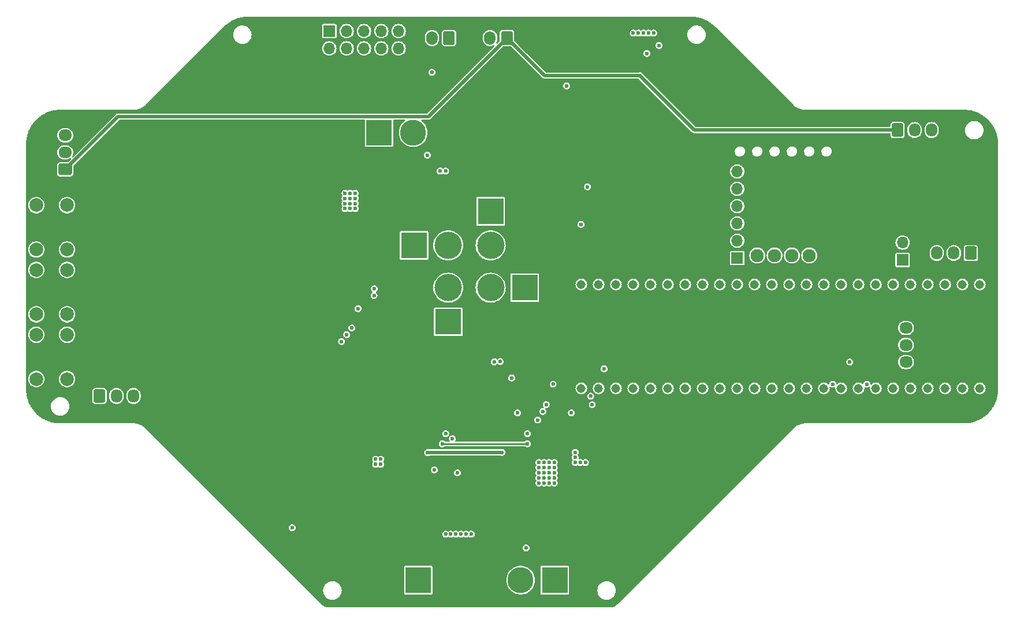
<source format=gbr>
%TF.GenerationSoftware,KiCad,Pcbnew,7.0.8*%
%TF.CreationDate,2023-11-18T19:30:00+11:00*%
%TF.ProjectId,Main 4.3,4d61696e-2034-42e3-932e-6b696361645f,rev?*%
%TF.SameCoordinates,Original*%
%TF.FileFunction,Copper,L3,Inr*%
%TF.FilePolarity,Positive*%
%FSLAX46Y46*%
G04 Gerber Fmt 4.6, Leading zero omitted, Abs format (unit mm)*
G04 Created by KiCad (PCBNEW 7.0.8) date 2023-11-18 19:30:00*
%MOMM*%
%LPD*%
G01*
G04 APERTURE LIST*
G04 Aperture macros list*
%AMRoundRect*
0 Rectangle with rounded corners*
0 $1 Rounding radius*
0 $2 $3 $4 $5 $6 $7 $8 $9 X,Y pos of 4 corners*
0 Add a 4 corners polygon primitive as box body*
4,1,4,$2,$3,$4,$5,$6,$7,$8,$9,$2,$3,0*
0 Add four circle primitives for the rounded corners*
1,1,$1+$1,$2,$3*
1,1,$1+$1,$4,$5*
1,1,$1+$1,$6,$7*
1,1,$1+$1,$8,$9*
0 Add four rect primitives between the rounded corners*
20,1,$1+$1,$2,$3,$4,$5,0*
20,1,$1+$1,$4,$5,$6,$7,0*
20,1,$1+$1,$6,$7,$8,$9,0*
20,1,$1+$1,$8,$9,$2,$3,0*%
G04 Aperture macros list end*
%TA.AperFunction,ComponentPad*%
%ADD10R,3.800000X3.800000*%
%TD*%
%TA.AperFunction,ComponentPad*%
%ADD11C,3.800000*%
%TD*%
%TA.AperFunction,ComponentPad*%
%ADD12R,1.700000X1.700000*%
%TD*%
%TA.AperFunction,ComponentPad*%
%ADD13O,1.700000X1.700000*%
%TD*%
%TA.AperFunction,ComponentPad*%
%ADD14C,2.000000*%
%TD*%
%TA.AperFunction,ComponentPad*%
%ADD15RoundRect,0.250000X-0.600000X-0.725000X0.600000X-0.725000X0.600000X0.725000X-0.600000X0.725000X0*%
%TD*%
%TA.AperFunction,ComponentPad*%
%ADD16O,1.700000X1.950000*%
%TD*%
%TA.AperFunction,ComponentPad*%
%ADD17C,1.930400*%
%TD*%
%TA.AperFunction,ComponentPad*%
%ADD18RoundRect,0.250000X0.725000X-0.600000X0.725000X0.600000X-0.725000X0.600000X-0.725000X-0.600000X0*%
%TD*%
%TA.AperFunction,ComponentPad*%
%ADD19O,1.950000X1.700000*%
%TD*%
%TA.AperFunction,ComponentPad*%
%ADD20RoundRect,0.250000X0.600000X0.725000X-0.600000X0.725000X-0.600000X-0.725000X0.600000X-0.725000X0*%
%TD*%
%TA.AperFunction,ComponentPad*%
%ADD21C,4.000000*%
%TD*%
%TA.AperFunction,ComponentPad*%
%ADD22C,1.308000*%
%TD*%
%TA.AperFunction,ComponentPad*%
%ADD23RoundRect,0.250000X0.600000X0.750000X-0.600000X0.750000X-0.600000X-0.750000X0.600000X-0.750000X0*%
%TD*%
%TA.AperFunction,ComponentPad*%
%ADD24O,1.700000X2.000000*%
%TD*%
%TA.AperFunction,ComponentPad*%
%ADD25RoundRect,0.250000X-0.725000X0.600000X-0.725000X-0.600000X0.725000X-0.600000X0.725000X0.600000X0*%
%TD*%
%TA.AperFunction,ViaPad*%
%ADD26C,0.600000*%
%TD*%
%TA.AperFunction,Conductor*%
%ADD27C,0.250000*%
%TD*%
%TA.AperFunction,Conductor*%
%ADD28C,0.500000*%
%TD*%
G04 APERTURE END LIST*
D10*
%TO.N,GNDPWR*%
%TO.C,J1*%
X162500000Y-196000000D03*
D11*
%TO.N,Net-(J1-Pin_2)*%
X157500000Y-196000000D03*
%TD*%
D12*
%TO.N,/SUPERTMTX*%
%TO.C,J7*%
X213500000Y-149025000D03*
D13*
%TO.N,GNDS*%
X213500000Y-146485000D03*
%TD*%
D14*
%TO.N,+3V3*%
%TO.C,SW2*%
X86500000Y-157000000D03*
X86500000Y-150500000D03*
%TO.N,/SW2*%
X91000000Y-157000000D03*
X91000000Y-150500000D03*
%TD*%
D15*
%TO.N,+3V3*%
%TO.C,J18*%
X95750000Y-168975000D03*
D16*
%TO.N,/ENC3*%
X98250000Y-168975000D03*
%TO.N,GNDS*%
X100750000Y-168975000D03*
%TD*%
D17*
%TO.N,unconnected-(U4-INT-Pad7)*%
%TO.C,U4*%
X199810000Y-148370000D03*
%TO.N,unconnected-(U4-ADR-Pad8)*%
X197270000Y-148370000D03*
%TO.N,unconnected-(U4-PS0-Pad9)*%
X194730000Y-148370000D03*
%TO.N,unconnected-(U4-PS1-Pad10)*%
X192190000Y-148370000D03*
%TD*%
D15*
%TO.N,+3V3*%
%TO.C,J16*%
X212750000Y-129975000D03*
D16*
%TO.N,/ENC1*%
X215250000Y-129975000D03*
%TO.N,GNDS*%
X217750000Y-129975000D03*
%TD*%
D14*
%TO.N,+3V3*%
%TO.C,SW1*%
X86500000Y-147500000D03*
X86500000Y-141000000D03*
%TO.N,/SW1*%
X91000000Y-147500000D03*
X91000000Y-141000000D03*
%TD*%
D18*
%TO.N,+3V3*%
%TO.C,J19*%
X90725000Y-135750000D03*
D19*
%TO.N,/ENC4*%
X90725000Y-133250000D03*
%TO.N,GNDS*%
X90725000Y-130750000D03*
%TD*%
D20*
%TO.N,+3V3*%
%TO.C,J17*%
X223500000Y-148025000D03*
D16*
%TO.N,/ENC2*%
X221000000Y-148025000D03*
%TO.N,GNDS*%
X218500000Y-148025000D03*
%TD*%
D12*
%TO.N,unconnected-(J8-Pin_1-Pad1)*%
%TO.C,J8*%
X129450000Y-115460000D03*
D13*
%TO.N,+5V*%
X129450000Y-118000000D03*
%TO.N,unconnected-(J8-Pin_3-Pad3)*%
X131990000Y-115460000D03*
%TO.N,+5V*%
X131990000Y-118000000D03*
%TO.N,unconnected-(J8-Pin_5-Pad5)*%
X134530000Y-115460000D03*
%TO.N,GNDPWR*%
X134530000Y-118000000D03*
%TO.N,unconnected-(J8-Pin_7-Pad7)*%
X137070000Y-115460000D03*
%TO.N,/RPITX*%
X137070000Y-118000000D03*
%TO.N,GNDS*%
X139610000Y-115460000D03*
%TO.N,/RPIRX*%
X139610000Y-118000000D03*
%TD*%
D10*
%TO.N,Net-(J1-Pin_2)*%
%TO.C,J2*%
X142500000Y-196000000D03*
D21*
%TO.N,+15V*%
X137500000Y-196000000D03*
%TD*%
D14*
%TO.N,+3V3*%
%TO.C,SW3*%
X86500000Y-166500000D03*
X86500000Y-160000000D03*
%TO.N,/SW3*%
X91000000Y-166500000D03*
X91000000Y-160000000D03*
%TD*%
D22*
%TO.N,/SUPERTMTX*%
%TO.C,U6*%
X222270000Y-152630000D03*
%TO.N,unconnected-(U6-TX1-Pad1)*%
X219730000Y-152630000D03*
%TO.N,unconnected-(U6-OUT2-Pad2)*%
X217190000Y-152630000D03*
%TO.N,unconnected-(U6-LRCLK2-Pad3)*%
X214650000Y-152630000D03*
%TO.N,unconnected-(U6-3.3V-Pad3.3V_1)*%
X189250000Y-152630000D03*
%TO.N,unconnected-(U6-3.3V__1-Pad3.3V_2)*%
X219730000Y-167870000D03*
%TO.N,unconnected-(U6-BCLK2-Pad4)*%
X212110000Y-152630000D03*
%TO.N,unconnected-(U6-IN2-Pad5)*%
X209570000Y-152630000D03*
%TO.N,unconnected-(U6-OUT1D-Pad6)*%
X207030000Y-152630000D03*
%TO.N,/RPITX*%
X204490000Y-152630000D03*
%TO.N,/RPIRX*%
X201950000Y-152630000D03*
%TO.N,unconnected-(U6-OUT1C-Pad9)*%
X199410000Y-152630000D03*
%TO.N,unconnected-(U6-CS1-Pad10)*%
X196870000Y-152630000D03*
%TO.N,/M5IN1*%
X194330000Y-152630000D03*
%TO.N,/M5IN2*%
X191790000Y-152630000D03*
%TO.N,unconnected-(U6-SCK-Pad13)*%
X191790000Y-167870000D03*
%TO.N,/M3IN2*%
X194330000Y-167870000D03*
%TO.N,/M3IN1*%
X196870000Y-167870000D03*
%TO.N,unconnected-(U6-A2-Pad16)*%
X199410000Y-167870000D03*
%TO.N,unconnected-(U6-A3-Pad17)*%
X201950000Y-167870000D03*
%TO.N,Net-(U6-A4)*%
X204490000Y-167870000D03*
%TO.N,Net-(U6-A5)*%
X207030000Y-167870000D03*
%TO.N,/ENC4*%
X209570000Y-167870000D03*
%TO.N,/ENC3*%
X212110000Y-167870000D03*
%TO.N,/ENC2*%
X214650000Y-167870000D03*
%TO.N,/ENC1*%
X217190000Y-167870000D03*
%TO.N,/M4IN1*%
X186710000Y-152630000D03*
%TO.N,/M4IN2*%
X184170000Y-152630000D03*
%TO.N,/BEAMBRK*%
X181630000Y-152630000D03*
%TO.N,unconnected-(U6-A13-Pad27)*%
X179090000Y-152630000D03*
%TO.N,/M1IN2*%
X176550000Y-152630000D03*
%TO.N,/M1IN1*%
X174010000Y-152630000D03*
%TO.N,/SW3*%
X171470000Y-152630000D03*
%TO.N,/SW2*%
X168930000Y-152630000D03*
%TO.N,/SW1*%
X166390000Y-152630000D03*
%TO.N,/KICK*%
X166390000Y-167870000D03*
%TO.N,/BTTX*%
X168930000Y-167870000D03*
%TO.N,/BTRX*%
X171470000Y-167870000D03*
%TO.N,/M2IN2*%
X174010000Y-167870000D03*
%TO.N,/M2IN1*%
X176550000Y-167870000D03*
%TO.N,/BTEN*%
X179090000Y-167870000D03*
%TO.N,/CHRG*%
X181630000Y-167870000D03*
%TO.N,unconnected-(U6-A16-Pad40)*%
X184170000Y-167870000D03*
%TO.N,unconnected-(U6-A17-Pad41)*%
X186710000Y-167870000D03*
%TO.N,GNDS*%
X224810000Y-152630000D03*
X189250000Y-167870000D03*
X222270000Y-167870000D03*
%TO.N,+5V*%
X224810000Y-167870000D03*
%TD*%
D23*
%TO.N,GNDPWR*%
%TO.C,D2*%
X147000000Y-116475000D03*
D24*
%TO.N,Net-(D2-A)*%
X144500000Y-116475000D03*
%TD*%
D10*
%TO.N,Net-(D7-A)*%
%TO.C,J9*%
X136750000Y-130350000D03*
D11*
%TO.N,Net-(J9-Pin_2)*%
X141750000Y-130350000D03*
%TD*%
D12*
%TO.N,/BTEN*%
%TO.C,U5*%
X189250000Y-148750000D03*
D13*
%TO.N,+5V*%
X189250000Y-146210000D03*
%TO.N,GNDS*%
X189250000Y-143670000D03*
%TO.N,/BTTX*%
X189250000Y-141130000D03*
%TO.N,/BTRX*%
X189250000Y-138590000D03*
%TO.N,unconnected-(U5-State-Pad6)*%
X189250000Y-136050000D03*
%TD*%
D23*
%TO.N,+3V3*%
%TO.C,Q1*%
X155500000Y-116475000D03*
D24*
%TO.N,/BEAMBRK*%
X153000000Y-116475000D03*
%TD*%
D10*
%TO.N,/M4B*%
%TO.C,J13*%
X141900000Y-146900000D03*
D21*
%TO.N,/M4A*%
X146900000Y-146900000D03*
%TD*%
D10*
%TO.N,/M1B*%
%TO.C,J10*%
X153100000Y-141900000D03*
D21*
%TO.N,/M1A*%
X153100000Y-146900000D03*
%TD*%
D10*
%TO.N,/M2B*%
%TO.C,J11*%
X158100000Y-153100000D03*
D21*
%TO.N,/M2A*%
X153100000Y-153100000D03*
%TD*%
D25*
%TO.N,+15V*%
%TO.C,J5*%
X213975000Y-156500000D03*
D19*
%TO.N,GNDPWR*%
X213975000Y-159000000D03*
%TO.N,/SDA*%
X213975000Y-161500000D03*
%TO.N,/SCL*%
X213975000Y-164000000D03*
%TD*%
D10*
%TO.N,/M3B*%
%TO.C,J12*%
X146900000Y-158100000D03*
D21*
%TO.N,/M3A*%
X146900000Y-153100000D03*
%TD*%
D26*
%TO.N,GNDS*%
X175500000Y-115750000D03*
X164950000Y-171450000D03*
X176250000Y-115750000D03*
X174000000Y-115750000D03*
X174750000Y-115750000D03*
X162250000Y-167245500D03*
X157050000Y-171450000D03*
X177000000Y-115750000D03*
%TO.N,/SW3*%
X131250000Y-161000000D03*
%TO.N,/SW2*%
X132000000Y-160000000D03*
%TO.N,/SW1*%
X132750000Y-159000000D03*
%TO.N,/SDA*%
X160750000Y-171250000D03*
X176000000Y-118750000D03*
X205750000Y-164000000D03*
%TO.N,/SCL*%
X177795023Y-117575000D03*
X160000000Y-172500000D03*
%TO.N,/M4IN2*%
X145700497Y-136000000D03*
%TO.N,/M4IN1*%
X146500000Y-136000000D03*
%TO.N,/M3IN2*%
X136000000Y-154250000D03*
%TO.N,/M3IN1*%
X136073000Y-153250000D03*
%TO.N,/M2IN2*%
X154500000Y-163927000D03*
%TO.N,/M2IN1*%
X153641102Y-163980493D03*
%TO.N,/KICK*%
X146500000Y-174500000D03*
%TO.N,/ENC4*%
X158500000Y-174500000D03*
%TO.N,/ENC3*%
X146000000Y-176000000D03*
X158500000Y-176000000D03*
%TO.N,+5V*%
X161684750Y-178750000D03*
X160934750Y-181000000D03*
X160184750Y-178750000D03*
X165500000Y-177250000D03*
X160184750Y-181750000D03*
X167000000Y-178750000D03*
X162434750Y-181750000D03*
X133650000Y-156174997D03*
X166350000Y-143825003D03*
X162434750Y-180250000D03*
X165500000Y-178000000D03*
X161684750Y-181750000D03*
X160934750Y-179500000D03*
X164250000Y-123500000D03*
X160934750Y-180250000D03*
X143825003Y-133650000D03*
X161684750Y-179500000D03*
X161684750Y-180250000D03*
X144500000Y-121500000D03*
X160934750Y-181750000D03*
X160184750Y-181000000D03*
X162434750Y-178750000D03*
X158290000Y-191260000D03*
X162434750Y-179500000D03*
X160184750Y-180250000D03*
X166250000Y-178750000D03*
X161684750Y-181000000D03*
X160934750Y-178750000D03*
X160184750Y-179500000D03*
X162434750Y-181000000D03*
X156174997Y-166350000D03*
X165500000Y-178750000D03*
%TO.N,+3V3*%
X175000000Y-122000000D03*
X208250000Y-167250000D03*
X168000000Y-170250000D03*
X203250000Y-167250000D03*
X154750000Y-177250000D03*
X143866030Y-177303292D03*
X161250000Y-170250000D03*
%TO.N,+15V*%
X152275000Y-155700000D03*
X142800000Y-154550000D03*
X140750000Y-190250000D03*
X166500000Y-119250000D03*
X155700000Y-142975000D03*
X143000000Y-188750000D03*
X140250000Y-157500000D03*
X166500000Y-118500000D03*
X136000000Y-191750000D03*
X137000000Y-192500000D03*
X142975000Y-142050000D03*
X143550000Y-157025000D03*
X143000000Y-188000000D03*
X158250000Y-159000000D03*
X145450000Y-142800000D03*
X165000000Y-117750000D03*
X142975000Y-142800000D03*
X140250000Y-159000000D03*
X141500000Y-190250000D03*
X159000000Y-140250000D03*
X165000000Y-118500000D03*
X165000000Y-119250000D03*
X157200000Y-142975000D03*
X151500000Y-185250000D03*
X141750000Y-140250000D03*
X156450000Y-147725000D03*
X166500000Y-120750000D03*
X143000000Y-190250000D03*
X139000000Y-191750000D03*
X154550000Y-156450000D03*
X157025000Y-156450000D03*
X138500000Y-192500000D03*
X137500000Y-191750000D03*
X142050000Y-157025000D03*
X159750000Y-141750000D03*
X143000000Y-189500000D03*
X159000000Y-142500000D03*
X142250000Y-190250000D03*
X157500000Y-159750000D03*
X142975000Y-144300000D03*
X137750000Y-191000000D03*
X157025000Y-155700000D03*
X165750000Y-119250000D03*
X140500000Y-173250000D03*
X157500000Y-159000000D03*
X152275000Y-157950000D03*
X143750000Y-189500000D03*
X140750000Y-191000000D03*
X166500000Y-117750000D03*
X154550000Y-155700000D03*
X155250000Y-185250000D03*
X140250000Y-141000000D03*
X148100000Y-182000000D03*
X156000000Y-185250000D03*
X141000000Y-157500000D03*
X143750000Y-188750000D03*
X157950000Y-142975000D03*
X136750000Y-191750000D03*
X165750000Y-117750000D03*
X159750000Y-142500000D03*
X121772143Y-191727857D03*
X152250000Y-185250000D03*
X157025000Y-157950000D03*
X140500000Y-191750000D03*
X144300000Y-157025000D03*
X139250000Y-191000000D03*
X152275000Y-157200000D03*
X144500000Y-188750000D03*
X142800000Y-152275000D03*
X159000000Y-159000000D03*
X139750000Y-191750000D03*
X154550000Y-157950000D03*
X155700000Y-147725000D03*
X159750000Y-140250000D03*
X142500000Y-141000000D03*
X156450000Y-142975000D03*
X142050000Y-154550000D03*
X147725000Y-144300000D03*
X147725000Y-142800000D03*
X140250000Y-159750000D03*
X140250000Y-158250000D03*
X140000000Y-191000000D03*
X135500000Y-192500000D03*
X159000000Y-141000000D03*
X137000000Y-191000000D03*
X157200000Y-145450000D03*
X166500000Y-120000000D03*
X156450000Y-145450000D03*
X141000000Y-141000000D03*
X153000000Y-185250000D03*
X147725000Y-143550000D03*
X141000000Y-159750000D03*
X145450000Y-142050000D03*
X157200000Y-147725000D03*
X165750000Y-118500000D03*
X142975000Y-143550000D03*
X155700000Y-145450000D03*
X143550000Y-152275000D03*
X159750000Y-141000000D03*
X158250000Y-159750000D03*
X144300000Y-152275000D03*
X154500000Y-185250000D03*
X145450000Y-143550000D03*
X147725000Y-142050000D03*
X159750000Y-159750000D03*
X127250000Y-193250000D03*
X144300000Y-154550000D03*
X157025000Y-157200000D03*
X145450000Y-144300000D03*
X154550000Y-157200000D03*
X141000000Y-158250000D03*
X152275000Y-156450000D03*
X136250000Y-192500000D03*
X159000000Y-159750000D03*
X136250000Y-191000000D03*
X142800000Y-157025000D03*
X157950000Y-147725000D03*
X142500000Y-140250000D03*
X143550000Y-154550000D03*
X141000000Y-159000000D03*
X153750000Y-185250000D03*
X142050000Y-152275000D03*
X159750000Y-159000000D03*
X139250000Y-192500000D03*
X159000000Y-141750000D03*
X140000000Y-192500000D03*
X141750000Y-141000000D03*
X157950000Y-145450000D03*
X150750000Y-185250000D03*
X143750000Y-188000000D03*
X141000000Y-140250000D03*
X140250000Y-140250000D03*
%TO.N,/BEAMBRK*%
X167304223Y-138303517D03*
%TO.N,Net-(J9-Pin_2)*%
X132500000Y-140000000D03*
X132500000Y-139250000D03*
X131750000Y-140750000D03*
X132500000Y-141500000D03*
X133250000Y-140000000D03*
X131750000Y-140000000D03*
X133250000Y-141500000D03*
X132500000Y-140750000D03*
X131750000Y-141500000D03*
X131750000Y-139250000D03*
X133250000Y-139250000D03*
X133250000Y-140750000D03*
%TO.N,/CHRG*%
X124000000Y-188298583D03*
X167750000Y-169000000D03*
X147500000Y-175250000D03*
%TO.N,GNDPWR*%
X136250000Y-179000000D03*
X144875500Y-179820273D03*
X148750000Y-189250000D03*
X148250000Y-180250000D03*
X137000000Y-179000000D03*
X150250000Y-189250000D03*
X136250000Y-178250000D03*
X137000000Y-178250000D03*
X147250000Y-189250000D03*
X149500000Y-189250000D03*
X146500000Y-189250000D03*
X148000000Y-189250000D03*
%TO.N,/BTRX*%
X169750000Y-165000000D03*
%TD*%
D27*
%TO.N,/ENC3*%
X158500000Y-176000000D02*
X146000000Y-176000000D01*
D28*
%TO.N,+3V3*%
X182975000Y-129975000D02*
X212750000Y-129975000D01*
X161025000Y-122000000D02*
X175000000Y-122000000D01*
X155500000Y-116475000D02*
X143975000Y-128000000D01*
X155500000Y-116475000D02*
X161025000Y-122000000D01*
X154750000Y-177250000D02*
X143919322Y-177250000D01*
X98475000Y-128000000D02*
X90725000Y-135750000D01*
X175000000Y-122000000D02*
X182975000Y-129975000D01*
X143975000Y-128000000D02*
X98475000Y-128000000D01*
X143919322Y-177250000D02*
X143866030Y-177303292D01*
%TD*%
%TA.AperFunction,Conductor*%
%TO.N,+15V*%
G36*
X182610720Y-113358573D02*
G01*
X182902291Y-113371297D01*
X182905883Y-113371588D01*
X183085348Y-113392828D01*
X183314267Y-113422967D01*
X183317390Y-113423483D01*
X183505976Y-113460995D01*
X183720692Y-113508597D01*
X183723346Y-113509265D01*
X183912702Y-113562669D01*
X184118924Y-113627692D01*
X184121088Y-113628432D01*
X184307348Y-113697147D01*
X184450083Y-113756270D01*
X184507218Y-113779937D01*
X184687505Y-113863051D01*
X184689639Y-113864098D01*
X184881394Y-113963920D01*
X185053008Y-114060029D01*
X185055411Y-114061466D01*
X185240877Y-114179622D01*
X185400738Y-114286438D01*
X185403351Y-114288311D01*
X185586474Y-114428827D01*
X185728405Y-114540718D01*
X185731193Y-114543089D01*
X185945274Y-114739261D01*
X186031014Y-114818519D01*
X197480263Y-126267767D01*
X197526994Y-126314630D01*
X197527387Y-126314850D01*
X197579931Y-126367398D01*
X197688749Y-126454184D01*
X197799501Y-126542512D01*
X197799511Y-126542518D01*
X198037299Y-126691941D01*
X198037301Y-126691942D01*
X198134538Y-126738771D01*
X198290333Y-126813801D01*
X198290339Y-126813803D01*
X198290340Y-126813804D01*
X198420179Y-126859238D01*
X198555421Y-126906563D01*
X198829229Y-126969058D01*
X198849406Y-126971331D01*
X198855835Y-126974251D01*
X198901244Y-126977227D01*
X198903550Y-126977432D01*
X198958802Y-126983656D01*
X199108312Y-127000502D01*
X199248737Y-127000500D01*
X199249237Y-127000500D01*
X199254761Y-127000500D01*
X199257999Y-127000606D01*
X199277517Y-127001885D01*
X199288393Y-127000500D01*
X222499500Y-127000500D01*
X222500000Y-127000500D01*
X222717318Y-127009488D01*
X222916440Y-127018182D01*
X222920367Y-127018512D01*
X223136792Y-127045489D01*
X223335256Y-127071618D01*
X223337736Y-127071945D01*
X223341433Y-127072574D01*
X223554183Y-127117183D01*
X223752994Y-127161259D01*
X223756335Y-127162125D01*
X223964544Y-127224112D01*
X224045573Y-127249661D01*
X224159043Y-127285439D01*
X224162152Y-127286534D01*
X224236518Y-127315551D01*
X224364457Y-127365472D01*
X224553142Y-127443629D01*
X224555895Y-127444870D01*
X224676345Y-127503755D01*
X224750992Y-127540248D01*
X224797868Y-127564650D01*
X224932345Y-127634654D01*
X224934793Y-127636019D01*
X225081417Y-127723388D01*
X225121382Y-127747202D01*
X225293940Y-127857134D01*
X225296085Y-127858581D01*
X225460269Y-127975806D01*
X225472918Y-127984837D01*
X225635352Y-128109477D01*
X225637176Y-128110947D01*
X225803052Y-128251437D01*
X225933502Y-128370971D01*
X225954895Y-128390574D01*
X226109425Y-128545104D01*
X226248555Y-128696938D01*
X226389044Y-128862813D01*
X226390521Y-128864646D01*
X226515162Y-129027081D01*
X226561400Y-129091841D01*
X226635578Y-129195734D01*
X226641402Y-129203890D01*
X226642864Y-129206058D01*
X226752797Y-129378617D01*
X226863970Y-129565189D01*
X226865354Y-129567671D01*
X226959751Y-129749007D01*
X227055118Y-129944082D01*
X227056380Y-129946880D01*
X227134536Y-130135566D01*
X227213464Y-130337846D01*
X227214559Y-130340955D01*
X227275899Y-130535496D01*
X227337863Y-130743627D01*
X227338748Y-130747039D01*
X227382818Y-130945826D01*
X227427423Y-131158564D01*
X227428053Y-131162262D01*
X227454524Y-131363319D01*
X227481484Y-131579612D01*
X227481817Y-131583577D01*
X227490513Y-131782728D01*
X227499500Y-132000000D01*
X227499500Y-168000000D01*
X227490513Y-168217271D01*
X227481817Y-168416421D01*
X227481484Y-168420386D01*
X227454524Y-168636680D01*
X227428053Y-168837736D01*
X227427423Y-168841434D01*
X227382818Y-169054173D01*
X227338748Y-169252959D01*
X227337863Y-169256371D01*
X227275899Y-169464503D01*
X227214559Y-169659043D01*
X227213464Y-169662152D01*
X227134536Y-169864433D01*
X227056380Y-170053118D01*
X227055118Y-170055915D01*
X226959751Y-170250992D01*
X226865354Y-170432327D01*
X226863970Y-170434809D01*
X226752797Y-170621382D01*
X226642864Y-170793940D01*
X226641402Y-170796107D01*
X226515162Y-170972918D01*
X226390521Y-171135352D01*
X226389023Y-171137211D01*
X226248557Y-171303059D01*
X226109425Y-171454895D01*
X225954895Y-171609425D01*
X225803059Y-171748557D01*
X225637211Y-171889023D01*
X225635352Y-171890521D01*
X225472918Y-172015162D01*
X225296107Y-172141402D01*
X225293940Y-172142864D01*
X225121382Y-172252797D01*
X224934809Y-172363970D01*
X224932327Y-172365354D01*
X224750992Y-172459751D01*
X224555915Y-172555118D01*
X224553118Y-172556380D01*
X224364433Y-172634536D01*
X224162152Y-172713464D01*
X224159043Y-172714559D01*
X223964503Y-172775899D01*
X223756371Y-172837863D01*
X223752959Y-172838748D01*
X223554173Y-172882818D01*
X223341434Y-172927423D01*
X223337736Y-172928053D01*
X223136680Y-172954524D01*
X222920386Y-172981484D01*
X222916421Y-172981817D01*
X222717271Y-172990513D01*
X222500000Y-172999500D01*
X199289779Y-172999500D01*
X199284170Y-172997677D01*
X199258212Y-172999378D01*
X199254977Y-172999484D01*
X199108321Y-172999487D01*
X199108304Y-172999488D01*
X198946534Y-173017719D01*
X198903580Y-173022559D01*
X198901283Y-173022764D01*
X198861158Y-173025393D01*
X198849414Y-173028664D01*
X198829220Y-173030939D01*
X198555427Y-173093436D01*
X198555417Y-173093438D01*
X198290334Y-173186198D01*
X198037301Y-173308054D01*
X198037296Y-173308057D01*
X197799497Y-173457475D01*
X197579913Y-173632584D01*
X197480687Y-173731809D01*
X197480352Y-173731979D01*
X197480432Y-173732060D01*
X197480587Y-173731908D01*
X197480234Y-173732261D01*
X171653325Y-199559168D01*
X171650958Y-199561385D01*
X171623134Y-199585783D01*
X171492572Y-199697320D01*
X171487915Y-199700846D01*
X171417207Y-199748088D01*
X171308584Y-199814646D01*
X171304612Y-199816837D01*
X171223156Y-199857002D01*
X171220205Y-199858339D01*
X171108089Y-199904775D01*
X171105057Y-199905916D01*
X171019067Y-199935103D01*
X171014710Y-199936363D01*
X170890802Y-199966108D01*
X170807398Y-199982695D01*
X170801621Y-199983494D01*
X170632996Y-199996764D01*
X170592873Y-199999393D01*
X170589636Y-199999499D01*
X129409736Y-199999499D01*
X129406499Y-199999393D01*
X129403569Y-199999201D01*
X129370257Y-199997017D01*
X129197948Y-199983449D01*
X129192173Y-199982650D01*
X129110481Y-199966402D01*
X128984749Y-199936217D01*
X128980391Y-199934957D01*
X128895689Y-199906206D01*
X128892657Y-199905065D01*
X128779054Y-199858011D01*
X128776110Y-199856676D01*
X128695890Y-199817117D01*
X128691918Y-199814926D01*
X128581658Y-199747359D01*
X128531078Y-199713564D01*
X128512422Y-199701099D01*
X128507774Y-199697581D01*
X128507468Y-199697320D01*
X128492495Y-199684532D01*
X128375812Y-199584876D01*
X128349142Y-199561488D01*
X128346776Y-199559272D01*
X126287508Y-197500004D01*
X128544341Y-197500004D01*
X128564935Y-197735400D01*
X128626098Y-197963667D01*
X128725959Y-198177818D01*
X128725963Y-198177826D01*
X128725964Y-198177828D01*
X128725965Y-198177829D01*
X128861505Y-198371401D01*
X129028599Y-198538495D01*
X129222171Y-198674035D01*
X129222172Y-198674035D01*
X129222173Y-198674036D01*
X129222181Y-198674040D01*
X129436333Y-198773901D01*
X129436337Y-198773903D01*
X129664592Y-198835063D01*
X129664596Y-198835063D01*
X129664599Y-198835064D01*
X129841028Y-198850500D01*
X129841034Y-198850500D01*
X129958972Y-198850500D01*
X130135400Y-198835064D01*
X130135401Y-198835063D01*
X130135408Y-198835063D01*
X130363663Y-198773903D01*
X130577829Y-198674035D01*
X130771401Y-198538495D01*
X130938495Y-198371401D01*
X131074035Y-198177830D01*
X131173903Y-197963663D01*
X131185670Y-197919746D01*
X140399500Y-197919746D01*
X140399501Y-197919758D01*
X140411132Y-197978227D01*
X140411134Y-197978233D01*
X140455445Y-198044548D01*
X140455448Y-198044552D01*
X140521769Y-198088867D01*
X140566231Y-198097711D01*
X140580241Y-198100498D01*
X140580246Y-198100498D01*
X140580252Y-198100500D01*
X140580253Y-198100500D01*
X144419747Y-198100500D01*
X144419748Y-198100500D01*
X144478231Y-198088867D01*
X144544552Y-198044552D01*
X144588867Y-197978231D01*
X144600500Y-197919748D01*
X144600500Y-196000003D01*
X155394592Y-196000003D01*
X155414201Y-196286682D01*
X155414202Y-196286686D01*
X155472666Y-196568032D01*
X155494192Y-196628599D01*
X155562990Y-196822181D01*
X155568896Y-196838797D01*
X155701099Y-197093936D01*
X155866811Y-197328698D01*
X156062947Y-197538708D01*
X156285853Y-197720055D01*
X156285859Y-197720059D01*
X156285861Y-197720060D01*
X156531370Y-197869358D01*
X156531382Y-197869365D01*
X156718237Y-197950526D01*
X156794942Y-197983844D01*
X157071642Y-198061371D01*
X157356322Y-198100500D01*
X157356328Y-198100500D01*
X157643672Y-198100500D01*
X157643678Y-198100500D01*
X157928358Y-198061371D01*
X158205058Y-197983844D01*
X158352625Y-197919746D01*
X160399500Y-197919746D01*
X160399501Y-197919758D01*
X160411132Y-197978227D01*
X160411134Y-197978233D01*
X160455445Y-198044548D01*
X160455448Y-198044552D01*
X160521769Y-198088867D01*
X160566231Y-198097711D01*
X160580241Y-198100498D01*
X160580246Y-198100498D01*
X160580252Y-198100500D01*
X160580253Y-198100500D01*
X164419747Y-198100500D01*
X164419748Y-198100500D01*
X164478231Y-198088867D01*
X164544552Y-198044552D01*
X164588867Y-197978231D01*
X164600500Y-197919748D01*
X164600500Y-197500004D01*
X168744341Y-197500004D01*
X168764935Y-197735400D01*
X168826098Y-197963667D01*
X168925959Y-198177818D01*
X168925963Y-198177826D01*
X168925964Y-198177828D01*
X168925965Y-198177829D01*
X169061505Y-198371401D01*
X169228599Y-198538495D01*
X169422171Y-198674035D01*
X169422172Y-198674035D01*
X169422173Y-198674036D01*
X169422181Y-198674040D01*
X169636333Y-198773901D01*
X169636337Y-198773903D01*
X169864592Y-198835063D01*
X169864596Y-198835063D01*
X169864599Y-198835064D01*
X170041028Y-198850500D01*
X170041034Y-198850500D01*
X170158972Y-198850500D01*
X170335400Y-198835064D01*
X170335401Y-198835063D01*
X170335408Y-198835063D01*
X170563663Y-198773903D01*
X170777829Y-198674035D01*
X170971401Y-198538495D01*
X171138495Y-198371401D01*
X171274035Y-198177830D01*
X171373903Y-197963663D01*
X171435063Y-197735408D01*
X171436406Y-197720060D01*
X171455659Y-197500004D01*
X171455659Y-197499995D01*
X171435064Y-197264599D01*
X171435063Y-197264596D01*
X171435063Y-197264592D01*
X171373903Y-197036337D01*
X171274035Y-196822171D01*
X171138495Y-196628599D01*
X170971401Y-196461505D01*
X170971397Y-196461502D01*
X170971396Y-196461501D01*
X170777826Y-196325963D01*
X170777818Y-196325959D01*
X170563666Y-196226098D01*
X170563667Y-196226098D01*
X170487578Y-196205710D01*
X170335408Y-196164937D01*
X170335407Y-196164936D01*
X170335400Y-196164935D01*
X170158972Y-196149500D01*
X170158966Y-196149500D01*
X170041034Y-196149500D01*
X170041028Y-196149500D01*
X169864599Y-196164935D01*
X169636332Y-196226098D01*
X169422181Y-196325959D01*
X169422173Y-196325963D01*
X169228603Y-196461501D01*
X169061501Y-196628603D01*
X168925964Y-196822171D01*
X168826097Y-197036337D01*
X168764935Y-197264599D01*
X168744341Y-197499995D01*
X168744341Y-197500004D01*
X164600500Y-197500004D01*
X164600500Y-194080252D01*
X164588867Y-194021769D01*
X164544552Y-193955448D01*
X164544548Y-193955445D01*
X164478233Y-193911134D01*
X164478231Y-193911133D01*
X164478228Y-193911132D01*
X164478227Y-193911132D01*
X164419758Y-193899501D01*
X164419748Y-193899500D01*
X160580252Y-193899500D01*
X160580251Y-193899500D01*
X160580241Y-193899501D01*
X160521772Y-193911132D01*
X160521766Y-193911134D01*
X160455451Y-193955445D01*
X160455445Y-193955451D01*
X160411134Y-194021766D01*
X160411132Y-194021772D01*
X160399501Y-194080241D01*
X160399500Y-194080253D01*
X160399500Y-197919746D01*
X158352625Y-197919746D01*
X158366351Y-197913784D01*
X158468617Y-197869365D01*
X158468620Y-197869362D01*
X158468625Y-197869361D01*
X158714147Y-197720055D01*
X158937053Y-197538708D01*
X159133189Y-197328698D01*
X159298901Y-197093936D01*
X159431104Y-196838797D01*
X159527334Y-196568032D01*
X159585798Y-196286686D01*
X159605408Y-196000000D01*
X159585798Y-195713314D01*
X159527334Y-195431968D01*
X159431104Y-195161203D01*
X159298901Y-194906064D01*
X159133189Y-194671302D01*
X158937053Y-194461292D01*
X158714147Y-194279945D01*
X158714142Y-194279942D01*
X158714138Y-194279939D01*
X158468629Y-194130641D01*
X158468617Y-194130634D01*
X158205063Y-194016158D01*
X158205061Y-194016157D01*
X158205058Y-194016156D01*
X157928358Y-193938629D01*
X157643678Y-193899500D01*
X157356322Y-193899500D01*
X157071642Y-193938629D01*
X156794942Y-194016156D01*
X156794939Y-194016156D01*
X156794936Y-194016158D01*
X156531382Y-194130634D01*
X156531370Y-194130641D01*
X156285861Y-194279939D01*
X156285847Y-194279949D01*
X156062952Y-194461287D01*
X156062951Y-194461288D01*
X155866810Y-194671303D01*
X155866805Y-194671309D01*
X155701098Y-194906065D01*
X155568895Y-195161204D01*
X155472665Y-195431972D01*
X155414203Y-195713308D01*
X155414201Y-195713317D01*
X155394592Y-195999996D01*
X155394592Y-196000003D01*
X144600500Y-196000003D01*
X144600500Y-194080252D01*
X144588867Y-194021769D01*
X144544552Y-193955448D01*
X144544548Y-193955445D01*
X144478233Y-193911134D01*
X144478231Y-193911133D01*
X144478228Y-193911132D01*
X144478227Y-193911132D01*
X144419758Y-193899501D01*
X144419748Y-193899500D01*
X140580252Y-193899500D01*
X140580251Y-193899500D01*
X140580241Y-193899501D01*
X140521772Y-193911132D01*
X140521766Y-193911134D01*
X140455451Y-193955445D01*
X140455445Y-193955451D01*
X140411134Y-194021766D01*
X140411132Y-194021772D01*
X140399501Y-194080241D01*
X140399500Y-194080253D01*
X140399500Y-197919746D01*
X131185670Y-197919746D01*
X131235063Y-197735408D01*
X131236406Y-197720060D01*
X131255659Y-197500004D01*
X131255659Y-197499995D01*
X131235064Y-197264599D01*
X131235063Y-197264596D01*
X131235063Y-197264592D01*
X131173903Y-197036337D01*
X131074035Y-196822171D01*
X130938495Y-196628599D01*
X130771401Y-196461505D01*
X130771397Y-196461502D01*
X130771396Y-196461501D01*
X130577826Y-196325963D01*
X130577818Y-196325959D01*
X130363666Y-196226098D01*
X130363667Y-196226098D01*
X130287578Y-196205710D01*
X130135408Y-196164937D01*
X130135407Y-196164936D01*
X130135400Y-196164935D01*
X129958972Y-196149500D01*
X129958966Y-196149500D01*
X129841034Y-196149500D01*
X129841028Y-196149500D01*
X129664599Y-196164935D01*
X129436332Y-196226098D01*
X129222181Y-196325959D01*
X129222173Y-196325963D01*
X129028603Y-196461501D01*
X128861501Y-196628603D01*
X128725964Y-196822171D01*
X128626097Y-197036337D01*
X128564935Y-197264599D01*
X128544341Y-197499995D01*
X128544341Y-197500004D01*
X126287508Y-197500004D01*
X120047506Y-191260002D01*
X157784353Y-191260002D01*
X157804834Y-191402456D01*
X157864622Y-191533371D01*
X157864623Y-191533373D01*
X157958872Y-191642143D01*
X157958873Y-191642144D01*
X158079942Y-191719950D01*
X158079947Y-191719953D01*
X158186403Y-191751211D01*
X158218035Y-191760499D01*
X158218036Y-191760499D01*
X158218039Y-191760500D01*
X158218041Y-191760500D01*
X158361959Y-191760500D01*
X158361961Y-191760500D01*
X158500053Y-191719953D01*
X158621128Y-191642143D01*
X158715377Y-191533373D01*
X158775165Y-191402457D01*
X158795647Y-191260000D01*
X158775165Y-191117543D01*
X158715377Y-190986627D01*
X158621128Y-190877857D01*
X158621127Y-190877856D01*
X158621126Y-190877855D01*
X158500057Y-190800049D01*
X158500054Y-190800047D01*
X158500053Y-190800047D01*
X158500050Y-190800046D01*
X158361964Y-190759500D01*
X158361961Y-190759500D01*
X158218039Y-190759500D01*
X158218035Y-190759500D01*
X158079949Y-190800046D01*
X158079942Y-190800049D01*
X157958873Y-190877855D01*
X157864622Y-190986628D01*
X157804834Y-191117543D01*
X157784353Y-191259997D01*
X157784353Y-191260002D01*
X120047506Y-191260002D01*
X118037506Y-189250002D01*
X145994353Y-189250002D01*
X146014834Y-189392456D01*
X146074622Y-189523371D01*
X146074623Y-189523373D01*
X146160768Y-189622790D01*
X146168873Y-189632144D01*
X146289942Y-189709950D01*
X146289947Y-189709953D01*
X146396403Y-189741211D01*
X146428035Y-189750499D01*
X146428036Y-189750499D01*
X146428039Y-189750500D01*
X146428041Y-189750500D01*
X146571959Y-189750500D01*
X146571961Y-189750500D01*
X146710053Y-189709953D01*
X146821478Y-189638344D01*
X146880652Y-189622790D01*
X146928521Y-189638344D01*
X147039947Y-189709953D01*
X147146403Y-189741211D01*
X147178035Y-189750499D01*
X147178036Y-189750499D01*
X147178039Y-189750500D01*
X147178041Y-189750500D01*
X147321959Y-189750500D01*
X147321961Y-189750500D01*
X147460053Y-189709953D01*
X147571478Y-189638344D01*
X147630652Y-189622790D01*
X147678521Y-189638344D01*
X147789947Y-189709953D01*
X147896403Y-189741211D01*
X147928035Y-189750499D01*
X147928036Y-189750499D01*
X147928039Y-189750500D01*
X147928041Y-189750500D01*
X148071959Y-189750500D01*
X148071961Y-189750500D01*
X148210053Y-189709953D01*
X148321478Y-189638344D01*
X148380652Y-189622790D01*
X148428521Y-189638344D01*
X148539947Y-189709953D01*
X148646403Y-189741211D01*
X148678035Y-189750499D01*
X148678036Y-189750499D01*
X148678039Y-189750500D01*
X148678041Y-189750500D01*
X148821959Y-189750500D01*
X148821961Y-189750500D01*
X148960053Y-189709953D01*
X149071478Y-189638344D01*
X149130652Y-189622790D01*
X149178521Y-189638344D01*
X149289947Y-189709953D01*
X149396403Y-189741211D01*
X149428035Y-189750499D01*
X149428036Y-189750499D01*
X149428039Y-189750500D01*
X149428041Y-189750500D01*
X149571959Y-189750500D01*
X149571961Y-189750500D01*
X149710053Y-189709953D01*
X149821478Y-189638344D01*
X149880652Y-189622790D01*
X149928521Y-189638344D01*
X150039947Y-189709953D01*
X150146403Y-189741211D01*
X150178035Y-189750499D01*
X150178036Y-189750499D01*
X150178039Y-189750500D01*
X150178041Y-189750500D01*
X150321959Y-189750500D01*
X150321961Y-189750500D01*
X150460053Y-189709953D01*
X150581128Y-189632143D01*
X150675377Y-189523373D01*
X150735165Y-189392457D01*
X150755647Y-189250000D01*
X150735165Y-189107543D01*
X150675377Y-188976627D01*
X150581128Y-188867857D01*
X150581127Y-188867856D01*
X150581126Y-188867855D01*
X150460057Y-188790049D01*
X150460054Y-188790047D01*
X150460053Y-188790047D01*
X150460050Y-188790046D01*
X150321964Y-188749500D01*
X150321961Y-188749500D01*
X150178039Y-188749500D01*
X150178035Y-188749500D01*
X150039949Y-188790046D01*
X150039942Y-188790049D01*
X149928523Y-188861654D01*
X149869348Y-188877209D01*
X149821477Y-188861654D01*
X149710057Y-188790049D01*
X149710054Y-188790047D01*
X149710053Y-188790047D01*
X149710050Y-188790046D01*
X149571964Y-188749500D01*
X149571961Y-188749500D01*
X149428039Y-188749500D01*
X149428035Y-188749500D01*
X149289949Y-188790046D01*
X149289942Y-188790049D01*
X149178523Y-188861654D01*
X149119348Y-188877209D01*
X149071477Y-188861654D01*
X148960057Y-188790049D01*
X148960054Y-188790047D01*
X148960053Y-188790047D01*
X148960050Y-188790046D01*
X148821964Y-188749500D01*
X148821961Y-188749500D01*
X148678039Y-188749500D01*
X148678035Y-188749500D01*
X148539949Y-188790046D01*
X148539942Y-188790049D01*
X148428523Y-188861654D01*
X148369348Y-188877209D01*
X148321477Y-188861654D01*
X148210057Y-188790049D01*
X148210054Y-188790047D01*
X148210053Y-188790047D01*
X148210050Y-188790046D01*
X148071964Y-188749500D01*
X148071961Y-188749500D01*
X147928039Y-188749500D01*
X147928035Y-188749500D01*
X147789949Y-188790046D01*
X147789942Y-188790049D01*
X147678523Y-188861654D01*
X147619348Y-188877209D01*
X147571477Y-188861654D01*
X147460057Y-188790049D01*
X147460054Y-188790047D01*
X147460053Y-188790047D01*
X147460050Y-188790046D01*
X147321964Y-188749500D01*
X147321961Y-188749500D01*
X147178039Y-188749500D01*
X147178035Y-188749500D01*
X147039949Y-188790046D01*
X147039942Y-188790049D01*
X146928523Y-188861654D01*
X146869348Y-188877209D01*
X146821477Y-188861654D01*
X146710057Y-188790049D01*
X146710054Y-188790047D01*
X146710053Y-188790047D01*
X146710050Y-188790046D01*
X146571964Y-188749500D01*
X146571961Y-188749500D01*
X146428039Y-188749500D01*
X146428035Y-188749500D01*
X146289949Y-188790046D01*
X146289942Y-188790049D01*
X146168873Y-188867855D01*
X146074622Y-188976628D01*
X146014834Y-189107543D01*
X145994353Y-189249997D01*
X145994353Y-189250002D01*
X118037506Y-189250002D01*
X117086089Y-188298585D01*
X123494353Y-188298585D01*
X123514834Y-188441039D01*
X123574622Y-188571954D01*
X123574623Y-188571956D01*
X123668872Y-188680726D01*
X123668873Y-188680727D01*
X123789942Y-188758533D01*
X123789947Y-188758536D01*
X123896403Y-188789794D01*
X123928035Y-188799082D01*
X123928036Y-188799082D01*
X123928039Y-188799083D01*
X123928041Y-188799083D01*
X124071959Y-188799083D01*
X124071961Y-188799083D01*
X124210053Y-188758536D01*
X124331128Y-188680726D01*
X124425377Y-188571956D01*
X124485165Y-188441040D01*
X124505647Y-188298583D01*
X124485165Y-188156126D01*
X124425377Y-188025210D01*
X124331128Y-187916440D01*
X124331127Y-187916439D01*
X124331126Y-187916438D01*
X124210057Y-187838632D01*
X124210054Y-187838630D01*
X124210053Y-187838630D01*
X124210050Y-187838629D01*
X124071964Y-187798083D01*
X124071961Y-187798083D01*
X123928039Y-187798083D01*
X123928035Y-187798083D01*
X123789949Y-187838629D01*
X123789942Y-187838632D01*
X123668873Y-187916438D01*
X123574622Y-188025211D01*
X123514834Y-188156126D01*
X123494353Y-188298580D01*
X123494353Y-188298585D01*
X117086089Y-188298585D01*
X110537507Y-181750002D01*
X159679103Y-181750002D01*
X159699584Y-181892456D01*
X159759372Y-182023371D01*
X159759373Y-182023373D01*
X159845518Y-182122790D01*
X159853623Y-182132144D01*
X159974692Y-182209950D01*
X159974697Y-182209953D01*
X160081153Y-182241211D01*
X160112785Y-182250499D01*
X160112786Y-182250499D01*
X160112789Y-182250500D01*
X160112791Y-182250500D01*
X160256709Y-182250500D01*
X160256711Y-182250500D01*
X160394803Y-182209953D01*
X160506228Y-182138344D01*
X160565402Y-182122790D01*
X160613271Y-182138344D01*
X160724697Y-182209953D01*
X160831153Y-182241211D01*
X160862785Y-182250499D01*
X160862786Y-182250499D01*
X160862789Y-182250500D01*
X160862791Y-182250500D01*
X161006709Y-182250500D01*
X161006711Y-182250500D01*
X161144803Y-182209953D01*
X161256228Y-182138344D01*
X161315402Y-182122790D01*
X161363271Y-182138344D01*
X161474697Y-182209953D01*
X161581153Y-182241211D01*
X161612785Y-182250499D01*
X161612786Y-182250499D01*
X161612789Y-182250500D01*
X161612791Y-182250500D01*
X161756709Y-182250500D01*
X161756711Y-182250500D01*
X161894803Y-182209953D01*
X162006228Y-182138344D01*
X162065402Y-182122790D01*
X162113271Y-182138344D01*
X162224697Y-182209953D01*
X162331153Y-182241211D01*
X162362785Y-182250499D01*
X162362786Y-182250499D01*
X162362789Y-182250500D01*
X162362791Y-182250500D01*
X162506709Y-182250500D01*
X162506711Y-182250500D01*
X162644803Y-182209953D01*
X162765878Y-182132143D01*
X162860127Y-182023373D01*
X162919915Y-181892457D01*
X162940397Y-181750000D01*
X162919915Y-181607543D01*
X162860127Y-181476627D01*
X162828241Y-181439829D01*
X162804425Y-181383472D01*
X162818283Y-181323877D01*
X162828242Y-181310170D01*
X162860127Y-181273373D01*
X162919915Y-181142457D01*
X162940397Y-181000000D01*
X162919915Y-180857543D01*
X162860127Y-180726627D01*
X162828241Y-180689829D01*
X162804425Y-180633472D01*
X162818283Y-180573877D01*
X162828242Y-180560170D01*
X162860127Y-180523373D01*
X162919915Y-180392457D01*
X162926742Y-180344971D01*
X162940397Y-180250002D01*
X162940397Y-180249997D01*
X162919915Y-180107543D01*
X162860127Y-179976628D01*
X162860127Y-179976627D01*
X162828241Y-179939829D01*
X162804425Y-179883472D01*
X162818283Y-179823877D01*
X162828242Y-179810170D01*
X162860127Y-179773373D01*
X162919915Y-179642457D01*
X162940325Y-179500500D01*
X162940397Y-179500002D01*
X162940397Y-179499997D01*
X162919915Y-179357543D01*
X162881475Y-179273373D01*
X162860127Y-179226627D01*
X162828241Y-179189829D01*
X162804425Y-179133472D01*
X162818283Y-179073877D01*
X162828242Y-179060170D01*
X162860127Y-179023373D01*
X162919915Y-178892457D01*
X162940397Y-178750002D01*
X164994353Y-178750002D01*
X165014834Y-178892456D01*
X165063947Y-178999997D01*
X165074623Y-179023373D01*
X165160768Y-179122790D01*
X165168873Y-179132144D01*
X165225426Y-179168488D01*
X165289947Y-179209953D01*
X165396403Y-179241211D01*
X165428035Y-179250499D01*
X165428036Y-179250499D01*
X165428039Y-179250500D01*
X165428041Y-179250500D01*
X165571959Y-179250500D01*
X165571961Y-179250500D01*
X165710053Y-179209953D01*
X165821478Y-179138344D01*
X165880652Y-179122790D01*
X165928521Y-179138344D01*
X166039947Y-179209953D01*
X166146403Y-179241211D01*
X166178035Y-179250499D01*
X166178036Y-179250499D01*
X166178039Y-179250500D01*
X166178041Y-179250500D01*
X166321959Y-179250500D01*
X166321961Y-179250500D01*
X166460053Y-179209953D01*
X166571478Y-179138344D01*
X166630652Y-179122790D01*
X166678521Y-179138344D01*
X166789947Y-179209953D01*
X166896403Y-179241211D01*
X166928035Y-179250499D01*
X166928036Y-179250499D01*
X166928039Y-179250500D01*
X166928041Y-179250500D01*
X167071959Y-179250500D01*
X167071961Y-179250500D01*
X167210053Y-179209953D01*
X167331128Y-179132143D01*
X167425377Y-179023373D01*
X167485165Y-178892457D01*
X167505647Y-178750000D01*
X167495025Y-178676125D01*
X167485165Y-178607543D01*
X167446725Y-178523373D01*
X167425377Y-178476627D01*
X167331128Y-178367857D01*
X167331127Y-178367856D01*
X167331126Y-178367855D01*
X167210057Y-178290049D01*
X167210054Y-178290047D01*
X167210053Y-178290047D01*
X167210050Y-178290046D01*
X167071964Y-178249500D01*
X167071961Y-178249500D01*
X166928039Y-178249500D01*
X166928035Y-178249500D01*
X166789949Y-178290046D01*
X166789942Y-178290049D01*
X166678523Y-178361654D01*
X166619348Y-178377209D01*
X166571477Y-178361654D01*
X166460057Y-178290049D01*
X166460054Y-178290047D01*
X166460053Y-178290047D01*
X166460050Y-178290046D01*
X166321964Y-178249500D01*
X166321961Y-178249500D01*
X166178039Y-178249500D01*
X166178035Y-178249500D01*
X166106531Y-178270496D01*
X166045371Y-178268748D01*
X165996918Y-178231385D01*
X165979680Y-178172678D01*
X165983652Y-178147608D01*
X165985162Y-178142461D01*
X165985165Y-178142457D01*
X166005647Y-178000000D01*
X165993927Y-177918488D01*
X165985165Y-177857543D01*
X165942100Y-177763245D01*
X165925377Y-177726627D01*
X165893491Y-177689829D01*
X165869675Y-177633472D01*
X165883533Y-177573877D01*
X165893492Y-177560170D01*
X165925377Y-177523373D01*
X165985165Y-177392457D01*
X166005647Y-177250000D01*
X165985165Y-177107543D01*
X165925377Y-176976627D01*
X165831128Y-176867857D01*
X165831127Y-176867856D01*
X165831126Y-176867855D01*
X165710057Y-176790049D01*
X165710054Y-176790047D01*
X165710053Y-176790047D01*
X165710050Y-176790046D01*
X165571964Y-176749500D01*
X165571961Y-176749500D01*
X165428039Y-176749500D01*
X165428035Y-176749500D01*
X165289949Y-176790046D01*
X165289942Y-176790049D01*
X165168873Y-176867855D01*
X165074622Y-176976628D01*
X165014834Y-177107543D01*
X164994353Y-177249997D01*
X164994353Y-177250002D01*
X165014834Y-177392456D01*
X165039172Y-177445748D01*
X165074623Y-177523373D01*
X165096977Y-177549171D01*
X165106507Y-177560170D01*
X165130323Y-177616530D01*
X165116463Y-177676125D01*
X165106507Y-177689830D01*
X165074622Y-177726628D01*
X165014834Y-177857543D01*
X164994353Y-177999997D01*
X164994353Y-178000002D01*
X165014834Y-178142456D01*
X165063720Y-178249500D01*
X165074623Y-178273373D01*
X165089070Y-178290046D01*
X165106507Y-178310170D01*
X165130323Y-178366530D01*
X165116463Y-178426125D01*
X165106507Y-178439830D01*
X165074622Y-178476628D01*
X165014834Y-178607543D01*
X164994353Y-178749997D01*
X164994353Y-178750002D01*
X162940397Y-178750002D01*
X162940397Y-178750000D01*
X162929775Y-178676125D01*
X162919915Y-178607543D01*
X162881475Y-178523373D01*
X162860127Y-178476627D01*
X162765878Y-178367857D01*
X162765877Y-178367856D01*
X162765876Y-178367855D01*
X162644807Y-178290049D01*
X162644804Y-178290047D01*
X162644803Y-178290047D01*
X162644800Y-178290046D01*
X162506714Y-178249500D01*
X162506711Y-178249500D01*
X162362789Y-178249500D01*
X162362785Y-178249500D01*
X162224699Y-178290046D01*
X162224692Y-178290049D01*
X162113273Y-178361654D01*
X162054098Y-178377209D01*
X162006227Y-178361654D01*
X161894807Y-178290049D01*
X161894804Y-178290047D01*
X161894803Y-178290047D01*
X161894800Y-178290046D01*
X161756714Y-178249500D01*
X161756711Y-178249500D01*
X161612789Y-178249500D01*
X161612785Y-178249500D01*
X161474699Y-178290046D01*
X161474692Y-178290049D01*
X161363273Y-178361654D01*
X161304098Y-178377209D01*
X161256227Y-178361654D01*
X161144807Y-178290049D01*
X161144804Y-178290047D01*
X161144803Y-178290047D01*
X161144800Y-178290046D01*
X161006714Y-178249500D01*
X161006711Y-178249500D01*
X160862789Y-178249500D01*
X160862785Y-178249500D01*
X160724699Y-178290046D01*
X160724692Y-178290049D01*
X160613273Y-178361654D01*
X160554098Y-178377209D01*
X160506227Y-178361654D01*
X160394807Y-178290049D01*
X160394804Y-178290047D01*
X160394803Y-178290047D01*
X160394800Y-178290046D01*
X160256714Y-178249500D01*
X160256711Y-178249500D01*
X160112789Y-178249500D01*
X160112785Y-178249500D01*
X159974699Y-178290046D01*
X159974692Y-178290049D01*
X159853623Y-178367855D01*
X159759372Y-178476628D01*
X159699584Y-178607543D01*
X159679103Y-178749997D01*
X159679103Y-178750002D01*
X159699584Y-178892456D01*
X159748697Y-178999997D01*
X159759373Y-179023373D01*
X159781727Y-179049171D01*
X159791257Y-179060170D01*
X159815073Y-179116530D01*
X159801213Y-179176125D01*
X159791257Y-179189830D01*
X159759372Y-179226628D01*
X159699584Y-179357543D01*
X159679103Y-179499997D01*
X159679103Y-179500002D01*
X159699584Y-179642456D01*
X159715733Y-179677816D01*
X159759373Y-179773373D01*
X159773820Y-179790046D01*
X159791257Y-179810170D01*
X159815073Y-179866530D01*
X159801213Y-179926125D01*
X159791257Y-179939830D01*
X159759372Y-179976628D01*
X159699584Y-180107543D01*
X159679103Y-180249997D01*
X159679103Y-180250002D01*
X159699584Y-180392456D01*
X159759372Y-180523371D01*
X159759373Y-180523373D01*
X159781727Y-180549171D01*
X159791257Y-180560170D01*
X159815073Y-180616530D01*
X159801213Y-180676125D01*
X159791257Y-180689830D01*
X159759372Y-180726628D01*
X159699584Y-180857543D01*
X159679103Y-180999997D01*
X159679103Y-181000002D01*
X159699584Y-181142456D01*
X159759372Y-181273371D01*
X159759373Y-181273373D01*
X159781727Y-181299171D01*
X159791257Y-181310170D01*
X159815073Y-181366530D01*
X159801213Y-181426125D01*
X159791257Y-181439830D01*
X159759372Y-181476628D01*
X159699584Y-181607543D01*
X159679103Y-181749997D01*
X159679103Y-181750002D01*
X110537507Y-181750002D01*
X108607780Y-179820275D01*
X144369853Y-179820275D01*
X144390334Y-179962729D01*
X144396682Y-179976628D01*
X144450123Y-180093646D01*
X144462165Y-180107543D01*
X144544373Y-180202417D01*
X144618414Y-180250000D01*
X144665447Y-180280226D01*
X144771903Y-180311484D01*
X144803535Y-180320772D01*
X144803536Y-180320772D01*
X144803539Y-180320773D01*
X144803541Y-180320773D01*
X144947459Y-180320773D01*
X144947461Y-180320773D01*
X145085553Y-180280226D01*
X145132583Y-180250002D01*
X147744353Y-180250002D01*
X147764834Y-180392456D01*
X147824622Y-180523371D01*
X147824623Y-180523373D01*
X147912683Y-180625000D01*
X147918873Y-180632144D01*
X147975426Y-180668488D01*
X148039947Y-180709953D01*
X148146403Y-180741211D01*
X148178035Y-180750499D01*
X148178036Y-180750499D01*
X148178039Y-180750500D01*
X148178041Y-180750500D01*
X148321959Y-180750500D01*
X148321961Y-180750500D01*
X148460053Y-180709953D01*
X148581128Y-180632143D01*
X148675377Y-180523373D01*
X148735165Y-180392457D01*
X148741992Y-180344971D01*
X148755647Y-180250002D01*
X148755647Y-180249997D01*
X148735165Y-180107543D01*
X148675377Y-179976628D01*
X148675377Y-179976627D01*
X148581128Y-179867857D01*
X148581127Y-179867856D01*
X148581126Y-179867855D01*
X148460057Y-179790049D01*
X148460054Y-179790047D01*
X148460053Y-179790047D01*
X148460050Y-179790046D01*
X148321964Y-179749500D01*
X148321961Y-179749500D01*
X148178039Y-179749500D01*
X148178035Y-179749500D01*
X148039949Y-179790046D01*
X148039942Y-179790049D01*
X147918873Y-179867855D01*
X147824622Y-179976628D01*
X147764834Y-180107543D01*
X147744353Y-180249997D01*
X147744353Y-180250002D01*
X145132583Y-180250002D01*
X145206628Y-180202416D01*
X145300877Y-180093646D01*
X145360665Y-179962730D01*
X145367492Y-179915244D01*
X145381147Y-179820275D01*
X145381147Y-179820270D01*
X145360665Y-179677816D01*
X145300877Y-179546901D01*
X145300877Y-179546900D01*
X145206628Y-179438130D01*
X145206627Y-179438129D01*
X145206626Y-179438128D01*
X145085557Y-179360322D01*
X145085554Y-179360320D01*
X145085553Y-179360320D01*
X145085550Y-179360319D01*
X144947464Y-179319773D01*
X144947461Y-179319773D01*
X144803539Y-179319773D01*
X144803535Y-179319773D01*
X144665449Y-179360319D01*
X144665442Y-179360322D01*
X144544373Y-179438128D01*
X144450122Y-179546901D01*
X144390334Y-179677816D01*
X144369853Y-179820270D01*
X144369853Y-179820275D01*
X108607780Y-179820275D01*
X107787507Y-179000002D01*
X135744353Y-179000002D01*
X135764834Y-179142456D01*
X135803275Y-179226628D01*
X135824623Y-179273373D01*
X135899964Y-179360322D01*
X135918873Y-179382144D01*
X136039942Y-179459950D01*
X136039947Y-179459953D01*
X136146403Y-179491211D01*
X136178035Y-179500499D01*
X136178036Y-179500499D01*
X136178039Y-179500500D01*
X136178041Y-179500500D01*
X136321959Y-179500500D01*
X136321961Y-179500500D01*
X136460053Y-179459953D01*
X136571478Y-179388344D01*
X136630652Y-179372790D01*
X136678521Y-179388344D01*
X136789947Y-179459953D01*
X136896403Y-179491211D01*
X136928035Y-179500499D01*
X136928036Y-179500499D01*
X136928039Y-179500500D01*
X136928041Y-179500500D01*
X137071959Y-179500500D01*
X137071961Y-179500500D01*
X137210053Y-179459953D01*
X137331128Y-179382143D01*
X137425377Y-179273373D01*
X137485165Y-179142457D01*
X137505647Y-179000000D01*
X137485165Y-178857543D01*
X137425377Y-178726627D01*
X137393491Y-178689829D01*
X137369675Y-178633472D01*
X137383533Y-178573877D01*
X137393492Y-178560170D01*
X137425377Y-178523373D01*
X137485165Y-178392457D01*
X137502700Y-178270496D01*
X137505647Y-178250002D01*
X137505647Y-178249997D01*
X137485165Y-178107543D01*
X137436051Y-178000000D01*
X137425377Y-177976627D01*
X137331128Y-177867857D01*
X137331127Y-177867856D01*
X137331126Y-177867855D01*
X137210057Y-177790049D01*
X137210054Y-177790047D01*
X137210053Y-177790047D01*
X137210050Y-177790046D01*
X137071964Y-177749500D01*
X137071961Y-177749500D01*
X136928039Y-177749500D01*
X136928035Y-177749500D01*
X136789949Y-177790046D01*
X136789942Y-177790049D01*
X136678523Y-177861654D01*
X136619348Y-177877209D01*
X136571477Y-177861654D01*
X136460057Y-177790049D01*
X136460054Y-177790047D01*
X136460053Y-177790047D01*
X136460050Y-177790046D01*
X136321964Y-177749500D01*
X136321961Y-177749500D01*
X136178039Y-177749500D01*
X136178035Y-177749500D01*
X136039949Y-177790046D01*
X136039942Y-177790049D01*
X135918873Y-177867855D01*
X135824622Y-177976628D01*
X135764834Y-178107543D01*
X135744353Y-178249997D01*
X135744353Y-178250002D01*
X135764834Y-178392456D01*
X135803275Y-178476628D01*
X135824623Y-178523373D01*
X135846977Y-178549171D01*
X135856507Y-178560170D01*
X135880323Y-178616530D01*
X135866463Y-178676125D01*
X135856507Y-178689830D01*
X135824622Y-178726628D01*
X135764834Y-178857543D01*
X135744353Y-178999997D01*
X135744353Y-179000002D01*
X107787507Y-179000002D01*
X106090799Y-177303294D01*
X143360383Y-177303294D01*
X143380864Y-177445748D01*
X143416314Y-177523371D01*
X143440653Y-177576665D01*
X143526835Y-177676125D01*
X143534903Y-177685436D01*
X143636145Y-177750500D01*
X143655977Y-177763245D01*
X143747264Y-177790049D01*
X143794065Y-177803791D01*
X143794066Y-177803791D01*
X143794069Y-177803792D01*
X143794071Y-177803792D01*
X143937989Y-177803792D01*
X143937991Y-177803792D01*
X144076083Y-177763245D01*
X144133062Y-177726627D01*
X144149262Y-177716216D01*
X144202785Y-177700500D01*
X154497712Y-177700500D01*
X154533083Y-177708195D01*
X154533153Y-177707958D01*
X154536468Y-177708931D01*
X154538838Y-177709447D01*
X154539943Y-177709951D01*
X154539944Y-177709951D01*
X154539947Y-177709953D01*
X154653939Y-177743423D01*
X154678035Y-177750499D01*
X154678036Y-177750499D01*
X154678039Y-177750500D01*
X154678041Y-177750500D01*
X154821959Y-177750500D01*
X154821961Y-177750500D01*
X154960053Y-177709953D01*
X155081128Y-177632143D01*
X155175377Y-177523373D01*
X155235165Y-177392457D01*
X155255647Y-177250000D01*
X155235165Y-177107543D01*
X155175377Y-176976627D01*
X155081128Y-176867857D01*
X155081127Y-176867856D01*
X155081126Y-176867855D01*
X154960057Y-176790049D01*
X154960054Y-176790047D01*
X154960053Y-176790047D01*
X154960050Y-176790046D01*
X154821964Y-176749500D01*
X154821961Y-176749500D01*
X154678039Y-176749500D01*
X154678035Y-176749500D01*
X154539943Y-176790048D01*
X154538838Y-176790553D01*
X154536468Y-176791068D01*
X154533153Y-176792042D01*
X154533083Y-176791804D01*
X154497712Y-176799500D01*
X143947409Y-176799500D01*
X143941863Y-176799189D01*
X143902287Y-176794730D01*
X143902283Y-176794730D01*
X143868799Y-176801066D01*
X143850395Y-176802792D01*
X143794065Y-176802792D01*
X143655979Y-176843338D01*
X143655972Y-176843341D01*
X143534903Y-176921147D01*
X143440652Y-177029920D01*
X143380864Y-177160835D01*
X143360383Y-177303289D01*
X143360383Y-177303294D01*
X106090799Y-177303294D01*
X104787507Y-176000002D01*
X145494353Y-176000002D01*
X145514834Y-176142456D01*
X145574622Y-176273371D01*
X145574623Y-176273373D01*
X145636174Y-176344407D01*
X145668873Y-176382144D01*
X145789942Y-176459950D01*
X145789947Y-176459953D01*
X145896403Y-176491211D01*
X145928035Y-176500499D01*
X145928036Y-176500499D01*
X145928039Y-176500500D01*
X145928041Y-176500500D01*
X146071959Y-176500500D01*
X146071961Y-176500500D01*
X146210053Y-176459953D01*
X146331128Y-176382143D01*
X146350601Y-176359670D01*
X146402997Y-176328073D01*
X146425421Y-176325500D01*
X158074579Y-176325500D01*
X158132770Y-176344407D01*
X158149400Y-176359670D01*
X158168872Y-176382143D01*
X158289947Y-176459953D01*
X158396403Y-176491211D01*
X158428035Y-176500499D01*
X158428036Y-176500499D01*
X158428039Y-176500500D01*
X158428041Y-176500500D01*
X158571959Y-176500500D01*
X158571961Y-176500500D01*
X158710053Y-176459953D01*
X158831128Y-176382143D01*
X158925377Y-176273373D01*
X158985165Y-176142457D01*
X159005647Y-176000000D01*
X158985165Y-175857543D01*
X158925377Y-175726627D01*
X158831128Y-175617857D01*
X158831127Y-175617856D01*
X158831126Y-175617855D01*
X158710057Y-175540049D01*
X158710054Y-175540047D01*
X158710053Y-175540047D01*
X158710050Y-175540046D01*
X158571964Y-175499500D01*
X158571961Y-175499500D01*
X158428039Y-175499500D01*
X158428035Y-175499500D01*
X158289949Y-175540046D01*
X158289942Y-175540049D01*
X158168872Y-175617856D01*
X158168871Y-175617857D01*
X158149399Y-175640330D01*
X158097003Y-175671927D01*
X158074579Y-175674500D01*
X148009558Y-175674500D01*
X147951367Y-175655593D01*
X147915403Y-175606093D01*
X147915403Y-175544907D01*
X147922537Y-175529859D01*
X147922436Y-175529813D01*
X147985165Y-175392456D01*
X148005647Y-175250002D01*
X148005647Y-175249997D01*
X147985165Y-175107543D01*
X147925377Y-174976627D01*
X147831128Y-174867857D01*
X147831127Y-174867856D01*
X147831126Y-174867855D01*
X147710057Y-174790049D01*
X147710054Y-174790047D01*
X147710053Y-174790047D01*
X147710050Y-174790046D01*
X147571964Y-174749500D01*
X147571961Y-174749500D01*
X147428039Y-174749500D01*
X147428035Y-174749500D01*
X147289949Y-174790046D01*
X147289942Y-174790049D01*
X147168873Y-174867855D01*
X147074622Y-174976628D01*
X147014834Y-175107543D01*
X146994353Y-175249997D01*
X146994353Y-175250002D01*
X147014834Y-175392456D01*
X147077564Y-175529813D01*
X147075974Y-175530538D01*
X147089281Y-175581145D01*
X147067087Y-175638163D01*
X147015617Y-175671246D01*
X146990442Y-175674500D01*
X146425421Y-175674500D01*
X146367230Y-175655593D01*
X146350601Y-175640330D01*
X146331128Y-175617857D01*
X146331127Y-175617856D01*
X146210057Y-175540049D01*
X146210054Y-175540047D01*
X146210053Y-175540047D01*
X146210050Y-175540046D01*
X146071964Y-175499500D01*
X146071961Y-175499500D01*
X145928039Y-175499500D01*
X145928035Y-175499500D01*
X145789949Y-175540046D01*
X145789942Y-175540049D01*
X145668873Y-175617855D01*
X145574622Y-175726628D01*
X145514834Y-175857543D01*
X145494353Y-175999997D01*
X145494353Y-176000002D01*
X104787507Y-176000002D01*
X103287507Y-174500002D01*
X145994353Y-174500002D01*
X146014834Y-174642456D01*
X146063720Y-174749500D01*
X146074623Y-174773373D01*
X146156493Y-174867857D01*
X146168873Y-174882144D01*
X146289942Y-174959950D01*
X146289947Y-174959953D01*
X146396403Y-174991211D01*
X146428035Y-175000499D01*
X146428036Y-175000499D01*
X146428039Y-175000500D01*
X146428041Y-175000500D01*
X146571959Y-175000500D01*
X146571961Y-175000500D01*
X146710053Y-174959953D01*
X146831128Y-174882143D01*
X146925377Y-174773373D01*
X146985165Y-174642457D01*
X147005647Y-174500002D01*
X157994353Y-174500002D01*
X158014834Y-174642456D01*
X158063720Y-174749500D01*
X158074623Y-174773373D01*
X158156493Y-174867857D01*
X158168873Y-174882144D01*
X158289942Y-174959950D01*
X158289947Y-174959953D01*
X158396403Y-174991211D01*
X158428035Y-175000499D01*
X158428036Y-175000499D01*
X158428039Y-175000500D01*
X158428041Y-175000500D01*
X158571959Y-175000500D01*
X158571961Y-175000500D01*
X158710053Y-174959953D01*
X158831128Y-174882143D01*
X158925377Y-174773373D01*
X158985165Y-174642457D01*
X159005647Y-174500000D01*
X158985165Y-174357543D01*
X158925377Y-174226627D01*
X158831128Y-174117857D01*
X158831127Y-174117856D01*
X158831126Y-174117855D01*
X158710057Y-174040049D01*
X158710054Y-174040047D01*
X158710053Y-174040047D01*
X158710050Y-174040046D01*
X158571964Y-173999500D01*
X158571961Y-173999500D01*
X158428039Y-173999500D01*
X158428035Y-173999500D01*
X158289949Y-174040046D01*
X158289942Y-174040049D01*
X158168873Y-174117855D01*
X158074622Y-174226628D01*
X158014834Y-174357543D01*
X157994353Y-174499997D01*
X157994353Y-174500002D01*
X147005647Y-174500002D01*
X147005647Y-174500000D01*
X146985165Y-174357543D01*
X146925377Y-174226627D01*
X146831128Y-174117857D01*
X146831127Y-174117856D01*
X146831126Y-174117855D01*
X146710057Y-174040049D01*
X146710054Y-174040047D01*
X146710053Y-174040047D01*
X146710050Y-174040046D01*
X146571964Y-173999500D01*
X146571961Y-173999500D01*
X146428039Y-173999500D01*
X146428035Y-173999500D01*
X146289949Y-174040046D01*
X146289942Y-174040049D01*
X146168873Y-174117855D01*
X146074622Y-174226628D01*
X146014834Y-174357543D01*
X145994353Y-174499997D01*
X145994353Y-174500002D01*
X103287507Y-174500002D01*
X102548398Y-173760893D01*
X102548359Y-173760817D01*
X102420108Y-173632569D01*
X102420105Y-173632566D01*
X102200524Y-173457460D01*
X102200525Y-173457460D01*
X102200518Y-173457455D01*
X101962721Y-173308042D01*
X101709689Y-173186192D01*
X101709686Y-173186191D01*
X101709678Y-173186187D01*
X101444586Y-173093431D01*
X101388134Y-173080547D01*
X101170773Y-173030938D01*
X101170762Y-173030936D01*
X101150582Y-173028663D01*
X101144157Y-173025744D01*
X101098738Y-173022768D01*
X101096433Y-173022563D01*
X100891690Y-172999498D01*
X100891689Y-172999498D01*
X100751263Y-172999500D01*
X100745255Y-172999500D01*
X100742018Y-172999394D01*
X100722496Y-172998114D01*
X100711620Y-172999500D01*
X90000000Y-172999500D01*
X89782728Y-172990513D01*
X89583577Y-172981817D01*
X89579612Y-172981484D01*
X89363319Y-172954524D01*
X89162262Y-172928053D01*
X89158564Y-172927423D01*
X88945826Y-172882818D01*
X88747039Y-172838748D01*
X88743627Y-172837863D01*
X88535496Y-172775899D01*
X88340955Y-172714559D01*
X88337846Y-172713464D01*
X88135566Y-172634536D01*
X87946880Y-172556380D01*
X87944082Y-172555118D01*
X87831341Y-172500002D01*
X159494353Y-172500002D01*
X159514834Y-172642456D01*
X159574622Y-172773371D01*
X159574623Y-172773373D01*
X159638002Y-172846517D01*
X159668873Y-172882144D01*
X159745382Y-172931313D01*
X159789947Y-172959953D01*
X159894026Y-172990513D01*
X159928035Y-173000499D01*
X159928036Y-173000499D01*
X159928039Y-173000500D01*
X159928041Y-173000500D01*
X160071959Y-173000500D01*
X160071961Y-173000500D01*
X160210053Y-172959953D01*
X160331128Y-172882143D01*
X160425377Y-172773373D01*
X160485165Y-172642457D01*
X160505647Y-172500000D01*
X160505107Y-172496245D01*
X160485165Y-172357543D01*
X160458599Y-172299372D01*
X160425377Y-172226627D01*
X160331128Y-172117857D01*
X160331127Y-172117856D01*
X160331126Y-172117855D01*
X160210057Y-172040049D01*
X160210054Y-172040047D01*
X160210053Y-172040047D01*
X160210050Y-172040046D01*
X160071964Y-171999500D01*
X160071961Y-171999500D01*
X159928039Y-171999500D01*
X159928035Y-171999500D01*
X159789949Y-172040046D01*
X159789942Y-172040049D01*
X159668873Y-172117855D01*
X159574622Y-172226628D01*
X159514834Y-172357543D01*
X159494353Y-172499997D01*
X159494353Y-172500002D01*
X87831341Y-172500002D01*
X87749007Y-172459751D01*
X87567671Y-172365354D01*
X87565189Y-172363970D01*
X87378617Y-172252797D01*
X87206058Y-172142864D01*
X87203890Y-172141402D01*
X87170913Y-172117857D01*
X87027081Y-172015162D01*
X86864646Y-171890521D01*
X86862813Y-171889044D01*
X86696938Y-171748555D01*
X86545104Y-171609425D01*
X86390574Y-171454895D01*
X86314061Y-171371396D01*
X86251437Y-171303052D01*
X86110947Y-171137176D01*
X86109477Y-171135352D01*
X85984837Y-170972918D01*
X85968117Y-170949500D01*
X85858581Y-170796085D01*
X85857134Y-170793940D01*
X85747202Y-170621382D01*
X85674876Y-170500004D01*
X88644341Y-170500004D01*
X88664935Y-170735400D01*
X88726098Y-170963667D01*
X88825959Y-171177818D01*
X88825963Y-171177826D01*
X88913651Y-171303059D01*
X88961505Y-171371401D01*
X89128599Y-171538495D01*
X89128602Y-171538497D01*
X89128603Y-171538498D01*
X89192906Y-171583523D01*
X89322171Y-171674035D01*
X89322172Y-171674035D01*
X89322173Y-171674036D01*
X89322181Y-171674040D01*
X89427976Y-171723373D01*
X89486149Y-171750500D01*
X89536333Y-171773901D01*
X89536337Y-171773903D01*
X89764592Y-171835063D01*
X89764596Y-171835063D01*
X89764599Y-171835064D01*
X89941028Y-171850500D01*
X89941034Y-171850500D01*
X90058972Y-171850500D01*
X90235400Y-171835064D01*
X90235401Y-171835063D01*
X90235408Y-171835063D01*
X90463663Y-171773903D01*
X90677829Y-171674035D01*
X90871401Y-171538495D01*
X90959894Y-171450002D01*
X156544353Y-171450002D01*
X156564834Y-171592456D01*
X156618493Y-171709950D01*
X156624623Y-171723373D01*
X156707539Y-171819064D01*
X156718873Y-171832144D01*
X156723417Y-171835064D01*
X156839947Y-171909953D01*
X156946403Y-171941211D01*
X156978035Y-171950499D01*
X156978036Y-171950499D01*
X156978039Y-171950500D01*
X156978041Y-171950500D01*
X157121959Y-171950500D01*
X157121961Y-171950500D01*
X157260053Y-171909953D01*
X157381128Y-171832143D01*
X157475377Y-171723373D01*
X157535165Y-171592457D01*
X157555647Y-171450000D01*
X157535165Y-171307543D01*
X157508887Y-171250002D01*
X160244353Y-171250002D01*
X160264834Y-171392456D01*
X160324622Y-171523371D01*
X160324623Y-171523373D01*
X160399187Y-171609425D01*
X160418873Y-171632144D01*
X160484065Y-171674040D01*
X160539947Y-171709953D01*
X160646403Y-171741211D01*
X160678035Y-171750499D01*
X160678036Y-171750499D01*
X160678039Y-171750500D01*
X160678041Y-171750500D01*
X160821959Y-171750500D01*
X160821961Y-171750500D01*
X160960053Y-171709953D01*
X161081128Y-171632143D01*
X161175377Y-171523373D01*
X161208885Y-171450002D01*
X164444353Y-171450002D01*
X164464834Y-171592456D01*
X164518493Y-171709950D01*
X164524623Y-171723373D01*
X164607539Y-171819064D01*
X164618873Y-171832144D01*
X164623417Y-171835064D01*
X164739947Y-171909953D01*
X164846403Y-171941211D01*
X164878035Y-171950499D01*
X164878036Y-171950499D01*
X164878039Y-171950500D01*
X164878041Y-171950500D01*
X165021959Y-171950500D01*
X165021961Y-171950500D01*
X165160053Y-171909953D01*
X165281128Y-171832143D01*
X165375377Y-171723373D01*
X165435165Y-171592457D01*
X165455647Y-171450000D01*
X165435165Y-171307543D01*
X165375377Y-171176627D01*
X165281128Y-171067857D01*
X165281127Y-171067856D01*
X165281126Y-171067855D01*
X165160057Y-170990049D01*
X165160054Y-170990047D01*
X165160053Y-170990047D01*
X165160050Y-170990046D01*
X165021964Y-170949500D01*
X165021961Y-170949500D01*
X164878039Y-170949500D01*
X164878035Y-170949500D01*
X164739949Y-170990046D01*
X164739942Y-170990049D01*
X164618873Y-171067855D01*
X164524622Y-171176628D01*
X164464834Y-171307543D01*
X164444353Y-171449997D01*
X164444353Y-171450002D01*
X161208885Y-171450002D01*
X161235165Y-171392457D01*
X161255647Y-171250000D01*
X161253430Y-171234582D01*
X161235165Y-171107543D01*
X161217040Y-171067855D01*
X161175377Y-170976627D01*
X161121398Y-170914331D01*
X161097580Y-170857972D01*
X161111439Y-170798376D01*
X161157680Y-170758309D01*
X161196217Y-170750500D01*
X161321959Y-170750500D01*
X161321961Y-170750500D01*
X161460053Y-170709953D01*
X161581128Y-170632143D01*
X161675377Y-170523373D01*
X161735165Y-170392457D01*
X161753549Y-170264592D01*
X161755647Y-170250002D01*
X167494353Y-170250002D01*
X167514834Y-170392456D01*
X167574622Y-170523371D01*
X167574623Y-170523373D01*
X167659548Y-170621382D01*
X167668873Y-170632144D01*
X167789942Y-170709950D01*
X167789947Y-170709953D01*
X167873435Y-170734467D01*
X167928035Y-170750499D01*
X167928036Y-170750499D01*
X167928039Y-170750500D01*
X167928041Y-170750500D01*
X168071959Y-170750500D01*
X168071961Y-170750500D01*
X168210053Y-170709953D01*
X168331128Y-170632143D01*
X168425377Y-170523373D01*
X168485165Y-170392457D01*
X168503549Y-170264592D01*
X168505647Y-170250002D01*
X168505647Y-170249997D01*
X168485165Y-170107543D01*
X168461587Y-170055915D01*
X168425377Y-169976627D01*
X168331128Y-169867857D01*
X168331127Y-169867856D01*
X168331126Y-169867855D01*
X168210057Y-169790049D01*
X168210054Y-169790047D01*
X168210053Y-169790047D01*
X168210050Y-169790046D01*
X168071964Y-169749500D01*
X168071961Y-169749500D01*
X167928039Y-169749500D01*
X167928035Y-169749500D01*
X167789949Y-169790046D01*
X167789942Y-169790049D01*
X167668873Y-169867855D01*
X167574622Y-169976628D01*
X167514834Y-170107543D01*
X167494353Y-170249997D01*
X167494353Y-170250002D01*
X161755647Y-170250002D01*
X161755647Y-170249997D01*
X161735165Y-170107543D01*
X161711587Y-170055915D01*
X161675377Y-169976627D01*
X161581128Y-169867857D01*
X161581127Y-169867856D01*
X161581126Y-169867855D01*
X161460057Y-169790049D01*
X161460054Y-169790047D01*
X161460053Y-169790047D01*
X161460050Y-169790046D01*
X161321964Y-169749500D01*
X161321961Y-169749500D01*
X161178039Y-169749500D01*
X161178035Y-169749500D01*
X161039949Y-169790046D01*
X161039942Y-169790049D01*
X160918873Y-169867855D01*
X160824622Y-169976628D01*
X160764834Y-170107543D01*
X160744353Y-170249997D01*
X160744353Y-170250002D01*
X160764834Y-170392456D01*
X160824623Y-170523373D01*
X160878602Y-170585669D01*
X160902420Y-170642028D01*
X160888561Y-170701624D01*
X160842320Y-170741691D01*
X160803783Y-170749500D01*
X160678035Y-170749500D01*
X160539949Y-170790046D01*
X160539942Y-170790049D01*
X160418873Y-170867855D01*
X160324622Y-170976628D01*
X160264834Y-171107543D01*
X160244353Y-171249997D01*
X160244353Y-171250002D01*
X157508887Y-171250002D01*
X157475377Y-171176627D01*
X157381128Y-171067857D01*
X157381127Y-171067856D01*
X157381126Y-171067855D01*
X157260057Y-170990049D01*
X157260054Y-170990047D01*
X157260053Y-170990047D01*
X157260050Y-170990046D01*
X157121964Y-170949500D01*
X157121961Y-170949500D01*
X156978039Y-170949500D01*
X156978035Y-170949500D01*
X156839949Y-170990046D01*
X156839942Y-170990049D01*
X156718873Y-171067855D01*
X156624622Y-171176628D01*
X156564834Y-171307543D01*
X156544353Y-171449997D01*
X156544353Y-171450002D01*
X90959894Y-171450002D01*
X91038495Y-171371401D01*
X91174035Y-171177830D01*
X91273903Y-170963663D01*
X91335063Y-170735408D01*
X91335064Y-170735400D01*
X91355659Y-170500004D01*
X91355659Y-170499995D01*
X91335064Y-170264599D01*
X91335063Y-170264596D01*
X91335063Y-170264592D01*
X91273903Y-170036337D01*
X91273901Y-170036332D01*
X91174040Y-169822181D01*
X91174036Y-169822173D01*
X91151541Y-169790047D01*
X91126493Y-169754274D01*
X94699500Y-169754274D01*
X94702353Y-169784694D01*
X94702355Y-169784703D01*
X94747207Y-169912883D01*
X94827845Y-170022144D01*
X94827847Y-170022146D01*
X94827850Y-170022150D01*
X94827853Y-170022152D01*
X94827855Y-170022154D01*
X94937116Y-170102792D01*
X94937117Y-170102792D01*
X94937118Y-170102793D01*
X95065301Y-170147646D01*
X95095725Y-170150499D01*
X95095727Y-170150500D01*
X95095734Y-170150500D01*
X96404273Y-170150500D01*
X96404273Y-170150499D01*
X96434699Y-170147646D01*
X96562882Y-170102793D01*
X96672150Y-170022150D01*
X96752793Y-169912882D01*
X96797646Y-169784699D01*
X96800499Y-169754273D01*
X96800500Y-169754273D01*
X96800500Y-169151606D01*
X97199500Y-169151606D01*
X97214698Y-169305928D01*
X97214699Y-169305934D01*
X97274768Y-169503954D01*
X97372316Y-169686452D01*
X97457334Y-169790047D01*
X97503590Y-169846410D01*
X97503595Y-169846414D01*
X97663547Y-169977683D01*
X97663548Y-169977683D01*
X97663550Y-169977685D01*
X97846046Y-170075232D01*
X97983997Y-170117078D01*
X98044065Y-170135300D01*
X98044070Y-170135301D01*
X98249997Y-170155583D01*
X98250000Y-170155583D01*
X98250003Y-170155583D01*
X98455929Y-170135301D01*
X98455934Y-170135300D01*
X98653954Y-170075232D01*
X98836450Y-169977685D01*
X98996410Y-169846410D01*
X99127685Y-169686450D01*
X99225232Y-169503954D01*
X99285300Y-169305934D01*
X99288508Y-169273371D01*
X99300500Y-169151606D01*
X99699500Y-169151606D01*
X99714698Y-169305928D01*
X99714699Y-169305934D01*
X99774768Y-169503954D01*
X99872316Y-169686452D01*
X99957334Y-169790047D01*
X100003590Y-169846410D01*
X100003595Y-169846414D01*
X100163547Y-169977683D01*
X100163548Y-169977683D01*
X100163550Y-169977685D01*
X100346046Y-170075232D01*
X100483997Y-170117078D01*
X100544065Y-170135300D01*
X100544070Y-170135301D01*
X100749997Y-170155583D01*
X100750000Y-170155583D01*
X100750003Y-170155583D01*
X100955929Y-170135301D01*
X100955934Y-170135300D01*
X101153954Y-170075232D01*
X101336450Y-169977685D01*
X101496410Y-169846410D01*
X101627685Y-169686450D01*
X101725232Y-169503954D01*
X101785300Y-169305934D01*
X101788508Y-169273371D01*
X101800500Y-169151606D01*
X101800500Y-169000002D01*
X167244353Y-169000002D01*
X167264834Y-169142456D01*
X167303033Y-169226098D01*
X167324623Y-169273373D01*
X167370194Y-169325965D01*
X167418873Y-169382144D01*
X167539942Y-169459950D01*
X167539947Y-169459953D01*
X167646403Y-169491211D01*
X167678035Y-169500499D01*
X167678036Y-169500499D01*
X167678039Y-169500500D01*
X167678041Y-169500500D01*
X167821959Y-169500500D01*
X167821961Y-169500500D01*
X167960053Y-169459953D01*
X168081128Y-169382143D01*
X168175377Y-169273373D01*
X168235165Y-169142457D01*
X168255647Y-169000000D01*
X168235165Y-168857543D01*
X168175377Y-168726627D01*
X168081128Y-168617857D01*
X168081127Y-168617856D01*
X168081126Y-168617855D01*
X167960057Y-168540049D01*
X167960054Y-168540047D01*
X167960053Y-168540047D01*
X167960050Y-168540046D01*
X167821964Y-168499500D01*
X167821961Y-168499500D01*
X167678039Y-168499500D01*
X167678035Y-168499500D01*
X167539949Y-168540046D01*
X167539942Y-168540049D01*
X167418873Y-168617855D01*
X167324622Y-168726628D01*
X167264834Y-168857543D01*
X167244353Y-168999997D01*
X167244353Y-169000002D01*
X101800500Y-169000002D01*
X101800500Y-168798393D01*
X101785301Y-168644071D01*
X101785300Y-168644065D01*
X101753747Y-168540049D01*
X101725232Y-168446046D01*
X101627685Y-168263550D01*
X101572024Y-168195727D01*
X101496414Y-168103595D01*
X101496410Y-168103590D01*
X101429452Y-168048639D01*
X101336452Y-167972316D01*
X101153954Y-167874768D01*
X101138236Y-167870000D01*
X165530793Y-167870000D01*
X165549569Y-168048639D01*
X165605075Y-168219471D01*
X165605076Y-168219473D01*
X165605077Y-168219475D01*
X165605077Y-168219476D01*
X165630522Y-168263547D01*
X165694887Y-168375029D01*
X165815078Y-168508515D01*
X165960396Y-168614095D01*
X165960401Y-168614097D01*
X165960406Y-168614100D01*
X166124483Y-168687151D01*
X166124490Y-168687154D01*
X166300188Y-168724500D01*
X166300191Y-168724500D01*
X166479809Y-168724500D01*
X166479812Y-168724500D01*
X166655510Y-168687154D01*
X166808466Y-168619054D01*
X166819593Y-168614100D01*
X166819593Y-168614099D01*
X166819604Y-168614095D01*
X166964922Y-168508515D01*
X167085113Y-168375029D01*
X167174925Y-168219471D01*
X167230431Y-168048639D01*
X167249207Y-167870000D01*
X168070793Y-167870000D01*
X168089569Y-168048639D01*
X168145075Y-168219471D01*
X168145076Y-168219473D01*
X168145077Y-168219475D01*
X168145077Y-168219476D01*
X168170522Y-168263547D01*
X168234887Y-168375029D01*
X168355078Y-168508515D01*
X168500396Y-168614095D01*
X168500401Y-168614097D01*
X168500406Y-168614100D01*
X168664483Y-168687151D01*
X168664490Y-168687154D01*
X168840188Y-168724500D01*
X168840191Y-168724500D01*
X169019809Y-168724500D01*
X169019812Y-168724500D01*
X169195510Y-168687154D01*
X169348466Y-168619054D01*
X169359593Y-168614100D01*
X169359593Y-168614099D01*
X169359604Y-168614095D01*
X169504922Y-168508515D01*
X169625113Y-168375029D01*
X169714925Y-168219471D01*
X169770431Y-168048639D01*
X169789207Y-167870000D01*
X170610793Y-167870000D01*
X170629569Y-168048639D01*
X170685075Y-168219471D01*
X170685076Y-168219473D01*
X170685077Y-168219475D01*
X170685077Y-168219476D01*
X170710522Y-168263547D01*
X170774887Y-168375029D01*
X170895078Y-168508515D01*
X171040396Y-168614095D01*
X171040401Y-168614097D01*
X171040406Y-168614100D01*
X171204483Y-168687151D01*
X171204490Y-168687154D01*
X171380188Y-168724500D01*
X171380191Y-168724500D01*
X171559809Y-168724500D01*
X171559812Y-168724500D01*
X171735510Y-168687154D01*
X171888466Y-168619054D01*
X171899593Y-168614100D01*
X171899593Y-168614099D01*
X171899604Y-168614095D01*
X172044922Y-168508515D01*
X172165113Y-168375029D01*
X172254925Y-168219471D01*
X172310431Y-168048639D01*
X172329207Y-167870000D01*
X173150793Y-167870000D01*
X173169569Y-168048639D01*
X173225075Y-168219471D01*
X173225076Y-168219473D01*
X173225077Y-168219475D01*
X173225077Y-168219476D01*
X173250522Y-168263547D01*
X173314887Y-168375029D01*
X173435078Y-168508515D01*
X173580396Y-168614095D01*
X173580401Y-168614097D01*
X173580406Y-168614100D01*
X173744483Y-168687151D01*
X173744490Y-168687154D01*
X173920188Y-168724500D01*
X173920191Y-168724500D01*
X174099809Y-168724500D01*
X174099812Y-168724500D01*
X174275510Y-168687154D01*
X174428466Y-168619054D01*
X174439593Y-168614100D01*
X174439593Y-168614099D01*
X174439604Y-168614095D01*
X174584922Y-168508515D01*
X174705113Y-168375029D01*
X174794925Y-168219471D01*
X174850431Y-168048639D01*
X174869207Y-167870000D01*
X175690793Y-167870000D01*
X175709569Y-168048639D01*
X175765075Y-168219471D01*
X175765076Y-168219473D01*
X175765077Y-168219475D01*
X175765077Y-168219476D01*
X175790522Y-168263547D01*
X175854887Y-168375029D01*
X175975078Y-168508515D01*
X176120396Y-168614095D01*
X176120401Y-168614097D01*
X176120406Y-168614100D01*
X176284483Y-168687151D01*
X176284490Y-168687154D01*
X176460188Y-168724500D01*
X176460191Y-168724500D01*
X176639809Y-168724500D01*
X176639812Y-168724500D01*
X176815510Y-168687154D01*
X176968466Y-168619054D01*
X176979593Y-168614100D01*
X176979593Y-168614099D01*
X176979604Y-168614095D01*
X177124922Y-168508515D01*
X177245113Y-168375029D01*
X177334925Y-168219471D01*
X177390431Y-168048639D01*
X177409207Y-167870000D01*
X178230793Y-167870000D01*
X178249569Y-168048639D01*
X178305075Y-168219471D01*
X178305076Y-168219473D01*
X178305077Y-168219475D01*
X178305077Y-168219476D01*
X178330522Y-168263547D01*
X178394887Y-168375029D01*
X178515078Y-168508515D01*
X178660396Y-168614095D01*
X178660401Y-168614097D01*
X178660406Y-168614100D01*
X178824483Y-168687151D01*
X178824490Y-168687154D01*
X179000188Y-168724500D01*
X179000191Y-168724500D01*
X179179809Y-168724500D01*
X179179812Y-168724500D01*
X179355510Y-168687154D01*
X179508466Y-168619054D01*
X179519593Y-168614100D01*
X179519593Y-168614099D01*
X179519604Y-168614095D01*
X179664922Y-168508515D01*
X179785113Y-168375029D01*
X179874925Y-168219471D01*
X179930431Y-168048639D01*
X179949207Y-167870000D01*
X180770793Y-167870000D01*
X180789569Y-168048639D01*
X180845075Y-168219471D01*
X180845076Y-168219473D01*
X180845077Y-168219475D01*
X180845077Y-168219476D01*
X180870522Y-168263547D01*
X180934887Y-168375029D01*
X181055078Y-168508515D01*
X181200396Y-168614095D01*
X181200401Y-168614097D01*
X181200406Y-168614100D01*
X181364483Y-168687151D01*
X181364490Y-168687154D01*
X181540188Y-168724500D01*
X181540191Y-168724500D01*
X181719809Y-168724500D01*
X181719812Y-168724500D01*
X181895510Y-168687154D01*
X182048466Y-168619054D01*
X182059593Y-168614100D01*
X182059593Y-168614099D01*
X182059604Y-168614095D01*
X182204922Y-168508515D01*
X182325113Y-168375029D01*
X182414925Y-168219471D01*
X182470431Y-168048639D01*
X182489207Y-167870000D01*
X183310793Y-167870000D01*
X183329569Y-168048639D01*
X183385075Y-168219471D01*
X183385076Y-168219473D01*
X183385077Y-168219475D01*
X183385077Y-168219476D01*
X183410522Y-168263547D01*
X183474887Y-168375029D01*
X183595078Y-168508515D01*
X183740396Y-168614095D01*
X183740401Y-168614097D01*
X183740406Y-168614100D01*
X183904483Y-168687151D01*
X183904490Y-168687154D01*
X184080188Y-168724500D01*
X184080191Y-168724500D01*
X184259809Y-168724500D01*
X184259812Y-168724500D01*
X184435510Y-168687154D01*
X184588466Y-168619054D01*
X184599593Y-168614100D01*
X184599593Y-168614099D01*
X184599604Y-168614095D01*
X184744922Y-168508515D01*
X184865113Y-168375029D01*
X184954925Y-168219471D01*
X185010431Y-168048639D01*
X185029207Y-167870000D01*
X185850793Y-167870000D01*
X185869569Y-168048639D01*
X185925075Y-168219471D01*
X185925076Y-168219473D01*
X185925077Y-168219475D01*
X185925077Y-168219476D01*
X185950522Y-168263547D01*
X186014887Y-168375029D01*
X186135078Y-168508515D01*
X186280396Y-168614095D01*
X186280401Y-168614097D01*
X186280406Y-168614100D01*
X186444483Y-168687151D01*
X186444490Y-168687154D01*
X186620188Y-168724500D01*
X186620191Y-168724500D01*
X186799809Y-168724500D01*
X186799812Y-168724500D01*
X186975510Y-168687154D01*
X187128466Y-168619054D01*
X187139593Y-168614100D01*
X187139593Y-168614099D01*
X187139604Y-168614095D01*
X187284922Y-168508515D01*
X187405113Y-168375029D01*
X187494925Y-168219471D01*
X187550431Y-168048639D01*
X187569207Y-167870000D01*
X188390793Y-167870000D01*
X188409569Y-168048639D01*
X188465075Y-168219471D01*
X188465076Y-168219473D01*
X188465077Y-168219475D01*
X188465077Y-168219476D01*
X188490522Y-168263547D01*
X188554887Y-168375029D01*
X188675078Y-168508515D01*
X188820396Y-168614095D01*
X188820401Y-168614097D01*
X188820406Y-168614100D01*
X188984483Y-168687151D01*
X188984490Y-168687154D01*
X189160188Y-168724500D01*
X189160191Y-168724500D01*
X189339809Y-168724500D01*
X189339812Y-168724500D01*
X189515510Y-168687154D01*
X189668466Y-168619054D01*
X189679593Y-168614100D01*
X189679593Y-168614099D01*
X189679604Y-168614095D01*
X189824922Y-168508515D01*
X189945113Y-168375029D01*
X190034925Y-168219471D01*
X190090431Y-168048639D01*
X190109207Y-167870000D01*
X190930793Y-167870000D01*
X190949569Y-168048639D01*
X191005075Y-168219471D01*
X191005076Y-168219473D01*
X191005077Y-168219475D01*
X191005077Y-168219476D01*
X191030522Y-168263547D01*
X191094887Y-168375029D01*
X191215078Y-168508515D01*
X191360396Y-168614095D01*
X191360401Y-168614097D01*
X191360406Y-168614100D01*
X191524483Y-168687151D01*
X191524490Y-168687154D01*
X191700188Y-168724500D01*
X191700191Y-168724500D01*
X191879809Y-168724500D01*
X191879812Y-168724500D01*
X192055510Y-168687154D01*
X192208466Y-168619054D01*
X192219593Y-168614100D01*
X192219593Y-168614099D01*
X192219604Y-168614095D01*
X192364922Y-168508515D01*
X192485113Y-168375029D01*
X192574925Y-168219471D01*
X192630431Y-168048639D01*
X192649207Y-167870000D01*
X193470793Y-167870000D01*
X193489569Y-168048639D01*
X193545075Y-168219471D01*
X193545076Y-168219473D01*
X193545077Y-168219475D01*
X193545077Y-168219476D01*
X193570522Y-168263547D01*
X193634887Y-168375029D01*
X193755078Y-168508515D01*
X193900396Y-168614095D01*
X193900401Y-168614097D01*
X193900406Y-168614100D01*
X194064483Y-168687151D01*
X194064490Y-168687154D01*
X194240188Y-168724500D01*
X194240191Y-168724500D01*
X194419809Y-168724500D01*
X194419812Y-168724500D01*
X194595510Y-168687154D01*
X194748466Y-168619054D01*
X194759593Y-168614100D01*
X194759593Y-168614099D01*
X194759604Y-168614095D01*
X194904922Y-168508515D01*
X195025113Y-168375029D01*
X195114925Y-168219471D01*
X195170431Y-168048639D01*
X195189207Y-167870000D01*
X196010793Y-167870000D01*
X196029569Y-168048639D01*
X196085075Y-168219471D01*
X196085076Y-168219473D01*
X196085077Y-168219475D01*
X196085077Y-168219476D01*
X196110522Y-168263547D01*
X196174887Y-168375029D01*
X196295078Y-168508515D01*
X196440396Y-168614095D01*
X196440401Y-168614097D01*
X196440406Y-168614100D01*
X196604483Y-168687151D01*
X196604490Y-168687154D01*
X196780188Y-168724500D01*
X196780191Y-168724500D01*
X196959809Y-168724500D01*
X196959812Y-168724500D01*
X197135510Y-168687154D01*
X197288466Y-168619054D01*
X197299593Y-168614100D01*
X197299593Y-168614099D01*
X197299604Y-168614095D01*
X197444922Y-168508515D01*
X197565113Y-168375029D01*
X197654925Y-168219471D01*
X197710431Y-168048639D01*
X197729207Y-167870000D01*
X198550793Y-167870000D01*
X198569569Y-168048639D01*
X198625075Y-168219471D01*
X198625076Y-168219473D01*
X198625077Y-168219475D01*
X198625077Y-168219476D01*
X198650522Y-168263547D01*
X198714887Y-168375029D01*
X198835078Y-168508515D01*
X198980396Y-168614095D01*
X198980401Y-168614097D01*
X198980406Y-168614100D01*
X199144483Y-168687151D01*
X199144490Y-168687154D01*
X199320188Y-168724500D01*
X199320191Y-168724500D01*
X199499809Y-168724500D01*
X199499812Y-168724500D01*
X199675510Y-168687154D01*
X199828466Y-168619054D01*
X199839593Y-168614100D01*
X199839593Y-168614099D01*
X199839604Y-168614095D01*
X199984922Y-168508515D01*
X200105113Y-168375029D01*
X200194925Y-168219471D01*
X200250431Y-168048639D01*
X200269207Y-167870000D01*
X201090793Y-167870000D01*
X201109569Y-168048639D01*
X201165075Y-168219471D01*
X201165076Y-168219473D01*
X201165077Y-168219475D01*
X201165077Y-168219476D01*
X201190522Y-168263547D01*
X201254887Y-168375029D01*
X201375078Y-168508515D01*
X201520396Y-168614095D01*
X201520401Y-168614097D01*
X201520406Y-168614100D01*
X201684483Y-168687151D01*
X201684490Y-168687154D01*
X201860188Y-168724500D01*
X201860191Y-168724500D01*
X202039809Y-168724500D01*
X202039812Y-168724500D01*
X202215510Y-168687154D01*
X202368466Y-168619054D01*
X202379593Y-168614100D01*
X202379593Y-168614099D01*
X202379604Y-168614095D01*
X202524922Y-168508515D01*
X202645113Y-168375029D01*
X202734925Y-168219471D01*
X202790431Y-168048639D01*
X202809207Y-167870000D01*
X202796014Y-167744488D01*
X202808735Y-167684645D01*
X202854204Y-167643703D01*
X202915054Y-167637307D01*
X202947995Y-167650860D01*
X203033791Y-167705997D01*
X203039947Y-167709953D01*
X203141533Y-167739781D01*
X203178035Y-167750499D01*
X203178036Y-167750499D01*
X203178039Y-167750500D01*
X203178041Y-167750500D01*
X203321959Y-167750500D01*
X203321961Y-167750500D01*
X203460053Y-167709953D01*
X203487659Y-167692211D01*
X203546829Y-167676657D01*
X203603846Y-167698854D01*
X203636927Y-167750326D01*
X203639638Y-167785844D01*
X203636605Y-167814699D01*
X203630793Y-167870000D01*
X203649569Y-168048639D01*
X203705075Y-168219471D01*
X203705076Y-168219473D01*
X203705077Y-168219475D01*
X203705077Y-168219476D01*
X203730522Y-168263547D01*
X203794887Y-168375029D01*
X203915078Y-168508515D01*
X204060396Y-168614095D01*
X204060401Y-168614097D01*
X204060406Y-168614100D01*
X204224483Y-168687151D01*
X204224490Y-168687154D01*
X204400188Y-168724500D01*
X204400191Y-168724500D01*
X204579809Y-168724500D01*
X204579812Y-168724500D01*
X204755510Y-168687154D01*
X204908466Y-168619054D01*
X204919593Y-168614100D01*
X204919593Y-168614099D01*
X204919604Y-168614095D01*
X205064922Y-168508515D01*
X205185113Y-168375029D01*
X205274925Y-168219471D01*
X205330431Y-168048639D01*
X205349207Y-167870000D01*
X206170793Y-167870000D01*
X206189569Y-168048639D01*
X206245075Y-168219471D01*
X206245076Y-168219473D01*
X206245077Y-168219475D01*
X206245077Y-168219476D01*
X206270522Y-168263547D01*
X206334887Y-168375029D01*
X206455078Y-168508515D01*
X206600396Y-168614095D01*
X206600401Y-168614097D01*
X206600406Y-168614100D01*
X206764483Y-168687151D01*
X206764490Y-168687154D01*
X206940188Y-168724500D01*
X206940191Y-168724500D01*
X207119809Y-168724500D01*
X207119812Y-168724500D01*
X207295510Y-168687154D01*
X207448466Y-168619054D01*
X207459593Y-168614100D01*
X207459593Y-168614099D01*
X207459604Y-168614095D01*
X207604922Y-168508515D01*
X207725113Y-168375029D01*
X207814925Y-168219471D01*
X207870431Y-168048639D01*
X207889207Y-167870000D01*
X207881810Y-167799627D01*
X207894531Y-167739781D01*
X207940001Y-167698840D01*
X208000851Y-167692444D01*
X208033790Y-167705996D01*
X208039947Y-167709953D01*
X208141533Y-167739781D01*
X208178035Y-167750499D01*
X208178036Y-167750499D01*
X208178039Y-167750500D01*
X208178041Y-167750500D01*
X208321959Y-167750500D01*
X208321961Y-167750500D01*
X208460053Y-167709953D01*
X208573454Y-167637074D01*
X208632627Y-167621520D01*
X208689644Y-167643719D01*
X208722723Y-167695191D01*
X208725433Y-167730704D01*
X208710793Y-167870000D01*
X208729569Y-168048639D01*
X208785075Y-168219471D01*
X208785076Y-168219473D01*
X208785077Y-168219475D01*
X208785077Y-168219476D01*
X208810522Y-168263547D01*
X208874887Y-168375029D01*
X208995078Y-168508515D01*
X209140396Y-168614095D01*
X209140401Y-168614097D01*
X209140406Y-168614100D01*
X209304483Y-168687151D01*
X209304490Y-168687154D01*
X209480188Y-168724500D01*
X209480191Y-168724500D01*
X209659809Y-168724500D01*
X209659812Y-168724500D01*
X209835510Y-168687154D01*
X209988466Y-168619054D01*
X209999593Y-168614100D01*
X209999593Y-168614099D01*
X209999604Y-168614095D01*
X210144922Y-168508515D01*
X210265113Y-168375029D01*
X210354925Y-168219471D01*
X210410431Y-168048639D01*
X210429207Y-167870000D01*
X211250793Y-167870000D01*
X211269569Y-168048639D01*
X211325075Y-168219471D01*
X211325076Y-168219473D01*
X211325077Y-168219475D01*
X211325077Y-168219476D01*
X211350522Y-168263547D01*
X211414887Y-168375029D01*
X211535078Y-168508515D01*
X211680396Y-168614095D01*
X211680401Y-168614097D01*
X211680406Y-168614100D01*
X211844483Y-168687151D01*
X211844490Y-168687154D01*
X212020188Y-168724500D01*
X212020191Y-168724500D01*
X212199809Y-168724500D01*
X212199812Y-168724500D01*
X212375510Y-168687154D01*
X212528466Y-168619054D01*
X212539593Y-168614100D01*
X212539593Y-168614099D01*
X212539604Y-168614095D01*
X212684922Y-168508515D01*
X212805113Y-168375029D01*
X212894925Y-168219471D01*
X212950431Y-168048639D01*
X212969207Y-167870000D01*
X213790793Y-167870000D01*
X213809569Y-168048639D01*
X213865075Y-168219471D01*
X213865076Y-168219473D01*
X213865077Y-168219475D01*
X213865077Y-168219476D01*
X213890522Y-168263547D01*
X213954887Y-168375029D01*
X214075078Y-168508515D01*
X214220396Y-168614095D01*
X214220401Y-168614097D01*
X214220406Y-168614100D01*
X214384483Y-168687151D01*
X214384490Y-168687154D01*
X214560188Y-168724500D01*
X214560191Y-168724500D01*
X214739809Y-168724500D01*
X214739812Y-168724500D01*
X214915510Y-168687154D01*
X215068466Y-168619054D01*
X215079593Y-168614100D01*
X215079593Y-168614099D01*
X215079604Y-168614095D01*
X215224922Y-168508515D01*
X215345113Y-168375029D01*
X215434925Y-168219471D01*
X215490431Y-168048639D01*
X215509207Y-167870000D01*
X216330793Y-167870000D01*
X216349569Y-168048639D01*
X216405075Y-168219471D01*
X216405076Y-168219473D01*
X216405077Y-168219475D01*
X216405077Y-168219476D01*
X216430522Y-168263547D01*
X216494887Y-168375029D01*
X216615078Y-168508515D01*
X216760396Y-168614095D01*
X216760401Y-168614097D01*
X216760406Y-168614100D01*
X216924483Y-168687151D01*
X216924490Y-168687154D01*
X217100188Y-168724500D01*
X217100191Y-168724500D01*
X217279809Y-168724500D01*
X217279812Y-168724500D01*
X217455510Y-168687154D01*
X217608466Y-168619054D01*
X217619593Y-168614100D01*
X217619593Y-168614099D01*
X217619604Y-168614095D01*
X217764922Y-168508515D01*
X217885113Y-168375029D01*
X217974925Y-168219471D01*
X218030431Y-168048639D01*
X218049207Y-167870000D01*
X218870793Y-167870000D01*
X218889569Y-168048639D01*
X218945075Y-168219471D01*
X218945076Y-168219473D01*
X218945077Y-168219475D01*
X218945077Y-168219476D01*
X218970522Y-168263547D01*
X219034887Y-168375029D01*
X219155078Y-168508515D01*
X219300396Y-168614095D01*
X219300401Y-168614097D01*
X219300406Y-168614100D01*
X219464483Y-168687151D01*
X219464490Y-168687154D01*
X219640188Y-168724500D01*
X219640191Y-168724500D01*
X219819809Y-168724500D01*
X219819812Y-168724500D01*
X219995510Y-168687154D01*
X220148466Y-168619054D01*
X220159593Y-168614100D01*
X220159593Y-168614099D01*
X220159604Y-168614095D01*
X220304922Y-168508515D01*
X220425113Y-168375029D01*
X220514925Y-168219471D01*
X220570431Y-168048639D01*
X220589207Y-167870000D01*
X221410793Y-167870000D01*
X221429569Y-168048639D01*
X221485075Y-168219471D01*
X221485076Y-168219473D01*
X221485077Y-168219475D01*
X221485077Y-168219476D01*
X221510522Y-168263547D01*
X221574887Y-168375029D01*
X221695078Y-168508515D01*
X221840396Y-168614095D01*
X221840401Y-168614097D01*
X221840406Y-168614100D01*
X222004483Y-168687151D01*
X222004490Y-168687154D01*
X222180188Y-168724500D01*
X222180191Y-168724500D01*
X222359809Y-168724500D01*
X222359812Y-168724500D01*
X222535510Y-168687154D01*
X222688466Y-168619054D01*
X222699593Y-168614100D01*
X222699593Y-168614099D01*
X222699604Y-168614095D01*
X222844922Y-168508515D01*
X222965113Y-168375029D01*
X223054925Y-168219471D01*
X223110431Y-168048639D01*
X223129207Y-167870000D01*
X223950793Y-167870000D01*
X223969569Y-168048639D01*
X224025075Y-168219471D01*
X224025076Y-168219473D01*
X224025077Y-168219475D01*
X224025077Y-168219476D01*
X224050522Y-168263547D01*
X224114887Y-168375029D01*
X224235078Y-168508515D01*
X224380396Y-168614095D01*
X224380401Y-168614097D01*
X224380406Y-168614100D01*
X224544483Y-168687151D01*
X224544490Y-168687154D01*
X224720188Y-168724500D01*
X224720191Y-168724500D01*
X224899809Y-168724500D01*
X224899812Y-168724500D01*
X225075510Y-168687154D01*
X225228466Y-168619054D01*
X225239593Y-168614100D01*
X225239593Y-168614099D01*
X225239604Y-168614095D01*
X225384922Y-168508515D01*
X225505113Y-168375029D01*
X225594925Y-168219471D01*
X225650431Y-168048639D01*
X225669207Y-167870000D01*
X225650431Y-167691361D01*
X225594925Y-167520529D01*
X225505113Y-167364971D01*
X225384922Y-167231485D01*
X225239604Y-167125905D01*
X225239600Y-167125903D01*
X225239593Y-167125899D01*
X225075516Y-167052848D01*
X225075511Y-167052846D01*
X225075510Y-167052846D01*
X225075507Y-167052845D01*
X225075506Y-167052845D01*
X225042089Y-167045742D01*
X224899812Y-167015500D01*
X224720188Y-167015500D01*
X224608153Y-167039313D01*
X224544493Y-167052845D01*
X224544487Y-167052847D01*
X224380403Y-167125901D01*
X224380395Y-167125906D01*
X224235078Y-167231484D01*
X224114886Y-167364972D01*
X224025077Y-167520523D01*
X224025077Y-167520524D01*
X223969569Y-167691359D01*
X223956605Y-167814699D01*
X223950793Y-167870000D01*
X223129207Y-167870000D01*
X223110431Y-167691361D01*
X223054925Y-167520529D01*
X222965113Y-167364971D01*
X222844922Y-167231485D01*
X222699604Y-167125905D01*
X222699600Y-167125903D01*
X222699593Y-167125899D01*
X222535516Y-167052848D01*
X222535511Y-167052846D01*
X222535510Y-167052846D01*
X222535507Y-167052845D01*
X222535506Y-167052845D01*
X222502089Y-167045742D01*
X222359812Y-167015500D01*
X222180188Y-167015500D01*
X222068153Y-167039313D01*
X222004493Y-167052845D01*
X222004487Y-167052847D01*
X221840403Y-167125901D01*
X221840395Y-167125906D01*
X221695078Y-167231484D01*
X221574886Y-167364972D01*
X221485077Y-167520523D01*
X221485077Y-167520524D01*
X221429569Y-167691359D01*
X221416605Y-167814699D01*
X221410793Y-167870000D01*
X220589207Y-167870000D01*
X220570431Y-167691361D01*
X220514925Y-167520529D01*
X220425113Y-167364971D01*
X220304922Y-167231485D01*
X220159604Y-167125905D01*
X220159600Y-167125903D01*
X220159593Y-167125899D01*
X219995516Y-167052848D01*
X219995511Y-167052846D01*
X219995510Y-167052846D01*
X219995507Y-167052845D01*
X219995506Y-167052845D01*
X219962089Y-167045742D01*
X219819812Y-167015500D01*
X219640188Y-167015500D01*
X219528153Y-167039313D01*
X219464493Y-167052845D01*
X219464487Y-167052847D01*
X219300403Y-167125901D01*
X219300395Y-167125906D01*
X219155078Y-167231484D01*
X219034886Y-167364972D01*
X218945077Y-167520523D01*
X218945077Y-167520524D01*
X218889569Y-167691359D01*
X218876605Y-167814699D01*
X218870793Y-167870000D01*
X218049207Y-167870000D01*
X218030431Y-167691361D01*
X217974925Y-167520529D01*
X217885113Y-167364971D01*
X217764922Y-167231485D01*
X217619604Y-167125905D01*
X217619600Y-167125903D01*
X217619593Y-167125899D01*
X217455516Y-167052848D01*
X217455511Y-167052846D01*
X217455510Y-167052846D01*
X217455507Y-167052845D01*
X217455506Y-167052845D01*
X217422089Y-167045742D01*
X217279812Y-167015500D01*
X217100188Y-167015500D01*
X216988153Y-167039313D01*
X216924493Y-167052845D01*
X216924487Y-167052847D01*
X216760403Y-167125901D01*
X216760395Y-167125906D01*
X216615078Y-167231484D01*
X216494886Y-167364972D01*
X216405077Y-167520523D01*
X216405077Y-167520524D01*
X216349569Y-167691359D01*
X216336605Y-167814699D01*
X216330793Y-167870000D01*
X215509207Y-167870000D01*
X215490431Y-167691361D01*
X215434925Y-167520529D01*
X215345113Y-167364971D01*
X215224922Y-167231485D01*
X215079604Y-167125905D01*
X215079600Y-167125903D01*
X215079593Y-167125899D01*
X214915516Y-167052848D01*
X214915511Y-167052846D01*
X214915510Y-167052846D01*
X214915507Y-167052845D01*
X214915506Y-167052845D01*
X214882089Y-167045742D01*
X214739812Y-167015500D01*
X214560188Y-167015500D01*
X214448153Y-167039313D01*
X214384493Y-167052845D01*
X214384487Y-167052847D01*
X214220403Y-167125901D01*
X214220395Y-167125906D01*
X214075078Y-167231484D01*
X213954886Y-167364972D01*
X213865077Y-167520523D01*
X213865077Y-167520524D01*
X213809569Y-167691359D01*
X213796605Y-167814699D01*
X213790793Y-167870000D01*
X212969207Y-167870000D01*
X212950431Y-167691361D01*
X212894925Y-167520529D01*
X212805113Y-167364971D01*
X212684922Y-167231485D01*
X212539604Y-167125905D01*
X212539600Y-167125903D01*
X212539593Y-167125899D01*
X212375516Y-167052848D01*
X212375511Y-167052846D01*
X212375510Y-167052846D01*
X212375507Y-167052845D01*
X212375506Y-167052845D01*
X212342089Y-167045742D01*
X212199812Y-167015500D01*
X212020188Y-167015500D01*
X211908153Y-167039313D01*
X211844493Y-167052845D01*
X211844487Y-167052847D01*
X211680403Y-167125901D01*
X211680395Y-167125906D01*
X211535078Y-167231484D01*
X211414886Y-167364972D01*
X211325077Y-167520523D01*
X211325077Y-167520524D01*
X211269569Y-167691359D01*
X211256605Y-167814699D01*
X211250793Y-167870000D01*
X210429207Y-167870000D01*
X210410431Y-167691361D01*
X210354925Y-167520529D01*
X210265113Y-167364971D01*
X210144922Y-167231485D01*
X209999604Y-167125905D01*
X209999600Y-167125903D01*
X209999593Y-167125899D01*
X209835516Y-167052848D01*
X209835511Y-167052846D01*
X209835510Y-167052846D01*
X209835507Y-167052845D01*
X209835506Y-167052845D01*
X209802089Y-167045742D01*
X209659812Y-167015500D01*
X209480188Y-167015500D01*
X209368153Y-167039313D01*
X209304493Y-167052845D01*
X209304487Y-167052847D01*
X209140403Y-167125901D01*
X209140395Y-167125906D01*
X208995078Y-167231484D01*
X208995072Y-167231489D01*
X208927793Y-167306211D01*
X208874805Y-167336804D01*
X208813955Y-167330408D01*
X208768485Y-167289467D01*
X208756230Y-167254055D01*
X208735166Y-167107544D01*
X208675377Y-166976628D01*
X208675377Y-166976627D01*
X208581128Y-166867857D01*
X208581127Y-166867856D01*
X208581126Y-166867855D01*
X208460057Y-166790049D01*
X208460054Y-166790047D01*
X208460053Y-166790047D01*
X208460050Y-166790046D01*
X208321964Y-166749500D01*
X208321961Y-166749500D01*
X208178039Y-166749500D01*
X208178035Y-166749500D01*
X208039949Y-166790046D01*
X208039942Y-166790049D01*
X207918873Y-166867855D01*
X207824622Y-166976628D01*
X207764834Y-167107543D01*
X207756939Y-167162455D01*
X207729943Y-167217363D01*
X207675829Y-167245916D01*
X207615266Y-167237208D01*
X207600762Y-167228462D01*
X207459604Y-167125905D01*
X207459600Y-167125903D01*
X207459593Y-167125899D01*
X207295516Y-167052848D01*
X207295511Y-167052846D01*
X207295510Y-167052846D01*
X207295507Y-167052845D01*
X207295506Y-167052845D01*
X207262089Y-167045742D01*
X207119812Y-167015500D01*
X206940188Y-167015500D01*
X206828153Y-167039313D01*
X206764493Y-167052845D01*
X206764487Y-167052847D01*
X206600403Y-167125901D01*
X206600395Y-167125906D01*
X206455078Y-167231484D01*
X206334886Y-167364972D01*
X206245077Y-167520523D01*
X206245077Y-167520524D01*
X206189569Y-167691359D01*
X206176605Y-167814699D01*
X206170793Y-167870000D01*
X205349207Y-167870000D01*
X205330431Y-167691361D01*
X205274925Y-167520529D01*
X205185113Y-167364971D01*
X205064922Y-167231485D01*
X204919604Y-167125905D01*
X204919600Y-167125903D01*
X204919593Y-167125899D01*
X204755516Y-167052848D01*
X204755511Y-167052846D01*
X204755510Y-167052846D01*
X204755507Y-167052845D01*
X204755506Y-167052845D01*
X204722089Y-167045742D01*
X204579812Y-167015500D01*
X204400188Y-167015500D01*
X204288153Y-167039313D01*
X204224493Y-167052845D01*
X204224487Y-167052847D01*
X204060403Y-167125901D01*
X204060395Y-167125906D01*
X203915078Y-167231484D01*
X203911217Y-167234961D01*
X203909943Y-167233546D01*
X203863768Y-167260192D01*
X203802920Y-167253783D01*
X203757459Y-167212832D01*
X203745215Y-167177440D01*
X203735165Y-167107543D01*
X203675377Y-166976628D01*
X203675377Y-166976627D01*
X203581128Y-166867857D01*
X203581127Y-166867856D01*
X203581126Y-166867855D01*
X203460057Y-166790049D01*
X203460054Y-166790047D01*
X203460053Y-166790047D01*
X203460050Y-166790046D01*
X203321964Y-166749500D01*
X203321961Y-166749500D01*
X203178039Y-166749500D01*
X203178035Y-166749500D01*
X203039949Y-166790046D01*
X203039942Y-166790049D01*
X202918873Y-166867855D01*
X202824622Y-166976628D01*
X202764834Y-167107543D01*
X202746523Y-167234902D01*
X202719527Y-167289810D01*
X202665413Y-167318363D01*
X202604850Y-167309656D01*
X202574960Y-167287057D01*
X202524926Y-167231489D01*
X202524926Y-167231488D01*
X202524922Y-167231485D01*
X202379604Y-167125905D01*
X202379600Y-167125903D01*
X202379593Y-167125899D01*
X202215516Y-167052848D01*
X202215511Y-167052846D01*
X202215510Y-167052846D01*
X202215507Y-167052845D01*
X202215506Y-167052845D01*
X202182089Y-167045742D01*
X202039812Y-167015500D01*
X201860188Y-167015500D01*
X201748153Y-167039313D01*
X201684493Y-167052845D01*
X201684487Y-167052847D01*
X201520403Y-167125901D01*
X201520395Y-167125906D01*
X201375078Y-167231484D01*
X201254886Y-167364972D01*
X201165077Y-167520523D01*
X201165077Y-167520524D01*
X201109569Y-167691359D01*
X201096605Y-167814699D01*
X201090793Y-167870000D01*
X200269207Y-167870000D01*
X200250431Y-167691361D01*
X200194925Y-167520529D01*
X200105113Y-167364971D01*
X199984922Y-167231485D01*
X199839604Y-167125905D01*
X199839600Y-167125903D01*
X199839593Y-167125899D01*
X199675516Y-167052848D01*
X199675511Y-167052846D01*
X199675510Y-167052846D01*
X199675507Y-167052845D01*
X199675506Y-167052845D01*
X199642089Y-167045742D01*
X199499812Y-167015500D01*
X199320188Y-167015500D01*
X199208153Y-167039313D01*
X199144493Y-167052845D01*
X199144487Y-167052847D01*
X198980403Y-167125901D01*
X198980395Y-167125906D01*
X198835078Y-167231484D01*
X198714886Y-167364972D01*
X198625077Y-167520523D01*
X198625077Y-167520524D01*
X198569569Y-167691359D01*
X198556605Y-167814699D01*
X198550793Y-167870000D01*
X197729207Y-167870000D01*
X197710431Y-167691361D01*
X197654925Y-167520529D01*
X197565113Y-167364971D01*
X197444922Y-167231485D01*
X197299604Y-167125905D01*
X197299600Y-167125903D01*
X197299593Y-167125899D01*
X197135516Y-167052848D01*
X197135511Y-167052846D01*
X197135510Y-167052846D01*
X197135507Y-167052845D01*
X197135506Y-167052845D01*
X197102089Y-167045742D01*
X196959812Y-167015500D01*
X196780188Y-167015500D01*
X196668153Y-167039313D01*
X196604493Y-167052845D01*
X196604487Y-167052847D01*
X196440403Y-167125901D01*
X196440395Y-167125906D01*
X196295078Y-167231484D01*
X196174886Y-167364972D01*
X196085077Y-167520523D01*
X196085077Y-167520524D01*
X196029569Y-167691359D01*
X196016605Y-167814699D01*
X196010793Y-167870000D01*
X195189207Y-167870000D01*
X195170431Y-167691361D01*
X195114925Y-167520529D01*
X195025113Y-167364971D01*
X194904922Y-167231485D01*
X194759604Y-167125905D01*
X194759600Y-167125903D01*
X194759593Y-167125899D01*
X194595516Y-167052848D01*
X194595511Y-167052846D01*
X194595510Y-167052846D01*
X194595507Y-167052845D01*
X194595506Y-167052845D01*
X194562089Y-167045742D01*
X194419812Y-167015500D01*
X194240188Y-167015500D01*
X194128153Y-167039313D01*
X194064493Y-167052845D01*
X194064487Y-167052847D01*
X193900403Y-167125901D01*
X193900395Y-167125906D01*
X193755078Y-167231484D01*
X193634886Y-167364972D01*
X193545077Y-167520523D01*
X193545077Y-167520524D01*
X193489569Y-167691359D01*
X193476605Y-167814699D01*
X193470793Y-167870000D01*
X192649207Y-167870000D01*
X192630431Y-167691361D01*
X192574925Y-167520529D01*
X192485113Y-167364971D01*
X192364922Y-167231485D01*
X192219604Y-167125905D01*
X192219600Y-167125903D01*
X192219593Y-167125899D01*
X192055516Y-167052848D01*
X192055511Y-167052846D01*
X192055510Y-167052846D01*
X192055507Y-167052845D01*
X192055506Y-167052845D01*
X192022089Y-167045742D01*
X191879812Y-167015500D01*
X191700188Y-167015500D01*
X191588153Y-167039313D01*
X191524493Y-167052845D01*
X191524487Y-167052847D01*
X191360403Y-167125901D01*
X191360395Y-167125906D01*
X191215078Y-167231484D01*
X191094886Y-167364972D01*
X191005077Y-167520523D01*
X191005077Y-167520524D01*
X190949569Y-167691359D01*
X190936605Y-167814699D01*
X190930793Y-167870000D01*
X190109207Y-167870000D01*
X190090431Y-167691361D01*
X190034925Y-167520529D01*
X189945113Y-167364971D01*
X189824922Y-167231485D01*
X189679604Y-167125905D01*
X189679600Y-167125903D01*
X189679593Y-167125899D01*
X189515516Y-167052848D01*
X189515511Y-167052846D01*
X189515510Y-167052846D01*
X189515507Y-167052845D01*
X189515506Y-167052845D01*
X189482089Y-167045742D01*
X189339812Y-167015500D01*
X189160188Y-167015500D01*
X189048153Y-167039313D01*
X188984493Y-167052845D01*
X188984487Y-167052847D01*
X188820403Y-167125901D01*
X188820395Y-167125906D01*
X188675078Y-167231484D01*
X188554886Y-167364972D01*
X188465077Y-167520523D01*
X188465077Y-167520524D01*
X188409569Y-167691359D01*
X188396605Y-167814699D01*
X188390793Y-167870000D01*
X187569207Y-167870000D01*
X187550431Y-167691361D01*
X187494925Y-167520529D01*
X187405113Y-167364971D01*
X187284922Y-167231485D01*
X187139604Y-167125905D01*
X187139600Y-167125903D01*
X187139593Y-167125899D01*
X186975516Y-167052848D01*
X186975511Y-167052846D01*
X186975510Y-167052846D01*
X186975507Y-167052845D01*
X186975506Y-167052845D01*
X186942089Y-167045742D01*
X186799812Y-167015500D01*
X186620188Y-167015500D01*
X186508153Y-167039313D01*
X186444493Y-167052845D01*
X186444487Y-167052847D01*
X186280403Y-167125901D01*
X186280395Y-167125906D01*
X186135078Y-167231484D01*
X186014886Y-167364972D01*
X185925077Y-167520523D01*
X185925077Y-167520524D01*
X185869569Y-167691359D01*
X185856605Y-167814699D01*
X185850793Y-167870000D01*
X185029207Y-167870000D01*
X185010431Y-167691361D01*
X184954925Y-167520529D01*
X184865113Y-167364971D01*
X184744922Y-167231485D01*
X184599604Y-167125905D01*
X184599600Y-167125903D01*
X184599593Y-167125899D01*
X184435516Y-167052848D01*
X184435511Y-167052846D01*
X184435510Y-167052846D01*
X184435507Y-167052845D01*
X184435506Y-167052845D01*
X184402089Y-167045742D01*
X184259812Y-167015500D01*
X184080188Y-167015500D01*
X183968153Y-167039313D01*
X183904493Y-167052845D01*
X183904487Y-167052847D01*
X183740403Y-167125901D01*
X183740395Y-167125906D01*
X183595078Y-167231484D01*
X183474886Y-167364972D01*
X183385077Y-167520523D01*
X183385077Y-167520524D01*
X183329569Y-167691359D01*
X183316605Y-167814699D01*
X183310793Y-167870000D01*
X182489207Y-167870000D01*
X182470431Y-167691361D01*
X182414925Y-167520529D01*
X182325113Y-167364971D01*
X182204922Y-167231485D01*
X182059604Y-167125905D01*
X182059600Y-167125903D01*
X182059593Y-167125899D01*
X181895516Y-167052848D01*
X181895511Y-167052846D01*
X181895510Y-167052846D01*
X181895507Y-167052845D01*
X181895506Y-167052845D01*
X181862089Y-167045742D01*
X181719812Y-167015500D01*
X181540188Y-167015500D01*
X181428153Y-167039313D01*
X181364493Y-167052845D01*
X181364487Y-167052847D01*
X181200403Y-167125901D01*
X181200395Y-167125906D01*
X181055078Y-167231484D01*
X180934886Y-167364972D01*
X180845077Y-167520523D01*
X180845077Y-167520524D01*
X180789569Y-167691359D01*
X180776605Y-167814699D01*
X180770793Y-167870000D01*
X179949207Y-167870000D01*
X179930431Y-167691361D01*
X179874925Y-167520529D01*
X179785113Y-167364971D01*
X179664922Y-167231485D01*
X179519604Y-167125905D01*
X179519600Y-167125903D01*
X179519593Y-167125899D01*
X179355516Y-167052848D01*
X179355511Y-167052846D01*
X179355510Y-167052846D01*
X179355507Y-167052845D01*
X179355506Y-167052845D01*
X179322089Y-167045742D01*
X179179812Y-167015500D01*
X179000188Y-167015500D01*
X178888153Y-167039313D01*
X178824493Y-167052845D01*
X178824487Y-167052847D01*
X178660403Y-167125901D01*
X178660395Y-167125906D01*
X178515078Y-167231484D01*
X178394886Y-167364972D01*
X178305077Y-167520523D01*
X178305077Y-167520524D01*
X178249569Y-167691359D01*
X178236605Y-167814699D01*
X178230793Y-167870000D01*
X177409207Y-167870000D01*
X177390431Y-167691361D01*
X177334925Y-167520529D01*
X177245113Y-167364971D01*
X177124922Y-167231485D01*
X176979604Y-167125905D01*
X176979600Y-167125903D01*
X176979593Y-167125899D01*
X176815516Y-167052848D01*
X176815511Y-167052846D01*
X176815510Y-167052846D01*
X176815507Y-167052845D01*
X176815506Y-167052845D01*
X176782089Y-167045742D01*
X176639812Y-167015500D01*
X176460188Y-167015500D01*
X176348153Y-167039313D01*
X176284493Y-167052845D01*
X176284487Y-167052847D01*
X176120403Y-167125901D01*
X176120395Y-167125906D01*
X175975078Y-167231484D01*
X175854886Y-167364972D01*
X175765077Y-167520523D01*
X175765077Y-167520524D01*
X175709569Y-167691359D01*
X175696605Y-167814699D01*
X175690793Y-167870000D01*
X174869207Y-167870000D01*
X174850431Y-167691361D01*
X174794925Y-167520529D01*
X174705113Y-167364971D01*
X174584922Y-167231485D01*
X174439604Y-167125905D01*
X174439600Y-167125903D01*
X174439593Y-167125899D01*
X174275516Y-167052848D01*
X174275511Y-167052846D01*
X174275510Y-167052846D01*
X174275507Y-167052845D01*
X174275506Y-167052845D01*
X174242089Y-167045742D01*
X174099812Y-167015500D01*
X173920188Y-167015500D01*
X173808153Y-167039313D01*
X173744493Y-167052845D01*
X173744487Y-167052847D01*
X173580403Y-167125901D01*
X173580395Y-167125906D01*
X173435078Y-167231484D01*
X173314886Y-167364972D01*
X173225077Y-167520523D01*
X173225077Y-167520524D01*
X173169569Y-167691359D01*
X173156605Y-167814699D01*
X173150793Y-167870000D01*
X172329207Y-167870000D01*
X172310431Y-167691361D01*
X172254925Y-167520529D01*
X172165113Y-167364971D01*
X172044922Y-167231485D01*
X171899604Y-167125905D01*
X171899600Y-167125903D01*
X171899593Y-167125899D01*
X171735516Y-167052848D01*
X171735511Y-167052846D01*
X171735510Y-167052846D01*
X171735507Y-167052845D01*
X171735506Y-167052845D01*
X171702089Y-167045742D01*
X171559812Y-167015500D01*
X171380188Y-167015500D01*
X171268153Y-167039313D01*
X171204493Y-167052845D01*
X171204487Y-167052847D01*
X171040403Y-167125901D01*
X171040395Y-167125906D01*
X170895078Y-167231484D01*
X170774886Y-167364972D01*
X170685077Y-167520523D01*
X170685077Y-167520524D01*
X170629569Y-167691359D01*
X170616605Y-167814699D01*
X170610793Y-167870000D01*
X169789207Y-167870000D01*
X169770431Y-167691361D01*
X169714925Y-167520529D01*
X169625113Y-167364971D01*
X169504922Y-167231485D01*
X169359604Y-167125905D01*
X169359600Y-167125903D01*
X169359593Y-167125899D01*
X169195516Y-167052848D01*
X169195511Y-167052846D01*
X169195510Y-167052846D01*
X169195507Y-167052845D01*
X169195506Y-167052845D01*
X169162089Y-167045742D01*
X169019812Y-167015500D01*
X168840188Y-167015500D01*
X168728153Y-167039313D01*
X168664493Y-167052845D01*
X168664487Y-167052847D01*
X168500403Y-167125901D01*
X168500395Y-167125906D01*
X168355078Y-167231484D01*
X168234886Y-167364972D01*
X168145077Y-167520523D01*
X168145077Y-167520524D01*
X168089569Y-167691359D01*
X168076605Y-167814699D01*
X168070793Y-167870000D01*
X167249207Y-167870000D01*
X167230431Y-167691361D01*
X167174925Y-167520529D01*
X167085113Y-167364971D01*
X166964922Y-167231485D01*
X166819604Y-167125905D01*
X166819600Y-167125903D01*
X166819593Y-167125899D01*
X166655516Y-167052848D01*
X166655511Y-167052846D01*
X166655510Y-167052846D01*
X166655507Y-167052845D01*
X166655506Y-167052845D01*
X166622089Y-167045742D01*
X166479812Y-167015500D01*
X166300188Y-167015500D01*
X166188153Y-167039313D01*
X166124493Y-167052845D01*
X166124487Y-167052847D01*
X165960403Y-167125901D01*
X165960395Y-167125906D01*
X165815078Y-167231484D01*
X165694886Y-167364972D01*
X165605077Y-167520523D01*
X165605077Y-167520524D01*
X165549569Y-167691359D01*
X165536605Y-167814699D01*
X165530793Y-167870000D01*
X101138236Y-167870000D01*
X100955934Y-167814699D01*
X100955929Y-167814698D01*
X100750003Y-167794417D01*
X100749997Y-167794417D01*
X100544070Y-167814698D01*
X100544065Y-167814699D01*
X100346045Y-167874768D01*
X100163547Y-167972316D01*
X100003595Y-168103585D01*
X100003585Y-168103595D01*
X99872316Y-168263547D01*
X99774768Y-168446045D01*
X99714699Y-168644065D01*
X99714698Y-168644071D01*
X99699500Y-168798393D01*
X99699500Y-169151606D01*
X99300500Y-169151606D01*
X99300500Y-168798393D01*
X99285301Y-168644071D01*
X99285300Y-168644065D01*
X99253747Y-168540049D01*
X99225232Y-168446046D01*
X99127685Y-168263550D01*
X99072024Y-168195727D01*
X98996414Y-168103595D01*
X98996410Y-168103590D01*
X98929452Y-168048639D01*
X98836452Y-167972316D01*
X98653954Y-167874768D01*
X98455934Y-167814699D01*
X98455929Y-167814698D01*
X98250003Y-167794417D01*
X98249997Y-167794417D01*
X98044070Y-167814698D01*
X98044065Y-167814699D01*
X97846045Y-167874768D01*
X97663547Y-167972316D01*
X97503595Y-168103585D01*
X97503585Y-168103595D01*
X97372316Y-168263547D01*
X97274768Y-168446045D01*
X97214699Y-168644065D01*
X97214698Y-168644071D01*
X97199500Y-168798393D01*
X97199500Y-169151606D01*
X96800500Y-169151606D01*
X96800500Y-168195727D01*
X96800499Y-168195725D01*
X96797646Y-168165305D01*
X96797646Y-168165301D01*
X96752793Y-168037118D01*
X96704967Y-167972316D01*
X96672154Y-167927855D01*
X96672152Y-167927853D01*
X96672150Y-167927850D01*
X96672146Y-167927847D01*
X96672144Y-167927845D01*
X96562883Y-167847207D01*
X96434703Y-167802355D01*
X96434694Y-167802353D01*
X96404274Y-167799500D01*
X96404266Y-167799500D01*
X95095734Y-167799500D01*
X95095725Y-167799500D01*
X95065305Y-167802353D01*
X95065296Y-167802355D01*
X94937116Y-167847207D01*
X94827855Y-167927845D01*
X94827845Y-167927855D01*
X94747207Y-168037116D01*
X94702355Y-168165296D01*
X94702353Y-168165305D01*
X94699500Y-168195725D01*
X94699500Y-169754274D01*
X91126493Y-169754274D01*
X91038495Y-169628599D01*
X90871401Y-169461505D01*
X90871397Y-169461502D01*
X90871396Y-169461501D01*
X90677826Y-169325963D01*
X90677818Y-169325959D01*
X90463666Y-169226098D01*
X90463667Y-169226098D01*
X90387578Y-169205710D01*
X90235408Y-169164937D01*
X90235407Y-169164936D01*
X90235400Y-169164935D01*
X90058972Y-169149500D01*
X90058966Y-169149500D01*
X89941034Y-169149500D01*
X89941028Y-169149500D01*
X89764599Y-169164935D01*
X89536332Y-169226098D01*
X89322181Y-169325959D01*
X89322173Y-169325963D01*
X89128603Y-169461501D01*
X88961501Y-169628603D01*
X88825964Y-169822171D01*
X88726097Y-170036337D01*
X88664935Y-170264599D01*
X88644341Y-170499995D01*
X88644341Y-170500004D01*
X85674876Y-170500004D01*
X85674871Y-170499995D01*
X85636019Y-170434793D01*
X85634654Y-170432345D01*
X85540248Y-170250992D01*
X85491120Y-170150500D01*
X85444870Y-170055895D01*
X85443629Y-170053142D01*
X85365463Y-169864433D01*
X85315551Y-169736518D01*
X85286534Y-169662152D01*
X85285439Y-169659043D01*
X85224100Y-169464503D01*
X85162125Y-169256335D01*
X85161259Y-169252994D01*
X85117175Y-169054145D01*
X85111495Y-169027057D01*
X85072574Y-168841433D01*
X85071945Y-168837736D01*
X85066765Y-168798393D01*
X85045489Y-168636792D01*
X85018512Y-168420367D01*
X85018182Y-168416440D01*
X85009486Y-168217271D01*
X85000500Y-168000000D01*
X85000500Y-167999500D01*
X85000500Y-166500000D01*
X85294357Y-166500000D01*
X85314885Y-166721536D01*
X85375771Y-166935528D01*
X85474942Y-167134689D01*
X85609019Y-167312236D01*
X85773438Y-167462124D01*
X85962599Y-167579247D01*
X86170060Y-167659618D01*
X86388757Y-167700500D01*
X86611243Y-167700500D01*
X86829940Y-167659618D01*
X87037401Y-167579247D01*
X87226562Y-167462124D01*
X87390981Y-167312236D01*
X87525058Y-167134689D01*
X87624229Y-166935528D01*
X87685115Y-166721536D01*
X87705643Y-166500000D01*
X89794357Y-166500000D01*
X89814885Y-166721536D01*
X89875771Y-166935528D01*
X89974942Y-167134689D01*
X90109019Y-167312236D01*
X90273438Y-167462124D01*
X90462599Y-167579247D01*
X90670060Y-167659618D01*
X90888757Y-167700500D01*
X91111243Y-167700500D01*
X91329940Y-167659618D01*
X91537401Y-167579247D01*
X91726562Y-167462124D01*
X91890981Y-167312236D01*
X91941376Y-167245502D01*
X161744353Y-167245502D01*
X161764834Y-167387956D01*
X161766890Y-167392457D01*
X161824623Y-167518873D01*
X161918872Y-167627643D01*
X161918873Y-167627644D01*
X162032240Y-167700500D01*
X162039947Y-167705453D01*
X162125959Y-167730708D01*
X162178035Y-167745999D01*
X162178036Y-167745999D01*
X162178039Y-167746000D01*
X162178041Y-167746000D01*
X162321959Y-167746000D01*
X162321961Y-167746000D01*
X162460053Y-167705453D01*
X162581128Y-167627643D01*
X162675377Y-167518873D01*
X162735165Y-167387957D01*
X162755647Y-167245500D01*
X162754123Y-167234902D01*
X162735165Y-167103043D01*
X162712241Y-167052847D01*
X162675377Y-166972127D01*
X162581128Y-166863357D01*
X162581127Y-166863356D01*
X162581126Y-166863355D01*
X162460057Y-166785549D01*
X162460054Y-166785547D01*
X162460053Y-166785547D01*
X162460050Y-166785546D01*
X162321964Y-166745000D01*
X162321961Y-166745000D01*
X162178039Y-166745000D01*
X162178035Y-166745000D01*
X162039949Y-166785546D01*
X162039942Y-166785549D01*
X161918873Y-166863355D01*
X161824622Y-166972128D01*
X161764834Y-167103043D01*
X161744353Y-167245497D01*
X161744353Y-167245502D01*
X91941376Y-167245502D01*
X92025058Y-167134689D01*
X92124229Y-166935528D01*
X92185115Y-166721536D01*
X92205643Y-166500000D01*
X92191744Y-166350002D01*
X155669350Y-166350002D01*
X155689831Y-166492456D01*
X155749619Y-166623371D01*
X155749620Y-166623373D01*
X155834677Y-166721535D01*
X155843870Y-166732144D01*
X155964939Y-166809950D01*
X155964944Y-166809953D01*
X156071400Y-166841211D01*
X156103032Y-166850499D01*
X156103033Y-166850499D01*
X156103036Y-166850500D01*
X156103038Y-166850500D01*
X156246956Y-166850500D01*
X156246958Y-166850500D01*
X156385050Y-166809953D01*
X156506125Y-166732143D01*
X156600374Y-166623373D01*
X156660162Y-166492457D01*
X156680644Y-166350000D01*
X156660162Y-166207543D01*
X156600374Y-166076627D01*
X156506125Y-165967857D01*
X156506124Y-165967856D01*
X156506123Y-165967855D01*
X156385054Y-165890049D01*
X156385051Y-165890047D01*
X156385050Y-165890047D01*
X156385047Y-165890046D01*
X156246961Y-165849500D01*
X156246958Y-165849500D01*
X156103036Y-165849500D01*
X156103032Y-165849500D01*
X155964946Y-165890046D01*
X155964939Y-165890049D01*
X155843870Y-165967855D01*
X155749619Y-166076628D01*
X155689831Y-166207543D01*
X155669350Y-166349997D01*
X155669350Y-166350002D01*
X92191744Y-166350002D01*
X92185115Y-166278464D01*
X92124229Y-166064472D01*
X92025058Y-165865311D01*
X91890981Y-165687764D01*
X91726562Y-165537876D01*
X91537401Y-165420753D01*
X91329940Y-165340382D01*
X91329939Y-165340381D01*
X91329937Y-165340381D01*
X91111243Y-165299500D01*
X90888757Y-165299500D01*
X90670062Y-165340381D01*
X90593797Y-165369926D01*
X90462599Y-165420753D01*
X90333803Y-165500500D01*
X90273438Y-165537876D01*
X90109020Y-165687763D01*
X89974943Y-165865309D01*
X89974938Y-165865318D01*
X89875772Y-166064469D01*
X89875771Y-166064472D01*
X89814885Y-166278464D01*
X89794357Y-166500000D01*
X87705643Y-166500000D01*
X87685115Y-166278464D01*
X87624229Y-166064472D01*
X87525058Y-165865311D01*
X87390981Y-165687764D01*
X87226562Y-165537876D01*
X87037401Y-165420753D01*
X86829940Y-165340382D01*
X86829939Y-165340381D01*
X86829937Y-165340381D01*
X86611243Y-165299500D01*
X86388757Y-165299500D01*
X86170062Y-165340381D01*
X86093797Y-165369926D01*
X85962599Y-165420753D01*
X85833803Y-165500500D01*
X85773438Y-165537876D01*
X85609020Y-165687763D01*
X85474943Y-165865309D01*
X85474938Y-165865318D01*
X85375772Y-166064469D01*
X85375771Y-166064472D01*
X85314885Y-166278464D01*
X85294357Y-166500000D01*
X85000500Y-166500000D01*
X85000500Y-165000002D01*
X169244353Y-165000002D01*
X169264834Y-165142456D01*
X169324622Y-165273371D01*
X169324623Y-165273373D01*
X169418872Y-165382143D01*
X169418873Y-165382144D01*
X169478950Y-165420753D01*
X169539947Y-165459953D01*
X169646403Y-165491211D01*
X169678035Y-165500499D01*
X169678036Y-165500499D01*
X169678039Y-165500500D01*
X169678041Y-165500500D01*
X169821959Y-165500500D01*
X169821961Y-165500500D01*
X169960053Y-165459953D01*
X170081128Y-165382143D01*
X170175377Y-165273373D01*
X170235165Y-165142457D01*
X170255647Y-165000000D01*
X170235165Y-164857543D01*
X170175377Y-164726627D01*
X170081128Y-164617857D01*
X170081127Y-164617856D01*
X170081126Y-164617855D01*
X169960057Y-164540049D01*
X169960054Y-164540047D01*
X169960053Y-164540047D01*
X169960050Y-164540046D01*
X169821964Y-164499500D01*
X169821961Y-164499500D01*
X169678039Y-164499500D01*
X169678035Y-164499500D01*
X169539949Y-164540046D01*
X169539942Y-164540049D01*
X169418873Y-164617855D01*
X169324622Y-164726628D01*
X169264834Y-164857543D01*
X169244353Y-164999997D01*
X169244353Y-165000002D01*
X85000500Y-165000002D01*
X85000500Y-163980495D01*
X153135455Y-163980495D01*
X153155936Y-164122949D01*
X153193835Y-164205934D01*
X153215725Y-164253866D01*
X153309973Y-164362635D01*
X153309975Y-164362637D01*
X153431044Y-164440443D01*
X153431049Y-164440446D01*
X153497485Y-164459953D01*
X153569137Y-164480992D01*
X153569138Y-164480992D01*
X153569141Y-164480993D01*
X153569143Y-164480993D01*
X153713061Y-164480993D01*
X153713063Y-164480993D01*
X153851155Y-164440446D01*
X153972230Y-164362636D01*
X154018907Y-164308767D01*
X154071301Y-164277171D01*
X154132262Y-164282406D01*
X154163195Y-164304878D01*
X154163519Y-164304505D01*
X154167867Y-164308273D01*
X154168542Y-164308763D01*
X154168870Y-164309141D01*
X154168872Y-164309143D01*
X154289947Y-164386953D01*
X154396403Y-164418211D01*
X154428035Y-164427499D01*
X154428036Y-164427499D01*
X154428039Y-164427500D01*
X154428041Y-164427500D01*
X154571959Y-164427500D01*
X154571961Y-164427500D01*
X154710053Y-164386953D01*
X154831128Y-164309143D01*
X154925377Y-164200373D01*
X154985165Y-164069457D01*
X154995151Y-164000002D01*
X205244353Y-164000002D01*
X205264834Y-164142456D01*
X205293822Y-164205929D01*
X205324623Y-164273373D01*
X205401969Y-164362636D01*
X205418873Y-164382144D01*
X205509593Y-164440446D01*
X205539947Y-164459953D01*
X205646403Y-164491211D01*
X205678035Y-164500499D01*
X205678036Y-164500499D01*
X205678039Y-164500500D01*
X205678041Y-164500500D01*
X205821959Y-164500500D01*
X205821961Y-164500500D01*
X205960053Y-164459953D01*
X206081128Y-164382143D01*
X206175377Y-164273373D01*
X206235165Y-164142457D01*
X206255647Y-164000003D01*
X212794417Y-164000003D01*
X212814698Y-164205929D01*
X212814699Y-164205934D01*
X212874768Y-164403954D01*
X212972316Y-164586452D01*
X213087355Y-164726628D01*
X213103590Y-164746410D01*
X213103595Y-164746414D01*
X213263547Y-164877683D01*
X213263548Y-164877683D01*
X213263550Y-164877685D01*
X213446046Y-164975232D01*
X213583997Y-165017078D01*
X213644065Y-165035300D01*
X213644071Y-165035301D01*
X213773312Y-165048029D01*
X213798392Y-165050500D01*
X213798393Y-165050500D01*
X214151607Y-165050500D01*
X214151608Y-165050500D01*
X214181554Y-165047550D01*
X214305928Y-165035301D01*
X214305934Y-165035300D01*
X214503954Y-164975232D01*
X214686450Y-164877685D01*
X214846410Y-164746410D01*
X214977685Y-164586450D01*
X215075232Y-164403954D01*
X215135300Y-164205934D01*
X215135301Y-164205929D01*
X215155583Y-164000003D01*
X215155583Y-163999996D01*
X215135301Y-163794070D01*
X215135300Y-163794065D01*
X215108926Y-163707121D01*
X215075232Y-163596046D01*
X214977685Y-163413550D01*
X214846410Y-163253590D01*
X214846404Y-163253585D01*
X214686452Y-163122316D01*
X214503954Y-163024768D01*
X214305934Y-162964699D01*
X214305928Y-162964698D01*
X214161689Y-162950492D01*
X214151608Y-162949500D01*
X213798392Y-162949500D01*
X213788928Y-162950432D01*
X213644071Y-162964698D01*
X213644065Y-162964699D01*
X213446045Y-163024768D01*
X213263547Y-163122316D01*
X213103595Y-163253585D01*
X213103585Y-163253595D01*
X212972316Y-163413547D01*
X212874768Y-163596045D01*
X212814699Y-163794065D01*
X212814698Y-163794070D01*
X212794417Y-163999996D01*
X212794417Y-164000003D01*
X206255647Y-164000003D01*
X206255647Y-164000000D01*
X206255646Y-163999996D01*
X206235165Y-163857543D01*
X206226256Y-163838036D01*
X206175377Y-163726627D01*
X206081128Y-163617857D01*
X206081127Y-163617856D01*
X206081126Y-163617855D01*
X205960057Y-163540049D01*
X205960054Y-163540047D01*
X205960053Y-163540047D01*
X205960050Y-163540046D01*
X205821964Y-163499500D01*
X205821961Y-163499500D01*
X205678039Y-163499500D01*
X205678035Y-163499500D01*
X205539949Y-163540046D01*
X205539942Y-163540049D01*
X205418873Y-163617855D01*
X205324622Y-163726628D01*
X205264834Y-163857543D01*
X205244353Y-163999997D01*
X205244353Y-164000002D01*
X154995151Y-164000002D01*
X154997956Y-163980493D01*
X155005647Y-163927002D01*
X155005647Y-163926997D01*
X154985165Y-163784543D01*
X154949807Y-163707121D01*
X154925377Y-163653627D01*
X154831128Y-163544857D01*
X154831127Y-163544856D01*
X154831126Y-163544855D01*
X154710057Y-163467049D01*
X154710054Y-163467047D01*
X154710053Y-163467047D01*
X154710050Y-163467046D01*
X154571964Y-163426500D01*
X154571961Y-163426500D01*
X154428039Y-163426500D01*
X154428035Y-163426500D01*
X154289949Y-163467046D01*
X154289942Y-163467049D01*
X154168872Y-163544856D01*
X154122194Y-163598726D01*
X154069798Y-163630321D01*
X154008837Y-163625085D01*
X153977906Y-163602614D01*
X153977583Y-163602988D01*
X153973230Y-163599216D01*
X153972558Y-163598728D01*
X153972230Y-163598350D01*
X153972229Y-163598349D01*
X153851159Y-163520542D01*
X153851156Y-163520540D01*
X153851155Y-163520540D01*
X153851152Y-163520539D01*
X153713066Y-163479993D01*
X153713063Y-163479993D01*
X153569141Y-163479993D01*
X153569137Y-163479993D01*
X153431051Y-163520539D01*
X153431044Y-163520542D01*
X153309975Y-163598348D01*
X153215724Y-163707121D01*
X153155936Y-163838036D01*
X153135455Y-163980490D01*
X153135455Y-163980495D01*
X85000500Y-163980495D01*
X85000500Y-160000000D01*
X85294357Y-160000000D01*
X85314885Y-160221536D01*
X85375771Y-160435528D01*
X85474942Y-160634689D01*
X85609019Y-160812236D01*
X85773438Y-160962124D01*
X85962599Y-161079247D01*
X86170060Y-161159618D01*
X86388757Y-161200500D01*
X86611243Y-161200500D01*
X86829940Y-161159618D01*
X87037401Y-161079247D01*
X87226562Y-160962124D01*
X87390981Y-160812236D01*
X87525058Y-160634689D01*
X87624229Y-160435528D01*
X87685115Y-160221536D01*
X87705643Y-160000000D01*
X89794357Y-160000000D01*
X89814885Y-160221536D01*
X89875771Y-160435528D01*
X89974942Y-160634689D01*
X90109019Y-160812236D01*
X90273438Y-160962124D01*
X90462599Y-161079247D01*
X90670060Y-161159618D01*
X90888757Y-161200500D01*
X91111243Y-161200500D01*
X91329940Y-161159618D01*
X91537401Y-161079247D01*
X91665387Y-161000002D01*
X130744353Y-161000002D01*
X130764834Y-161142456D01*
X130824622Y-161273371D01*
X130824623Y-161273373D01*
X130918872Y-161382143D01*
X130918873Y-161382144D01*
X131039942Y-161459950D01*
X131039947Y-161459953D01*
X131146403Y-161491211D01*
X131178035Y-161500499D01*
X131178036Y-161500499D01*
X131178039Y-161500500D01*
X131178041Y-161500500D01*
X131321959Y-161500500D01*
X131321961Y-161500500D01*
X131323654Y-161500003D01*
X212794417Y-161500003D01*
X212814698Y-161705929D01*
X212814699Y-161705934D01*
X212874768Y-161903954D01*
X212972316Y-162086452D01*
X213103585Y-162246404D01*
X213103590Y-162246410D01*
X213103595Y-162246414D01*
X213263547Y-162377683D01*
X213263548Y-162377683D01*
X213263550Y-162377685D01*
X213446046Y-162475232D01*
X213583997Y-162517078D01*
X213644065Y-162535300D01*
X213644071Y-162535301D01*
X213773312Y-162548029D01*
X213798392Y-162550500D01*
X213798393Y-162550500D01*
X214151607Y-162550500D01*
X214151608Y-162550500D01*
X214181554Y-162547550D01*
X214305928Y-162535301D01*
X214305934Y-162535300D01*
X214503954Y-162475232D01*
X214686450Y-162377685D01*
X214846410Y-162246410D01*
X214977685Y-162086450D01*
X215075232Y-161903954D01*
X215135300Y-161705934D01*
X215135301Y-161705929D01*
X215155583Y-161500003D01*
X215155583Y-161499996D01*
X215135301Y-161294070D01*
X215135300Y-161294065D01*
X215089310Y-161142456D01*
X215075232Y-161096046D01*
X214977685Y-160913550D01*
X214846410Y-160753590D01*
X214813557Y-160726628D01*
X214686452Y-160622316D01*
X214503954Y-160524768D01*
X214305934Y-160464699D01*
X214305928Y-160464698D01*
X214161689Y-160450492D01*
X214151608Y-160449500D01*
X213798392Y-160449500D01*
X213788928Y-160450432D01*
X213644071Y-160464698D01*
X213644065Y-160464699D01*
X213446045Y-160524768D01*
X213263547Y-160622316D01*
X213103595Y-160753585D01*
X213103585Y-160753595D01*
X212972316Y-160913547D01*
X212874768Y-161096045D01*
X212814699Y-161294065D01*
X212814698Y-161294070D01*
X212794417Y-161499996D01*
X212794417Y-161500003D01*
X131323654Y-161500003D01*
X131460053Y-161459953D01*
X131581128Y-161382143D01*
X131675377Y-161273373D01*
X131735165Y-161142457D01*
X131755647Y-161000000D01*
X131750201Y-160962124D01*
X131735165Y-160857543D01*
X131687693Y-160753595D01*
X131675377Y-160726627D01*
X131581128Y-160617857D01*
X131581127Y-160617856D01*
X131581126Y-160617855D01*
X131460057Y-160540049D01*
X131460054Y-160540047D01*
X131460053Y-160540047D01*
X131460050Y-160540046D01*
X131321964Y-160499500D01*
X131321961Y-160499500D01*
X131178039Y-160499500D01*
X131178035Y-160499500D01*
X131039949Y-160540046D01*
X131039942Y-160540049D01*
X130918873Y-160617855D01*
X130824622Y-160726628D01*
X130764834Y-160857543D01*
X130744353Y-160999997D01*
X130744353Y-161000002D01*
X91665387Y-161000002D01*
X91726562Y-160962124D01*
X91890981Y-160812236D01*
X92025058Y-160634689D01*
X92124229Y-160435528D01*
X92185115Y-160221536D01*
X92205643Y-160000002D01*
X131494353Y-160000002D01*
X131514834Y-160142456D01*
X131574622Y-160273371D01*
X131574623Y-160273373D01*
X131668872Y-160382143D01*
X131668873Y-160382144D01*
X131789942Y-160459950D01*
X131789947Y-160459953D01*
X131896403Y-160491211D01*
X131928035Y-160500499D01*
X131928036Y-160500499D01*
X131928039Y-160500500D01*
X131928041Y-160500500D01*
X132071959Y-160500500D01*
X132071961Y-160500500D01*
X132210053Y-160459953D01*
X132331128Y-160382143D01*
X132425377Y-160273373D01*
X132485165Y-160142457D01*
X132502808Y-160019746D01*
X144799500Y-160019746D01*
X144799501Y-160019758D01*
X144811132Y-160078227D01*
X144811133Y-160078231D01*
X144855448Y-160144552D01*
X144921769Y-160188867D01*
X144966231Y-160197711D01*
X144980241Y-160200498D01*
X144980246Y-160200498D01*
X144980252Y-160200500D01*
X144980253Y-160200500D01*
X148819747Y-160200500D01*
X148819748Y-160200500D01*
X148878231Y-160188867D01*
X148944552Y-160144552D01*
X148988867Y-160078231D01*
X149000500Y-160019748D01*
X149000500Y-159000003D01*
X212794417Y-159000003D01*
X212814698Y-159205929D01*
X212814699Y-159205934D01*
X212874768Y-159403954D01*
X212972316Y-159586452D01*
X213087355Y-159726628D01*
X213103590Y-159746410D01*
X213103595Y-159746414D01*
X213263547Y-159877683D01*
X213263548Y-159877683D01*
X213263550Y-159877685D01*
X213446046Y-159975232D01*
X213583997Y-160017078D01*
X213644065Y-160035300D01*
X213644071Y-160035301D01*
X213773312Y-160048029D01*
X213798392Y-160050500D01*
X213798393Y-160050500D01*
X214151607Y-160050500D01*
X214151608Y-160050500D01*
X214181554Y-160047550D01*
X214305928Y-160035301D01*
X214305934Y-160035300D01*
X214503954Y-159975232D01*
X214686450Y-159877685D01*
X214846410Y-159746410D01*
X214977685Y-159586450D01*
X215075232Y-159403954D01*
X215135300Y-159205934D01*
X215135301Y-159205929D01*
X215155583Y-159000003D01*
X215155583Y-158999996D01*
X215135301Y-158794070D01*
X215135300Y-158794065D01*
X215081848Y-158617857D01*
X215075232Y-158596046D01*
X214977685Y-158413550D01*
X214846410Y-158253590D01*
X214846404Y-158253585D01*
X214686452Y-158122316D01*
X214503954Y-158024768D01*
X214305934Y-157964699D01*
X214305928Y-157964698D01*
X214161689Y-157950492D01*
X214151608Y-157949500D01*
X213798392Y-157949500D01*
X213788928Y-157950432D01*
X213644071Y-157964698D01*
X213644065Y-157964699D01*
X213446045Y-158024768D01*
X213263547Y-158122316D01*
X213103595Y-158253585D01*
X213103585Y-158253595D01*
X212972316Y-158413547D01*
X212874768Y-158596045D01*
X212814699Y-158794065D01*
X212814698Y-158794070D01*
X212794417Y-158999996D01*
X212794417Y-159000003D01*
X149000500Y-159000003D01*
X149000500Y-156180252D01*
X148988867Y-156121769D01*
X148944552Y-156055448D01*
X148944548Y-156055445D01*
X148878233Y-156011134D01*
X148878231Y-156011133D01*
X148878228Y-156011132D01*
X148878227Y-156011132D01*
X148819758Y-155999501D01*
X148819748Y-155999500D01*
X144980252Y-155999500D01*
X144980251Y-155999500D01*
X144980241Y-155999501D01*
X144921772Y-156011132D01*
X144921766Y-156011134D01*
X144855451Y-156055445D01*
X144855445Y-156055451D01*
X144811134Y-156121766D01*
X144811132Y-156121772D01*
X144799501Y-156180241D01*
X144799500Y-156180253D01*
X144799500Y-160019746D01*
X132502808Y-160019746D01*
X132505647Y-160000000D01*
X132485165Y-159857543D01*
X132425377Y-159726627D01*
X132331128Y-159617857D01*
X132331127Y-159617856D01*
X132331126Y-159617855D01*
X132210057Y-159540049D01*
X132210054Y-159540047D01*
X132210053Y-159540047D01*
X132210050Y-159540046D01*
X132071964Y-159499500D01*
X132071961Y-159499500D01*
X131928039Y-159499500D01*
X131928035Y-159499500D01*
X131789949Y-159540046D01*
X131789942Y-159540049D01*
X131668873Y-159617855D01*
X131574622Y-159726628D01*
X131514834Y-159857543D01*
X131494353Y-159999997D01*
X131494353Y-160000002D01*
X92205643Y-160000002D01*
X92205643Y-160000000D01*
X92185115Y-159778464D01*
X92124229Y-159564472D01*
X92025058Y-159365311D01*
X91890981Y-159187764D01*
X91726562Y-159037876D01*
X91665393Y-159000002D01*
X132244353Y-159000002D01*
X132264834Y-159142456D01*
X132285526Y-159187764D01*
X132324623Y-159273373D01*
X132404287Y-159365311D01*
X132418873Y-159382144D01*
X132539942Y-159459950D01*
X132539947Y-159459953D01*
X132646403Y-159491211D01*
X132678035Y-159500499D01*
X132678036Y-159500499D01*
X132678039Y-159500500D01*
X132678041Y-159500500D01*
X132821959Y-159500500D01*
X132821961Y-159500500D01*
X132960053Y-159459953D01*
X133081128Y-159382143D01*
X133175377Y-159273373D01*
X133235165Y-159142457D01*
X133255647Y-159000000D01*
X133255646Y-158999996D01*
X133235165Y-158857543D01*
X133208657Y-158799500D01*
X133175377Y-158726627D01*
X133081128Y-158617857D01*
X133081127Y-158617856D01*
X133081126Y-158617855D01*
X132960057Y-158540049D01*
X132960054Y-158540047D01*
X132960053Y-158540047D01*
X132960050Y-158540046D01*
X132821964Y-158499500D01*
X132821961Y-158499500D01*
X132678039Y-158499500D01*
X132678035Y-158499500D01*
X132539949Y-158540046D01*
X132539942Y-158540049D01*
X132418873Y-158617855D01*
X132324622Y-158726628D01*
X132264834Y-158857543D01*
X132244353Y-158999997D01*
X132244353Y-159000002D01*
X91665393Y-159000002D01*
X91537401Y-158920753D01*
X91329940Y-158840382D01*
X91329939Y-158840381D01*
X91329937Y-158840381D01*
X91111243Y-158799500D01*
X90888757Y-158799500D01*
X90670062Y-158840381D01*
X90625762Y-158857543D01*
X90462599Y-158920753D01*
X90273438Y-159037876D01*
X90109019Y-159187764D01*
X90095298Y-159205934D01*
X89974943Y-159365309D01*
X89974938Y-159365318D01*
X89887933Y-159540047D01*
X89875771Y-159564472D01*
X89814885Y-159778464D01*
X89794357Y-160000000D01*
X87705643Y-160000000D01*
X87685115Y-159778464D01*
X87624229Y-159564472D01*
X87525058Y-159365311D01*
X87390981Y-159187764D01*
X87226562Y-159037876D01*
X87037401Y-158920753D01*
X86829940Y-158840382D01*
X86829939Y-158840381D01*
X86829937Y-158840381D01*
X86611243Y-158799500D01*
X86388757Y-158799500D01*
X86170062Y-158840381D01*
X86125762Y-158857543D01*
X85962599Y-158920753D01*
X85773438Y-159037876D01*
X85609019Y-159187764D01*
X85595298Y-159205934D01*
X85474943Y-159365309D01*
X85474938Y-159365318D01*
X85387933Y-159540047D01*
X85375771Y-159564472D01*
X85314885Y-159778464D01*
X85294357Y-160000000D01*
X85000500Y-160000000D01*
X85000500Y-157000000D01*
X85294357Y-157000000D01*
X85314885Y-157221536D01*
X85375771Y-157435528D01*
X85474942Y-157634689D01*
X85609019Y-157812236D01*
X85773438Y-157962124D01*
X85962599Y-158079247D01*
X86170060Y-158159618D01*
X86388757Y-158200500D01*
X86611243Y-158200500D01*
X86829940Y-158159618D01*
X87037401Y-158079247D01*
X87226562Y-157962124D01*
X87390981Y-157812236D01*
X87525058Y-157634689D01*
X87624229Y-157435528D01*
X87685115Y-157221536D01*
X87705643Y-157000000D01*
X89794357Y-157000000D01*
X89814885Y-157221536D01*
X89875771Y-157435528D01*
X89974942Y-157634689D01*
X90109019Y-157812236D01*
X90273438Y-157962124D01*
X90462599Y-158079247D01*
X90670060Y-158159618D01*
X90888757Y-158200500D01*
X91111243Y-158200500D01*
X91329940Y-158159618D01*
X91537401Y-158079247D01*
X91726562Y-157962124D01*
X91890981Y-157812236D01*
X92025058Y-157634689D01*
X92124229Y-157435528D01*
X92185115Y-157221536D01*
X92205643Y-157000000D01*
X92185115Y-156778464D01*
X92124229Y-156564472D01*
X92025058Y-156365311D01*
X91890981Y-156187764D01*
X91876978Y-156174999D01*
X133144353Y-156174999D01*
X133164834Y-156317453D01*
X133186694Y-156365318D01*
X133224623Y-156448370D01*
X133318872Y-156557140D01*
X133318873Y-156557141D01*
X133439942Y-156634947D01*
X133439947Y-156634950D01*
X133546403Y-156666208D01*
X133578035Y-156675496D01*
X133578036Y-156675496D01*
X133578039Y-156675497D01*
X133578041Y-156675497D01*
X133721959Y-156675497D01*
X133721961Y-156675497D01*
X133860053Y-156634950D01*
X133981128Y-156557140D01*
X134075377Y-156448370D01*
X134135165Y-156317454D01*
X134141992Y-156269968D01*
X134155647Y-156174999D01*
X134155647Y-156174994D01*
X134135165Y-156032540D01*
X134075377Y-155901625D01*
X134075377Y-155901624D01*
X133981128Y-155792854D01*
X133981127Y-155792853D01*
X133981126Y-155792852D01*
X133860057Y-155715046D01*
X133860054Y-155715044D01*
X133860053Y-155715044D01*
X133860050Y-155715043D01*
X133721964Y-155674497D01*
X133721961Y-155674497D01*
X133578039Y-155674497D01*
X133578035Y-155674497D01*
X133439949Y-155715043D01*
X133439942Y-155715046D01*
X133318873Y-155792852D01*
X133224622Y-155901625D01*
X133164834Y-156032540D01*
X133144353Y-156174994D01*
X133144353Y-156174999D01*
X91876978Y-156174999D01*
X91726562Y-156037876D01*
X91537401Y-155920753D01*
X91329940Y-155840382D01*
X91329939Y-155840381D01*
X91329937Y-155840381D01*
X91111243Y-155799500D01*
X90888757Y-155799500D01*
X90670062Y-155840381D01*
X90593797Y-155869926D01*
X90462599Y-155920753D01*
X90335418Y-155999500D01*
X90273438Y-156037876D01*
X90109020Y-156187763D01*
X89974943Y-156365309D01*
X89974938Y-156365318D01*
X89879421Y-156557141D01*
X89875771Y-156564472D01*
X89814885Y-156778464D01*
X89794357Y-157000000D01*
X87705643Y-157000000D01*
X87685115Y-156778464D01*
X87624229Y-156564472D01*
X87525058Y-156365311D01*
X87390981Y-156187764D01*
X87226562Y-156037876D01*
X87037401Y-155920753D01*
X86829940Y-155840382D01*
X86829939Y-155840381D01*
X86829937Y-155840381D01*
X86611243Y-155799500D01*
X86388757Y-155799500D01*
X86170062Y-155840381D01*
X86093797Y-155869926D01*
X85962599Y-155920753D01*
X85835418Y-155999500D01*
X85773438Y-156037876D01*
X85609020Y-156187763D01*
X85474943Y-156365309D01*
X85474938Y-156365318D01*
X85379421Y-156557141D01*
X85375771Y-156564472D01*
X85314885Y-156778464D01*
X85294357Y-157000000D01*
X85000500Y-157000000D01*
X85000500Y-154250002D01*
X135494353Y-154250002D01*
X135514834Y-154392456D01*
X135537666Y-154442450D01*
X135574623Y-154523373D01*
X135668872Y-154632143D01*
X135668873Y-154632144D01*
X135789942Y-154709950D01*
X135789947Y-154709953D01*
X135896403Y-154741211D01*
X135928035Y-154750499D01*
X135928036Y-154750499D01*
X135928039Y-154750500D01*
X135928041Y-154750500D01*
X136071959Y-154750500D01*
X136071961Y-154750500D01*
X136210053Y-154709953D01*
X136331128Y-154632143D01*
X136425377Y-154523373D01*
X136485165Y-154392457D01*
X136505647Y-154250000D01*
X136485165Y-154107543D01*
X136425377Y-153976627D01*
X136331128Y-153867857D01*
X136331127Y-153867856D01*
X136323364Y-153862867D01*
X136313831Y-153856741D01*
X136275100Y-153809376D01*
X136271606Y-153748291D01*
X136304685Y-153696818D01*
X136313831Y-153690173D01*
X136344040Y-153670759D01*
X136404128Y-153632143D01*
X136498377Y-153523373D01*
X136558165Y-153392457D01*
X136578647Y-153250000D01*
X136558165Y-153107543D01*
X136554720Y-153100000D01*
X144694778Y-153100000D01*
X144713643Y-153387836D01*
X144769920Y-153670759D01*
X144862640Y-153943900D01*
X144862645Y-153943911D01*
X144990222Y-154202611D01*
X145150477Y-154442450D01*
X145150487Y-154442463D01*
X145221442Y-154523371D01*
X145340673Y-154659327D01*
X145340681Y-154659334D01*
X145340682Y-154659335D01*
X145557536Y-154849512D01*
X145557543Y-154849517D01*
X145557546Y-154849520D01*
X145797389Y-155009778D01*
X146056098Y-155137359D01*
X146185659Y-155181339D01*
X146329240Y-155230079D01*
X146329242Y-155230079D01*
X146329247Y-155230081D01*
X146612161Y-155286356D01*
X146900000Y-155305222D01*
X147187839Y-155286356D01*
X147470753Y-155230081D01*
X147743902Y-155137359D01*
X148002611Y-155009778D01*
X148242454Y-154849520D01*
X148459327Y-154659327D01*
X148649520Y-154442454D01*
X148809778Y-154202611D01*
X148937359Y-153943902D01*
X149030081Y-153670753D01*
X149086356Y-153387839D01*
X149105222Y-153100000D01*
X150894778Y-153100000D01*
X150913643Y-153387836D01*
X150969920Y-153670759D01*
X151062640Y-153943900D01*
X151062645Y-153943911D01*
X151190222Y-154202611D01*
X151350477Y-154442450D01*
X151350487Y-154442463D01*
X151421442Y-154523371D01*
X151540673Y-154659327D01*
X151540681Y-154659334D01*
X151540682Y-154659335D01*
X151757536Y-154849512D01*
X151757543Y-154849517D01*
X151757546Y-154849520D01*
X151997389Y-155009778D01*
X152256098Y-155137359D01*
X152385659Y-155181339D01*
X152529240Y-155230079D01*
X152529242Y-155230079D01*
X152529247Y-155230081D01*
X152812161Y-155286356D01*
X153100000Y-155305222D01*
X153387839Y-155286356D01*
X153670753Y-155230081D01*
X153943902Y-155137359D01*
X154182398Y-155019746D01*
X155999500Y-155019746D01*
X155999501Y-155019758D01*
X156011132Y-155078227D01*
X156011134Y-155078233D01*
X156055445Y-155144548D01*
X156055448Y-155144552D01*
X156121769Y-155188867D01*
X156166231Y-155197711D01*
X156180241Y-155200498D01*
X156180246Y-155200498D01*
X156180252Y-155200500D01*
X156180253Y-155200500D01*
X160019747Y-155200500D01*
X160019748Y-155200500D01*
X160078231Y-155188867D01*
X160144552Y-155144552D01*
X160188867Y-155078231D01*
X160200500Y-155019748D01*
X160200500Y-152630000D01*
X165530793Y-152630000D01*
X165549569Y-152808639D01*
X165605075Y-152979471D01*
X165605076Y-152979473D01*
X165605077Y-152979475D01*
X165605077Y-152979476D01*
X165674662Y-153099999D01*
X165694887Y-153135029D01*
X165815078Y-153268515D01*
X165960396Y-153374095D01*
X165960401Y-153374097D01*
X165960406Y-153374100D01*
X166124483Y-153447151D01*
X166124490Y-153447154D01*
X166300188Y-153484500D01*
X166300191Y-153484500D01*
X166479809Y-153484500D01*
X166479812Y-153484500D01*
X166655510Y-153447154D01*
X166819604Y-153374095D01*
X166964922Y-153268515D01*
X167085113Y-153135029D01*
X167174925Y-152979471D01*
X167230431Y-152808639D01*
X167249207Y-152630000D01*
X168070793Y-152630000D01*
X168089569Y-152808639D01*
X168145075Y-152979471D01*
X168145076Y-152979473D01*
X168145077Y-152979475D01*
X168145077Y-152979476D01*
X168214662Y-153099999D01*
X168234887Y-153135029D01*
X168355078Y-153268515D01*
X168500396Y-153374095D01*
X168500401Y-153374097D01*
X168500406Y-153374100D01*
X168664483Y-153447151D01*
X168664490Y-153447154D01*
X168840188Y-153484500D01*
X168840191Y-153484500D01*
X169019809Y-153484500D01*
X169019812Y-153484500D01*
X169195510Y-153447154D01*
X169359604Y-153374095D01*
X169504922Y-153268515D01*
X169625113Y-153135029D01*
X169714925Y-152979471D01*
X169770431Y-152808639D01*
X169789207Y-152630000D01*
X170610793Y-152630000D01*
X170629569Y-152808639D01*
X170685075Y-152979471D01*
X170685076Y-152979473D01*
X170685077Y-152979475D01*
X170685077Y-152979476D01*
X170754662Y-153099999D01*
X170774887Y-153135029D01*
X170895078Y-153268515D01*
X171040396Y-153374095D01*
X171040401Y-153374097D01*
X171040406Y-153374100D01*
X171204483Y-153447151D01*
X171204490Y-153447154D01*
X171380188Y-153484500D01*
X171380191Y-153484500D01*
X171559809Y-153484500D01*
X171559812Y-153484500D01*
X171735510Y-153447154D01*
X171899604Y-153374095D01*
X172044922Y-153268515D01*
X172165113Y-153135029D01*
X172254925Y-152979471D01*
X172310431Y-152808639D01*
X172329207Y-152630000D01*
X173150793Y-152630000D01*
X173169569Y-152808639D01*
X173225075Y-152979471D01*
X173225076Y-152979473D01*
X173225077Y-152979475D01*
X173225077Y-152979476D01*
X173294662Y-153099999D01*
X173314887Y-153135029D01*
X173435078Y-153268515D01*
X173580396Y-153374095D01*
X173580401Y-153374097D01*
X173580406Y-153374100D01*
X173744483Y-153447151D01*
X173744490Y-153447154D01*
X173920188Y-153484500D01*
X173920191Y-153484500D01*
X174099809Y-153484500D01*
X174099812Y-153484500D01*
X174275510Y-153447154D01*
X174439604Y-153374095D01*
X174584922Y-153268515D01*
X174705113Y-153135029D01*
X174794925Y-152979471D01*
X174850431Y-152808639D01*
X174869207Y-152630000D01*
X175690793Y-152630000D01*
X175709569Y-152808639D01*
X175765075Y-152979471D01*
X175765076Y-152979473D01*
X175765077Y-152979475D01*
X175765077Y-152979476D01*
X175834662Y-153099999D01*
X175854887Y-153135029D01*
X175975078Y-153268515D01*
X176120396Y-153374095D01*
X176120401Y-153374097D01*
X176120406Y-153374100D01*
X176284483Y-153447151D01*
X176284490Y-153447154D01*
X176460188Y-153484500D01*
X176460191Y-153484500D01*
X176639809Y-153484500D01*
X176639812Y-153484500D01*
X176815510Y-153447154D01*
X176979604Y-153374095D01*
X177124922Y-153268515D01*
X177245113Y-153135029D01*
X177334925Y-152979471D01*
X177390431Y-152808639D01*
X177409207Y-152630000D01*
X178230793Y-152630000D01*
X178249569Y-152808639D01*
X178305075Y-152979471D01*
X178305076Y-152979473D01*
X178305077Y-152979475D01*
X178305077Y-152979476D01*
X178374662Y-153099999D01*
X178394887Y-153135029D01*
X178515078Y-153268515D01*
X178660396Y-153374095D01*
X178660401Y-153374097D01*
X178660406Y-153374100D01*
X178824483Y-153447151D01*
X178824490Y-153447154D01*
X179000188Y-153484500D01*
X179000191Y-153484500D01*
X179179809Y-153484500D01*
X179179812Y-153484500D01*
X179355510Y-153447154D01*
X179519604Y-153374095D01*
X179664922Y-153268515D01*
X179785113Y-153135029D01*
X179874925Y-152979471D01*
X179930431Y-152808639D01*
X179949207Y-152630000D01*
X180770793Y-152630000D01*
X180789569Y-152808639D01*
X180845075Y-152979471D01*
X180845076Y-152979473D01*
X180845077Y-152979475D01*
X180845077Y-152979476D01*
X180914662Y-153099999D01*
X180934887Y-153135029D01*
X181055078Y-153268515D01*
X181200396Y-153374095D01*
X181200401Y-153374097D01*
X181200406Y-153374100D01*
X181364483Y-153447151D01*
X181364490Y-153447154D01*
X181540188Y-153484500D01*
X181540191Y-153484500D01*
X181719809Y-153484500D01*
X181719812Y-153484500D01*
X181895510Y-153447154D01*
X182059604Y-153374095D01*
X182204922Y-153268515D01*
X182325113Y-153135029D01*
X182414925Y-152979471D01*
X182470431Y-152808639D01*
X182489207Y-152630000D01*
X183310793Y-152630000D01*
X183329569Y-152808639D01*
X183385075Y-152979471D01*
X183385076Y-152979473D01*
X183385077Y-152979475D01*
X183385077Y-152979476D01*
X183454662Y-153099999D01*
X183474887Y-153135029D01*
X183595078Y-153268515D01*
X183740396Y-153374095D01*
X183740401Y-153374097D01*
X183740406Y-153374100D01*
X183904483Y-153447151D01*
X183904490Y-153447154D01*
X184080188Y-153484500D01*
X184080191Y-153484500D01*
X184259809Y-153484500D01*
X184259812Y-153484500D01*
X184435510Y-153447154D01*
X184599604Y-153374095D01*
X184744922Y-153268515D01*
X184865113Y-153135029D01*
X184954925Y-152979471D01*
X185010431Y-152808639D01*
X185029207Y-152630000D01*
X185850793Y-152630000D01*
X185869569Y-152808639D01*
X185925075Y-152979471D01*
X185925076Y-152979473D01*
X185925077Y-152979475D01*
X185925077Y-152979476D01*
X185994662Y-153099999D01*
X186014887Y-153135029D01*
X186135078Y-153268515D01*
X186280396Y-153374095D01*
X186280401Y-153374097D01*
X186280406Y-153374100D01*
X186444483Y-153447151D01*
X186444490Y-153447154D01*
X186620188Y-153484500D01*
X186620191Y-153484500D01*
X186799809Y-153484500D01*
X186799812Y-153484500D01*
X186975510Y-153447154D01*
X187139604Y-153374095D01*
X187284922Y-153268515D01*
X187405113Y-153135029D01*
X187494925Y-152979471D01*
X187550431Y-152808639D01*
X187569207Y-152630000D01*
X188390793Y-152630000D01*
X188409569Y-152808639D01*
X188465075Y-152979471D01*
X188465076Y-152979473D01*
X188465077Y-152979475D01*
X188465077Y-152979476D01*
X188534662Y-153099999D01*
X188554887Y-153135029D01*
X188675078Y-153268515D01*
X188820396Y-153374095D01*
X188820401Y-153374097D01*
X188820406Y-153374100D01*
X188984483Y-153447151D01*
X188984490Y-153447154D01*
X189160188Y-153484500D01*
X189160191Y-153484500D01*
X189339809Y-153484500D01*
X189339812Y-153484500D01*
X189515510Y-153447154D01*
X189679604Y-153374095D01*
X189824922Y-153268515D01*
X189945113Y-153135029D01*
X190034925Y-152979471D01*
X190090431Y-152808639D01*
X190109207Y-152630000D01*
X190930793Y-152630000D01*
X190949569Y-152808639D01*
X191005075Y-152979471D01*
X191005076Y-152979473D01*
X191005077Y-152979475D01*
X191005077Y-152979476D01*
X191074662Y-153099999D01*
X191094887Y-153135029D01*
X191215078Y-153268515D01*
X191360396Y-153374095D01*
X191360401Y-153374097D01*
X191360406Y-153374100D01*
X191524483Y-153447151D01*
X191524490Y-153447154D01*
X191700188Y-153484500D01*
X191700191Y-153484500D01*
X191879809Y-153484500D01*
X191879812Y-153484500D01*
X192055510Y-153447154D01*
X192219604Y-153374095D01*
X192364922Y-153268515D01*
X192485113Y-153135029D01*
X192574925Y-152979471D01*
X192630431Y-152808639D01*
X192649207Y-152630000D01*
X193470793Y-152630000D01*
X193489569Y-152808639D01*
X193545075Y-152979471D01*
X193545076Y-152979473D01*
X193545077Y-152979475D01*
X193545077Y-152979476D01*
X193614662Y-153099999D01*
X193634887Y-153135029D01*
X193755078Y-153268515D01*
X193900396Y-153374095D01*
X193900401Y-153374097D01*
X193900406Y-153374100D01*
X194064483Y-153447151D01*
X194064490Y-153447154D01*
X194240188Y-153484500D01*
X194240191Y-153484500D01*
X194419809Y-153484500D01*
X194419812Y-153484500D01*
X194595510Y-153447154D01*
X194759604Y-153374095D01*
X194904922Y-153268515D01*
X195025113Y-153135029D01*
X195114925Y-152979471D01*
X195170431Y-152808639D01*
X195189207Y-152630000D01*
X196010793Y-152630000D01*
X196029569Y-152808639D01*
X196085075Y-152979471D01*
X196085076Y-152979473D01*
X196085077Y-152979475D01*
X196085077Y-152979476D01*
X196154662Y-153099999D01*
X196174887Y-153135029D01*
X196295078Y-153268515D01*
X196440396Y-153374095D01*
X196440401Y-153374097D01*
X196440406Y-153374100D01*
X196604483Y-153447151D01*
X196604490Y-153447154D01*
X196780188Y-153484500D01*
X196780191Y-153484500D01*
X196959809Y-153484500D01*
X196959812Y-153484500D01*
X197135510Y-153447154D01*
X197299604Y-153374095D01*
X197444922Y-153268515D01*
X197565113Y-153135029D01*
X197654925Y-152979471D01*
X197710431Y-152808639D01*
X197729207Y-152630000D01*
X198550793Y-152630000D01*
X198569569Y-152808639D01*
X198625075Y-152979471D01*
X198625076Y-152979473D01*
X198625077Y-152979475D01*
X198625077Y-152979476D01*
X198694662Y-153099999D01*
X198714887Y-153135029D01*
X198835078Y-153268515D01*
X198980396Y-153374095D01*
X198980401Y-153374097D01*
X198980406Y-153374100D01*
X199144483Y-153447151D01*
X199144490Y-153447154D01*
X199320188Y-153484500D01*
X199320191Y-153484500D01*
X199499809Y-153484500D01*
X199499812Y-153484500D01*
X199675510Y-153447154D01*
X199839604Y-153374095D01*
X199984922Y-153268515D01*
X200105113Y-153135029D01*
X200194925Y-152979471D01*
X200250431Y-152808639D01*
X200269207Y-152630000D01*
X201090793Y-152630000D01*
X201109569Y-152808639D01*
X201165075Y-152979471D01*
X201165076Y-152979473D01*
X201165077Y-152979475D01*
X201165077Y-152979476D01*
X201234662Y-153099999D01*
X201254887Y-153135029D01*
X201375078Y-153268515D01*
X201520396Y-153374095D01*
X201520401Y-153374097D01*
X201520406Y-153374100D01*
X201684483Y-153447151D01*
X201684490Y-153447154D01*
X201860188Y-153484500D01*
X201860191Y-153484500D01*
X202039809Y-153484500D01*
X202039812Y-153484500D01*
X202215510Y-153447154D01*
X202379604Y-153374095D01*
X202524922Y-153268515D01*
X202645113Y-153135029D01*
X202734925Y-152979471D01*
X202790431Y-152808639D01*
X202809207Y-152630000D01*
X203630793Y-152630000D01*
X203649569Y-152808639D01*
X203705075Y-152979471D01*
X203705076Y-152979473D01*
X203705077Y-152979475D01*
X203705077Y-152979476D01*
X203774662Y-153099999D01*
X203794887Y-153135029D01*
X203915078Y-153268515D01*
X204060396Y-153374095D01*
X204060401Y-153374097D01*
X204060406Y-153374100D01*
X204224483Y-153447151D01*
X204224490Y-153447154D01*
X204400188Y-153484500D01*
X204400191Y-153484500D01*
X204579809Y-153484500D01*
X204579812Y-153484500D01*
X204755510Y-153447154D01*
X204919604Y-153374095D01*
X205064922Y-153268515D01*
X205185113Y-153135029D01*
X205274925Y-152979471D01*
X205330431Y-152808639D01*
X205349207Y-152630000D01*
X206170793Y-152630000D01*
X206189569Y-152808639D01*
X206245075Y-152979471D01*
X206245076Y-152979473D01*
X206245077Y-152979475D01*
X206245077Y-152979476D01*
X206314662Y-153099999D01*
X206334887Y-153135029D01*
X206455078Y-153268515D01*
X206600396Y-153374095D01*
X206600401Y-153374097D01*
X206600406Y-153374100D01*
X206764483Y-153447151D01*
X206764490Y-153447154D01*
X206940188Y-153484500D01*
X206940191Y-153484500D01*
X207119809Y-153484500D01*
X207119812Y-153484500D01*
X207295510Y-153447154D01*
X207459604Y-153374095D01*
X207604922Y-153268515D01*
X207725113Y-153135029D01*
X207814925Y-152979471D01*
X207870431Y-152808639D01*
X207889207Y-152630000D01*
X208710793Y-152630000D01*
X208729569Y-152808639D01*
X208785075Y-152979471D01*
X208785076Y-152979473D01*
X208785077Y-152979475D01*
X208785077Y-152979476D01*
X208854662Y-153099999D01*
X208874887Y-153135029D01*
X208995078Y-153268515D01*
X209140396Y-153374095D01*
X209140401Y-153374097D01*
X209140406Y-153374100D01*
X209304483Y-153447151D01*
X209304490Y-153447154D01*
X209480188Y-153484500D01*
X209480191Y-153484500D01*
X209659809Y-153484500D01*
X209659812Y-153484500D01*
X209835510Y-153447154D01*
X209999604Y-153374095D01*
X210144922Y-153268515D01*
X210265113Y-153135029D01*
X210354925Y-152979471D01*
X210410431Y-152808639D01*
X210429207Y-152630000D01*
X211250793Y-152630000D01*
X211269569Y-152808639D01*
X211325075Y-152979471D01*
X211325076Y-152979473D01*
X211325077Y-152979475D01*
X211325077Y-152979476D01*
X211394662Y-153099999D01*
X211414887Y-153135029D01*
X211535078Y-153268515D01*
X211680396Y-153374095D01*
X211680401Y-153374097D01*
X211680406Y-153374100D01*
X211844483Y-153447151D01*
X211844490Y-153447154D01*
X212020188Y-153484500D01*
X212020191Y-153484500D01*
X212199809Y-153484500D01*
X212199812Y-153484500D01*
X212375510Y-153447154D01*
X212539604Y-153374095D01*
X212684922Y-153268515D01*
X212805113Y-153135029D01*
X212894925Y-152979471D01*
X212950431Y-152808639D01*
X212969207Y-152630000D01*
X213790793Y-152630000D01*
X213809569Y-152808639D01*
X213865075Y-152979471D01*
X213865076Y-152979473D01*
X213865077Y-152979475D01*
X213865077Y-152979476D01*
X213934662Y-153099999D01*
X213954887Y-153135029D01*
X214075078Y-153268515D01*
X214220396Y-153374095D01*
X214220401Y-153374097D01*
X214220406Y-153374100D01*
X214384483Y-153447151D01*
X214384490Y-153447154D01*
X214560188Y-153484500D01*
X214560191Y-153484500D01*
X214739809Y-153484500D01*
X214739812Y-153484500D01*
X214915510Y-153447154D01*
X215079604Y-153374095D01*
X215224922Y-153268515D01*
X215345113Y-153135029D01*
X215434925Y-152979471D01*
X215490431Y-152808639D01*
X215509207Y-152630000D01*
X216330793Y-152630000D01*
X216349569Y-152808639D01*
X216405075Y-152979471D01*
X216405076Y-152979473D01*
X216405077Y-152979475D01*
X216405077Y-152979476D01*
X216474662Y-153099999D01*
X216494887Y-153135029D01*
X216615078Y-153268515D01*
X216760396Y-153374095D01*
X216760401Y-153374097D01*
X216760406Y-153374100D01*
X216924483Y-153447151D01*
X216924490Y-153447154D01*
X217100188Y-153484500D01*
X217100191Y-153484500D01*
X217279809Y-153484500D01*
X217279812Y-153484500D01*
X217455510Y-153447154D01*
X217619604Y-153374095D01*
X217764922Y-153268515D01*
X217885113Y-153135029D01*
X217974925Y-152979471D01*
X218030431Y-152808639D01*
X218049207Y-152630000D01*
X218870793Y-152630000D01*
X218889569Y-152808639D01*
X218945075Y-152979471D01*
X218945076Y-152979473D01*
X218945077Y-152979475D01*
X218945077Y-152979476D01*
X219014662Y-153099999D01*
X219034887Y-153135029D01*
X219155078Y-153268515D01*
X219300396Y-153374095D01*
X219300401Y-153374097D01*
X219300406Y-153374100D01*
X219464483Y-153447151D01*
X219464490Y-153447154D01*
X219640188Y-153484500D01*
X219640191Y-153484500D01*
X219819809Y-153484500D01*
X219819812Y-153484500D01*
X219995510Y-153447154D01*
X220159604Y-153374095D01*
X220304922Y-153268515D01*
X220425113Y-153135029D01*
X220514925Y-152979471D01*
X220570431Y-152808639D01*
X220589207Y-152630000D01*
X221410793Y-152630000D01*
X221429569Y-152808639D01*
X221485075Y-152979471D01*
X221485076Y-152979473D01*
X221485077Y-152979475D01*
X221485077Y-152979476D01*
X221554662Y-153099999D01*
X221574887Y-153135029D01*
X221695078Y-153268515D01*
X221840396Y-153374095D01*
X221840401Y-153374097D01*
X221840406Y-153374100D01*
X222004483Y-153447151D01*
X222004490Y-153447154D01*
X222180188Y-153484500D01*
X222180191Y-153484500D01*
X222359809Y-153484500D01*
X222359812Y-153484500D01*
X222535510Y-153447154D01*
X222699604Y-153374095D01*
X222844922Y-153268515D01*
X222965113Y-153135029D01*
X223054925Y-152979471D01*
X223110431Y-152808639D01*
X223129207Y-152630000D01*
X223950793Y-152630000D01*
X223969569Y-152808639D01*
X224025075Y-152979471D01*
X224025076Y-152979473D01*
X224025077Y-152979475D01*
X224025077Y-152979476D01*
X224094662Y-153099999D01*
X224114887Y-153135029D01*
X224235078Y-153268515D01*
X224380396Y-153374095D01*
X224380401Y-153374097D01*
X224380406Y-153374100D01*
X224544483Y-153447151D01*
X224544490Y-153447154D01*
X224720188Y-153484500D01*
X224720191Y-153484500D01*
X224899809Y-153484500D01*
X224899812Y-153484500D01*
X225075510Y-153447154D01*
X225239604Y-153374095D01*
X225384922Y-153268515D01*
X225505113Y-153135029D01*
X225594925Y-152979471D01*
X225650431Y-152808639D01*
X225669207Y-152630000D01*
X225650431Y-152451361D01*
X225594925Y-152280529D01*
X225580820Y-152256099D01*
X225554899Y-152211203D01*
X225505113Y-152124971D01*
X225384922Y-151991485D01*
X225239604Y-151885905D01*
X225239600Y-151885903D01*
X225239593Y-151885899D01*
X225075516Y-151812848D01*
X225075511Y-151812846D01*
X225075510Y-151812846D01*
X225075507Y-151812845D01*
X225075506Y-151812845D01*
X225042089Y-151805742D01*
X224899812Y-151775500D01*
X224720188Y-151775500D01*
X224608153Y-151799313D01*
X224544493Y-151812845D01*
X224544487Y-151812847D01*
X224380403Y-151885901D01*
X224380395Y-151885906D01*
X224235078Y-151991484D01*
X224114886Y-152124972D01*
X224025077Y-152280523D01*
X224025077Y-152280524D01*
X223969569Y-152451359D01*
X223969569Y-152451361D01*
X223950793Y-152630000D01*
X223129207Y-152630000D01*
X223110431Y-152451361D01*
X223054925Y-152280529D01*
X223040820Y-152256099D01*
X223014899Y-152211203D01*
X222965113Y-152124971D01*
X222844922Y-151991485D01*
X222699604Y-151885905D01*
X222699600Y-151885903D01*
X222699593Y-151885899D01*
X222535516Y-151812848D01*
X222535511Y-151812846D01*
X222535510Y-151812846D01*
X222535507Y-151812845D01*
X222535506Y-151812845D01*
X222502089Y-151805742D01*
X222359812Y-151775500D01*
X222180188Y-151775500D01*
X222068153Y-151799313D01*
X222004493Y-151812845D01*
X222004487Y-151812847D01*
X221840403Y-151885901D01*
X221840395Y-151885906D01*
X221695078Y-151991484D01*
X221574886Y-152124972D01*
X221485077Y-152280523D01*
X221485077Y-152280524D01*
X221429569Y-152451359D01*
X221429569Y-152451361D01*
X221410793Y-152630000D01*
X220589207Y-152630000D01*
X220570431Y-152451361D01*
X220514925Y-152280529D01*
X220500820Y-152256099D01*
X220474899Y-152211203D01*
X220425113Y-152124971D01*
X220304922Y-151991485D01*
X220159604Y-151885905D01*
X220159600Y-151885903D01*
X220159593Y-151885899D01*
X219995516Y-151812848D01*
X219995511Y-151812846D01*
X219995510Y-151812846D01*
X219995507Y-151812845D01*
X219995506Y-151812845D01*
X219962089Y-151805742D01*
X219819812Y-151775500D01*
X219640188Y-151775500D01*
X219528153Y-151799313D01*
X219464493Y-151812845D01*
X219464487Y-151812847D01*
X219300403Y-151885901D01*
X219300395Y-151885906D01*
X219155078Y-151991484D01*
X219034886Y-152124972D01*
X218945077Y-152280523D01*
X218945077Y-152280524D01*
X218889569Y-152451359D01*
X218889569Y-152451361D01*
X218870793Y-152630000D01*
X218049207Y-152630000D01*
X218030431Y-152451361D01*
X217974925Y-152280529D01*
X217960820Y-152256099D01*
X217934899Y-152211203D01*
X217885113Y-152124971D01*
X217764922Y-151991485D01*
X217619604Y-151885905D01*
X217619600Y-151885903D01*
X217619593Y-151885899D01*
X217455516Y-151812848D01*
X217455511Y-151812846D01*
X217455510Y-151812846D01*
X217455507Y-151812845D01*
X217455506Y-151812845D01*
X217422089Y-151805742D01*
X217279812Y-151775500D01*
X217100188Y-151775500D01*
X216988153Y-151799313D01*
X216924493Y-151812845D01*
X216924487Y-151812847D01*
X216760403Y-151885901D01*
X216760395Y-151885906D01*
X216615078Y-151991484D01*
X216494886Y-152124972D01*
X216405077Y-152280523D01*
X216405077Y-152280524D01*
X216349569Y-152451359D01*
X216349569Y-152451361D01*
X216330793Y-152630000D01*
X215509207Y-152630000D01*
X215490431Y-152451361D01*
X215434925Y-152280529D01*
X215420820Y-152256099D01*
X215394899Y-152211203D01*
X215345113Y-152124971D01*
X215224922Y-151991485D01*
X215079604Y-151885905D01*
X215079600Y-151885903D01*
X215079593Y-151885899D01*
X214915516Y-151812848D01*
X214915511Y-151812846D01*
X214915510Y-151812846D01*
X214915507Y-151812845D01*
X214915506Y-151812845D01*
X214882089Y-151805742D01*
X214739812Y-151775500D01*
X214560188Y-151775500D01*
X214448153Y-151799313D01*
X214384493Y-151812845D01*
X214384487Y-151812847D01*
X214220403Y-151885901D01*
X214220395Y-151885906D01*
X214075078Y-151991484D01*
X213954886Y-152124972D01*
X213865077Y-152280523D01*
X213865077Y-152280524D01*
X213809569Y-152451359D01*
X213809569Y-152451361D01*
X213790793Y-152630000D01*
X212969207Y-152630000D01*
X212950431Y-152451361D01*
X212894925Y-152280529D01*
X212880820Y-152256099D01*
X212854899Y-152211203D01*
X212805113Y-152124971D01*
X212684922Y-151991485D01*
X212539604Y-151885905D01*
X212539600Y-151885903D01*
X212539593Y-151885899D01*
X212375516Y-151812848D01*
X212375511Y-151812846D01*
X212375510Y-151812846D01*
X212375507Y-151812845D01*
X212375506Y-151812845D01*
X212342089Y-151805742D01*
X212199812Y-151775500D01*
X212020188Y-151775500D01*
X211908153Y-151799313D01*
X211844493Y-151812845D01*
X211844487Y-151812847D01*
X211680403Y-151885901D01*
X211680395Y-151885906D01*
X211535078Y-151991484D01*
X211414886Y-152124972D01*
X211325077Y-152280523D01*
X211325077Y-152280524D01*
X211269569Y-152451359D01*
X211269569Y-152451361D01*
X211250793Y-152630000D01*
X210429207Y-152630000D01*
X210410431Y-152451361D01*
X210354925Y-152280529D01*
X210340820Y-152256099D01*
X210314899Y-152211203D01*
X210265113Y-152124971D01*
X210144922Y-151991485D01*
X209999604Y-151885905D01*
X209999600Y-151885903D01*
X209999593Y-151885899D01*
X209835516Y-151812848D01*
X209835511Y-151812846D01*
X209835510Y-151812846D01*
X209835507Y-151812845D01*
X209835506Y-151812845D01*
X209802089Y-151805742D01*
X209659812Y-151775500D01*
X209480188Y-151775500D01*
X209368153Y-151799313D01*
X209304493Y-151812845D01*
X209304487Y-151812847D01*
X209140403Y-151885901D01*
X209140395Y-151885906D01*
X208995078Y-151991484D01*
X208874886Y-152124972D01*
X208785077Y-152280523D01*
X208785077Y-152280524D01*
X208729569Y-152451359D01*
X208729569Y-152451361D01*
X208710793Y-152630000D01*
X207889207Y-152630000D01*
X207870431Y-152451361D01*
X207814925Y-152280529D01*
X207800820Y-152256099D01*
X207774899Y-152211203D01*
X207725113Y-152124971D01*
X207604922Y-151991485D01*
X207459604Y-151885905D01*
X207459600Y-151885903D01*
X207459593Y-151885899D01*
X207295516Y-151812848D01*
X207295511Y-151812846D01*
X207295510Y-151812846D01*
X207295507Y-151812845D01*
X207295506Y-151812845D01*
X207262089Y-151805742D01*
X207119812Y-151775500D01*
X206940188Y-151775500D01*
X206828153Y-151799313D01*
X206764493Y-151812845D01*
X206764487Y-151812847D01*
X206600403Y-151885901D01*
X206600395Y-151885906D01*
X206455078Y-151991484D01*
X206334886Y-152124972D01*
X206245077Y-152280523D01*
X206245077Y-152280524D01*
X206189569Y-152451359D01*
X206189569Y-152451361D01*
X206170793Y-152630000D01*
X205349207Y-152630000D01*
X205330431Y-152451361D01*
X205274925Y-152280529D01*
X205260820Y-152256099D01*
X205234899Y-152211203D01*
X205185113Y-152124971D01*
X205064922Y-151991485D01*
X204919604Y-151885905D01*
X204919600Y-151885903D01*
X204919593Y-151885899D01*
X204755516Y-151812848D01*
X204755511Y-151812846D01*
X204755510Y-151812846D01*
X204755507Y-151812845D01*
X204755506Y-151812845D01*
X204722089Y-151805742D01*
X204579812Y-151775500D01*
X204400188Y-151775500D01*
X204288153Y-151799313D01*
X204224493Y-151812845D01*
X204224487Y-151812847D01*
X204060403Y-151885901D01*
X204060395Y-151885906D01*
X203915078Y-151991484D01*
X203794886Y-152124972D01*
X203705077Y-152280523D01*
X203705077Y-152280524D01*
X203649569Y-152451359D01*
X203649569Y-152451361D01*
X203630793Y-152630000D01*
X202809207Y-152630000D01*
X202790431Y-152451361D01*
X202734925Y-152280529D01*
X202720820Y-152256099D01*
X202694899Y-152211203D01*
X202645113Y-152124971D01*
X202524922Y-151991485D01*
X202379604Y-151885905D01*
X202379600Y-151885903D01*
X202379593Y-151885899D01*
X202215516Y-151812848D01*
X202215511Y-151812846D01*
X202215510Y-151812846D01*
X202215507Y-151812845D01*
X202215506Y-151812845D01*
X202182089Y-151805742D01*
X202039812Y-151775500D01*
X201860188Y-151775500D01*
X201748153Y-151799313D01*
X201684493Y-151812845D01*
X201684487Y-151812847D01*
X201520403Y-151885901D01*
X201520395Y-151885906D01*
X201375078Y-151991484D01*
X201254886Y-152124972D01*
X201165077Y-152280523D01*
X201165077Y-152280524D01*
X201109569Y-152451359D01*
X201109569Y-152451361D01*
X201090793Y-152630000D01*
X200269207Y-152630000D01*
X200250431Y-152451361D01*
X200194925Y-152280529D01*
X200180820Y-152256099D01*
X200154899Y-152211203D01*
X200105113Y-152124971D01*
X199984922Y-151991485D01*
X199839604Y-151885905D01*
X199839600Y-151885903D01*
X199839593Y-151885899D01*
X199675516Y-151812848D01*
X199675511Y-151812846D01*
X199675510Y-151812846D01*
X199675507Y-151812845D01*
X199675506Y-151812845D01*
X199642089Y-151805742D01*
X199499812Y-151775500D01*
X199320188Y-151775500D01*
X199208153Y-151799313D01*
X199144493Y-151812845D01*
X199144487Y-151812847D01*
X198980403Y-151885901D01*
X198980395Y-151885906D01*
X198835078Y-151991484D01*
X198714886Y-152124972D01*
X198625077Y-152280523D01*
X198625077Y-152280524D01*
X198569569Y-152451359D01*
X198569569Y-152451361D01*
X198550793Y-152630000D01*
X197729207Y-152630000D01*
X197710431Y-152451361D01*
X197654925Y-152280529D01*
X197640820Y-152256099D01*
X197614899Y-152211203D01*
X197565113Y-152124971D01*
X197444922Y-151991485D01*
X197299604Y-151885905D01*
X197299600Y-151885903D01*
X197299593Y-151885899D01*
X197135516Y-151812848D01*
X197135511Y-151812846D01*
X197135510Y-151812846D01*
X197135507Y-151812845D01*
X197135506Y-151812845D01*
X197102089Y-151805742D01*
X196959812Y-151775500D01*
X196780188Y-151775500D01*
X196668153Y-151799313D01*
X196604493Y-151812845D01*
X196604487Y-151812847D01*
X196440403Y-151885901D01*
X196440395Y-151885906D01*
X196295078Y-151991484D01*
X196174886Y-152124972D01*
X196085077Y-152280523D01*
X196085077Y-152280524D01*
X196029569Y-152451359D01*
X196029569Y-152451361D01*
X196010793Y-152630000D01*
X195189207Y-152630000D01*
X195170431Y-152451361D01*
X195114925Y-152280529D01*
X195100820Y-152256099D01*
X195074899Y-152211203D01*
X195025113Y-152124971D01*
X194904922Y-151991485D01*
X194759604Y-151885905D01*
X194759600Y-151885903D01*
X194759593Y-151885899D01*
X194595516Y-151812848D01*
X194595511Y-151812846D01*
X194595510Y-151812846D01*
X194595507Y-151812845D01*
X194595506Y-151812845D01*
X194562089Y-151805742D01*
X194419812Y-151775500D01*
X194240188Y-151775500D01*
X194128153Y-151799313D01*
X194064493Y-151812845D01*
X194064487Y-151812847D01*
X193900403Y-151885901D01*
X193900395Y-151885906D01*
X193755078Y-151991484D01*
X193634886Y-152124972D01*
X193545077Y-152280523D01*
X193545077Y-152280524D01*
X193489569Y-152451359D01*
X193489569Y-152451361D01*
X193470793Y-152630000D01*
X192649207Y-152630000D01*
X192630431Y-152451361D01*
X192574925Y-152280529D01*
X192560820Y-152256099D01*
X192534899Y-152211203D01*
X192485113Y-152124971D01*
X192364922Y-151991485D01*
X192219604Y-151885905D01*
X192219600Y-151885903D01*
X192219593Y-151885899D01*
X192055516Y-151812848D01*
X192055511Y-151812846D01*
X192055510Y-151812846D01*
X192055507Y-151812845D01*
X192055506Y-151812845D01*
X192022089Y-151805742D01*
X191879812Y-151775500D01*
X191700188Y-151775500D01*
X191588153Y-151799313D01*
X191524493Y-151812845D01*
X191524487Y-151812847D01*
X191360403Y-151885901D01*
X191360395Y-151885906D01*
X191215078Y-151991484D01*
X191094886Y-152124972D01*
X191005077Y-152280523D01*
X191005077Y-152280524D01*
X190949569Y-152451359D01*
X190949569Y-152451361D01*
X190930793Y-152630000D01*
X190109207Y-152630000D01*
X190090431Y-152451361D01*
X190034925Y-152280529D01*
X190020820Y-152256099D01*
X189994899Y-152211203D01*
X189945113Y-152124971D01*
X189824922Y-151991485D01*
X189679604Y-151885905D01*
X189679600Y-151885903D01*
X189679593Y-151885899D01*
X189515516Y-151812848D01*
X189515511Y-151812846D01*
X189515510Y-151812846D01*
X189515507Y-151812845D01*
X189515506Y-151812845D01*
X189482089Y-151805742D01*
X189339812Y-151775500D01*
X189160188Y-151775500D01*
X189048153Y-151799313D01*
X188984493Y-151812845D01*
X188984487Y-151812847D01*
X188820403Y-151885901D01*
X188820395Y-151885906D01*
X188675078Y-151991484D01*
X188554886Y-152124972D01*
X188465077Y-152280523D01*
X188465077Y-152280524D01*
X188409569Y-152451359D01*
X188409569Y-152451361D01*
X188390793Y-152630000D01*
X187569207Y-152630000D01*
X187550431Y-152451361D01*
X187494925Y-152280529D01*
X187480820Y-152256099D01*
X187454899Y-152211203D01*
X187405113Y-152124971D01*
X187284922Y-151991485D01*
X187139604Y-151885905D01*
X187139600Y-151885903D01*
X187139593Y-151885899D01*
X186975516Y-151812848D01*
X186975511Y-151812846D01*
X186975510Y-151812846D01*
X186975507Y-151812845D01*
X186975506Y-151812845D01*
X186942089Y-151805742D01*
X186799812Y-151775500D01*
X186620188Y-151775500D01*
X186508153Y-151799313D01*
X186444493Y-151812845D01*
X186444487Y-151812847D01*
X186280403Y-151885901D01*
X186280395Y-151885906D01*
X186135078Y-151991484D01*
X186014886Y-152124972D01*
X185925077Y-152280523D01*
X185925077Y-152280524D01*
X185869569Y-152451359D01*
X185869569Y-152451361D01*
X185850793Y-152630000D01*
X185029207Y-152630000D01*
X185010431Y-152451361D01*
X184954925Y-152280529D01*
X184940820Y-152256099D01*
X184914899Y-152211203D01*
X184865113Y-152124971D01*
X184744922Y-151991485D01*
X184599604Y-151885905D01*
X184599600Y-151885903D01*
X184599593Y-151885899D01*
X184435516Y-151812848D01*
X184435511Y-151812846D01*
X184435510Y-151812846D01*
X184435507Y-151812845D01*
X184435506Y-151812845D01*
X184402089Y-151805742D01*
X184259812Y-151775500D01*
X184080188Y-151775500D01*
X183968153Y-151799313D01*
X183904493Y-151812845D01*
X183904487Y-151812847D01*
X183740403Y-151885901D01*
X183740395Y-151885906D01*
X183595078Y-151991484D01*
X183474886Y-152124972D01*
X183385077Y-152280523D01*
X183385077Y-152280524D01*
X183329569Y-152451359D01*
X183329569Y-152451361D01*
X183310793Y-152630000D01*
X182489207Y-152630000D01*
X182470431Y-152451361D01*
X182414925Y-152280529D01*
X182400820Y-152256099D01*
X182374899Y-152211203D01*
X182325113Y-152124971D01*
X182204922Y-151991485D01*
X182059604Y-151885905D01*
X182059600Y-151885903D01*
X182059593Y-151885899D01*
X181895516Y-151812848D01*
X181895511Y-151812846D01*
X181895510Y-151812846D01*
X181895507Y-151812845D01*
X181895506Y-151812845D01*
X181862089Y-151805742D01*
X181719812Y-151775500D01*
X181540188Y-151775500D01*
X181428153Y-151799313D01*
X181364493Y-151812845D01*
X181364487Y-151812847D01*
X181200403Y-151885901D01*
X181200395Y-151885906D01*
X181055078Y-151991484D01*
X180934886Y-152124972D01*
X180845077Y-152280523D01*
X180845077Y-152280524D01*
X180789569Y-152451359D01*
X180789569Y-152451361D01*
X180770793Y-152630000D01*
X179949207Y-152630000D01*
X179930431Y-152451361D01*
X179874925Y-152280529D01*
X179860820Y-152256099D01*
X179834899Y-152211203D01*
X179785113Y-152124971D01*
X179664922Y-151991485D01*
X179519604Y-151885905D01*
X179519600Y-151885903D01*
X179519593Y-151885899D01*
X179355516Y-151812848D01*
X179355511Y-151812846D01*
X179355510Y-151812846D01*
X179355507Y-151812845D01*
X179355506Y-151812845D01*
X179322089Y-151805742D01*
X179179812Y-151775500D01*
X179000188Y-151775500D01*
X178888153Y-151799313D01*
X178824493Y-151812845D01*
X178824487Y-151812847D01*
X178660403Y-151885901D01*
X178660395Y-151885906D01*
X178515078Y-151991484D01*
X178394886Y-152124972D01*
X178305077Y-152280523D01*
X178305077Y-152280524D01*
X178249569Y-152451359D01*
X178249569Y-152451361D01*
X178230793Y-152630000D01*
X177409207Y-152630000D01*
X177390431Y-152451361D01*
X177334925Y-152280529D01*
X177320820Y-152256099D01*
X177294899Y-152211203D01*
X177245113Y-152124971D01*
X177124922Y-151991485D01*
X176979604Y-151885905D01*
X176979600Y-151885903D01*
X176979593Y-151885899D01*
X176815516Y-151812848D01*
X176815511Y-151812846D01*
X176815510Y-151812846D01*
X176815507Y-151812845D01*
X176815506Y-151812845D01*
X176782089Y-151805742D01*
X176639812Y-151775500D01*
X176460188Y-151775500D01*
X176348153Y-151799313D01*
X176284493Y-151812845D01*
X176284487Y-151812847D01*
X176120403Y-151885901D01*
X176120395Y-151885906D01*
X175975078Y-151991484D01*
X175854886Y-152124972D01*
X175765077Y-152280523D01*
X175765077Y-152280524D01*
X175709569Y-152451359D01*
X175709569Y-152451361D01*
X175690793Y-152630000D01*
X174869207Y-152630000D01*
X174850431Y-152451361D01*
X174794925Y-152280529D01*
X174780820Y-152256099D01*
X174754899Y-152211203D01*
X174705113Y-152124971D01*
X174584922Y-151991485D01*
X174439604Y-151885905D01*
X174439600Y-151885903D01*
X174439593Y-151885899D01*
X174275516Y-151812848D01*
X174275511Y-151812846D01*
X174275510Y-151812846D01*
X174275507Y-151812845D01*
X174275506Y-151812845D01*
X174242089Y-151805742D01*
X174099812Y-151775500D01*
X173920188Y-151775500D01*
X173808153Y-151799313D01*
X173744493Y-151812845D01*
X173744487Y-151812847D01*
X173580403Y-151885901D01*
X173580395Y-151885906D01*
X173435078Y-151991484D01*
X173314886Y-152124972D01*
X173225077Y-152280523D01*
X173225077Y-152280524D01*
X173169569Y-152451359D01*
X173169569Y-152451361D01*
X173150793Y-152630000D01*
X172329207Y-152630000D01*
X172310431Y-152451361D01*
X172254925Y-152280529D01*
X172240820Y-152256099D01*
X172214899Y-152211203D01*
X172165113Y-152124971D01*
X172044922Y-151991485D01*
X171899604Y-151885905D01*
X171899600Y-151885903D01*
X171899593Y-151885899D01*
X171735516Y-151812848D01*
X171735511Y-151812846D01*
X171735510Y-151812846D01*
X171735507Y-151812845D01*
X171735506Y-151812845D01*
X171702089Y-151805742D01*
X171559812Y-151775500D01*
X171380188Y-151775500D01*
X171268153Y-151799313D01*
X171204493Y-151812845D01*
X171204487Y-151812847D01*
X171040403Y-151885901D01*
X171040395Y-151885906D01*
X170895078Y-151991484D01*
X170774886Y-152124972D01*
X170685077Y-152280523D01*
X170685077Y-152280524D01*
X170629569Y-152451359D01*
X170629569Y-152451361D01*
X170610793Y-152630000D01*
X169789207Y-152630000D01*
X169770431Y-152451361D01*
X169714925Y-152280529D01*
X169700820Y-152256099D01*
X169674899Y-152211203D01*
X169625113Y-152124971D01*
X169504922Y-151991485D01*
X169359604Y-151885905D01*
X169359600Y-151885903D01*
X169359593Y-151885899D01*
X169195516Y-151812848D01*
X169195511Y-151812846D01*
X169195510Y-151812846D01*
X169195507Y-151812845D01*
X169195506Y-151812845D01*
X169162089Y-151805742D01*
X169019812Y-151775500D01*
X168840188Y-151775500D01*
X168728153Y-151799313D01*
X168664493Y-151812845D01*
X168664487Y-151812847D01*
X168500403Y-151885901D01*
X168500395Y-151885906D01*
X168355078Y-151991484D01*
X168234886Y-152124972D01*
X168145077Y-152280523D01*
X168145077Y-152280524D01*
X168089569Y-152451359D01*
X168089569Y-152451361D01*
X168070793Y-152630000D01*
X167249207Y-152630000D01*
X167230431Y-152451361D01*
X167174925Y-152280529D01*
X167160820Y-152256099D01*
X167134899Y-152211203D01*
X167085113Y-152124971D01*
X166964922Y-151991485D01*
X166819604Y-151885905D01*
X166819600Y-151885903D01*
X166819593Y-151885899D01*
X166655516Y-151812848D01*
X166655511Y-151812846D01*
X166655510Y-151812846D01*
X166655507Y-151812845D01*
X166655506Y-151812845D01*
X166622089Y-151805742D01*
X166479812Y-151775500D01*
X166300188Y-151775500D01*
X166188153Y-151799313D01*
X166124493Y-151812845D01*
X166124487Y-151812847D01*
X165960403Y-151885901D01*
X165960395Y-151885906D01*
X165815078Y-151991484D01*
X165694886Y-152124972D01*
X165605077Y-152280523D01*
X165605077Y-152280524D01*
X165549569Y-152451359D01*
X165549569Y-152451361D01*
X165530793Y-152630000D01*
X160200500Y-152630000D01*
X160200500Y-151180252D01*
X160188867Y-151121769D01*
X160144552Y-151055448D01*
X160144548Y-151055445D01*
X160078233Y-151011134D01*
X160078231Y-151011133D01*
X160078228Y-151011132D01*
X160078227Y-151011132D01*
X160019758Y-150999501D01*
X160019748Y-150999500D01*
X156180252Y-150999500D01*
X156180251Y-150999500D01*
X156180241Y-150999501D01*
X156121772Y-151011132D01*
X156121766Y-151011134D01*
X156055451Y-151055445D01*
X156055445Y-151055451D01*
X156011134Y-151121766D01*
X156011132Y-151121772D01*
X155999501Y-151180241D01*
X155999500Y-151180253D01*
X155999500Y-155019746D01*
X154182398Y-155019746D01*
X154202611Y-155009778D01*
X154442454Y-154849520D01*
X154659327Y-154659327D01*
X154849520Y-154442454D01*
X155009778Y-154202611D01*
X155137359Y-153943902D01*
X155230081Y-153670753D01*
X155286356Y-153387839D01*
X155305222Y-153100000D01*
X155286356Y-152812161D01*
X155230081Y-152529247D01*
X155203641Y-152451359D01*
X155145652Y-152280529D01*
X155137359Y-152256098D01*
X155009778Y-151997389D01*
X154849520Y-151757546D01*
X154849517Y-151757543D01*
X154849512Y-151757536D01*
X154659335Y-151540682D01*
X154659334Y-151540681D01*
X154659327Y-151540673D01*
X154659317Y-151540664D01*
X154442463Y-151350487D01*
X154442450Y-151350477D01*
X154202611Y-151190222D01*
X153943911Y-151062645D01*
X153943900Y-151062640D01*
X153670759Y-150969920D01*
X153387836Y-150913643D01*
X153100000Y-150894778D01*
X152812163Y-150913643D01*
X152529240Y-150969920D01*
X152256099Y-151062640D01*
X152256088Y-151062645D01*
X151997388Y-151190222D01*
X151757549Y-151350477D01*
X151757536Y-151350487D01*
X151540682Y-151540664D01*
X151540664Y-151540682D01*
X151350487Y-151757536D01*
X151350477Y-151757549D01*
X151190222Y-151997388D01*
X151062645Y-152256088D01*
X151062640Y-152256099D01*
X150969920Y-152529240D01*
X150913643Y-152812163D01*
X150894778Y-153099999D01*
X150894778Y-153100000D01*
X149105222Y-153100000D01*
X149086356Y-152812161D01*
X149030081Y-152529247D01*
X149003641Y-152451359D01*
X148945652Y-152280529D01*
X148937359Y-152256098D01*
X148809778Y-151997389D01*
X148649520Y-151757546D01*
X148649517Y-151757543D01*
X148649512Y-151757536D01*
X148459335Y-151540682D01*
X148459334Y-151540681D01*
X148459327Y-151540673D01*
X148459317Y-151540664D01*
X148242463Y-151350487D01*
X148242450Y-151350477D01*
X148002611Y-151190222D01*
X147743911Y-151062645D01*
X147743900Y-151062640D01*
X147470759Y-150969920D01*
X147187836Y-150913643D01*
X146900000Y-150894778D01*
X146612163Y-150913643D01*
X146329240Y-150969920D01*
X146056099Y-151062640D01*
X146056088Y-151062645D01*
X145797388Y-151190222D01*
X145557549Y-151350477D01*
X145557536Y-151350487D01*
X145340682Y-151540664D01*
X145340664Y-151540682D01*
X145150487Y-151757536D01*
X145150477Y-151757549D01*
X144990222Y-151997388D01*
X144862645Y-152256088D01*
X144862640Y-152256099D01*
X144769920Y-152529240D01*
X144713643Y-152812163D01*
X144694778Y-153099999D01*
X144694778Y-153100000D01*
X136554720Y-153100000D01*
X136498377Y-152976627D01*
X136404128Y-152867857D01*
X136404127Y-152867856D01*
X136404126Y-152867855D01*
X136283057Y-152790049D01*
X136283054Y-152790047D01*
X136283053Y-152790047D01*
X136283050Y-152790046D01*
X136144964Y-152749500D01*
X136144961Y-152749500D01*
X136001039Y-152749500D01*
X136001035Y-152749500D01*
X135862949Y-152790046D01*
X135862942Y-152790049D01*
X135741873Y-152867855D01*
X135647622Y-152976628D01*
X135587834Y-153107543D01*
X135567353Y-153249997D01*
X135567353Y-153250002D01*
X135587834Y-153392456D01*
X135629870Y-153484500D01*
X135647623Y-153523373D01*
X135741872Y-153632143D01*
X135741873Y-153632144D01*
X135759166Y-153643257D01*
X135797899Y-153690622D01*
X135801393Y-153751707D01*
X135768315Y-153803181D01*
X135759169Y-153809826D01*
X135668872Y-153867857D01*
X135574622Y-153976628D01*
X135514834Y-154107543D01*
X135494353Y-154249997D01*
X135494353Y-154250002D01*
X85000500Y-154250002D01*
X85000500Y-150500000D01*
X85294357Y-150500000D01*
X85314885Y-150721536D01*
X85375771Y-150935528D01*
X85474942Y-151134689D01*
X85609019Y-151312236D01*
X85773438Y-151462124D01*
X85962599Y-151579247D01*
X86170060Y-151659618D01*
X86388757Y-151700500D01*
X86611243Y-151700500D01*
X86829940Y-151659618D01*
X87037401Y-151579247D01*
X87226562Y-151462124D01*
X87390981Y-151312236D01*
X87525058Y-151134689D01*
X87624229Y-150935528D01*
X87685115Y-150721536D01*
X87705643Y-150500000D01*
X89794357Y-150500000D01*
X89814885Y-150721536D01*
X89875771Y-150935528D01*
X89974942Y-151134689D01*
X90109019Y-151312236D01*
X90273438Y-151462124D01*
X90462599Y-151579247D01*
X90670060Y-151659618D01*
X90888757Y-151700500D01*
X91111243Y-151700500D01*
X91329940Y-151659618D01*
X91537401Y-151579247D01*
X91726562Y-151462124D01*
X91890981Y-151312236D01*
X92025058Y-151134689D01*
X92124229Y-150935528D01*
X92185115Y-150721536D01*
X92205643Y-150500000D01*
X92185115Y-150278464D01*
X92124229Y-150064472D01*
X92039715Y-149894746D01*
X212449500Y-149894746D01*
X212449501Y-149894758D01*
X212461132Y-149953227D01*
X212461133Y-149953231D01*
X212505448Y-150019552D01*
X212571769Y-150063867D01*
X212616231Y-150072711D01*
X212630241Y-150075498D01*
X212630246Y-150075498D01*
X212630252Y-150075500D01*
X212630253Y-150075500D01*
X214369747Y-150075500D01*
X214369748Y-150075500D01*
X214428231Y-150063867D01*
X214494552Y-150019552D01*
X214538867Y-149953231D01*
X214550500Y-149894748D01*
X214550500Y-148201606D01*
X217449500Y-148201606D01*
X217464698Y-148355928D01*
X217464699Y-148355934D01*
X217524768Y-148553954D01*
X217622316Y-148736452D01*
X217753585Y-148896404D01*
X217753590Y-148896410D01*
X217753595Y-148896414D01*
X217913547Y-149027683D01*
X217913548Y-149027683D01*
X217913550Y-149027685D01*
X218096046Y-149125232D01*
X218233997Y-149167078D01*
X218294065Y-149185300D01*
X218294070Y-149185301D01*
X218499997Y-149205583D01*
X218500000Y-149205583D01*
X218500003Y-149205583D01*
X218705929Y-149185301D01*
X218705934Y-149185300D01*
X218903954Y-149125232D01*
X219086450Y-149027685D01*
X219246410Y-148896410D01*
X219377685Y-148736450D01*
X219475232Y-148553954D01*
X219535300Y-148355934D01*
X219550500Y-148201608D01*
X219550500Y-148201606D01*
X219949500Y-148201606D01*
X219964698Y-148355928D01*
X219964699Y-148355934D01*
X220024768Y-148553954D01*
X220122316Y-148736452D01*
X220253585Y-148896404D01*
X220253590Y-148896410D01*
X220253595Y-148896414D01*
X220413547Y-149027683D01*
X220413548Y-149027683D01*
X220413550Y-149027685D01*
X220596046Y-149125232D01*
X220733997Y-149167078D01*
X220794065Y-149185300D01*
X220794070Y-149185301D01*
X220999997Y-149205583D01*
X221000000Y-149205583D01*
X221000003Y-149205583D01*
X221205929Y-149185301D01*
X221205934Y-149185300D01*
X221403954Y-149125232D01*
X221586450Y-149027685D01*
X221746410Y-148896410D01*
X221822024Y-148804274D01*
X222449500Y-148804274D01*
X222452353Y-148834694D01*
X222452355Y-148834703D01*
X222497207Y-148962883D01*
X222577845Y-149072144D01*
X222577847Y-149072146D01*
X222577850Y-149072150D01*
X222577853Y-149072152D01*
X222577855Y-149072154D01*
X222687116Y-149152792D01*
X222687117Y-149152792D01*
X222687118Y-149152793D01*
X222815301Y-149197646D01*
X222845725Y-149200499D01*
X222845727Y-149200500D01*
X222845734Y-149200500D01*
X224154273Y-149200500D01*
X224154273Y-149200499D01*
X224184699Y-149197646D01*
X224312882Y-149152793D01*
X224422150Y-149072150D01*
X224502793Y-148962882D01*
X224547646Y-148834699D01*
X224550499Y-148804273D01*
X224550500Y-148804273D01*
X224550500Y-147245727D01*
X224550499Y-147245725D01*
X224549157Y-147231414D01*
X224547646Y-147215301D01*
X224502793Y-147087118D01*
X224486077Y-147064469D01*
X224422154Y-146977855D01*
X224422152Y-146977853D01*
X224422150Y-146977850D01*
X224422146Y-146977847D01*
X224422144Y-146977845D01*
X224312883Y-146897207D01*
X224184703Y-146852355D01*
X224184694Y-146852353D01*
X224154274Y-146849500D01*
X224154266Y-146849500D01*
X222845734Y-146849500D01*
X222845725Y-146849500D01*
X222815305Y-146852353D01*
X222815296Y-146852355D01*
X222687116Y-146897207D01*
X222577855Y-146977845D01*
X222577845Y-146977855D01*
X222497207Y-147087116D01*
X222452355Y-147215296D01*
X222452353Y-147215305D01*
X222449500Y-147245725D01*
X222449500Y-148804274D01*
X221822024Y-148804274D01*
X221877685Y-148736450D01*
X221975232Y-148553954D01*
X222035300Y-148355934D01*
X222050500Y-148201608D01*
X222050500Y-147848392D01*
X222041346Y-147755448D01*
X222035301Y-147694071D01*
X222035300Y-147694065D01*
X222001096Y-147581309D01*
X221975232Y-147496046D01*
X221877685Y-147313550D01*
X221822024Y-147245727D01*
X221746414Y-147153595D01*
X221746410Y-147153590D01*
X221666102Y-147087683D01*
X221586452Y-147022316D01*
X221403954Y-146924768D01*
X221205934Y-146864699D01*
X221205929Y-146864698D01*
X221000003Y-146844417D01*
X220999997Y-146844417D01*
X220794070Y-146864698D01*
X220794065Y-146864699D01*
X220596045Y-146924768D01*
X220413547Y-147022316D01*
X220253595Y-147153585D01*
X220253585Y-147153595D01*
X220122316Y-147313547D01*
X220024768Y-147496045D01*
X219964699Y-147694065D01*
X219964698Y-147694071D01*
X219949500Y-147848393D01*
X219949500Y-148201606D01*
X219550500Y-148201606D01*
X219550500Y-147848392D01*
X219541346Y-147755448D01*
X219535301Y-147694071D01*
X219535300Y-147694065D01*
X219501096Y-147581309D01*
X219475232Y-147496046D01*
X219377685Y-147313550D01*
X219322024Y-147245727D01*
X219246414Y-147153595D01*
X219246410Y-147153590D01*
X219166102Y-147087683D01*
X219086452Y-147022316D01*
X218903954Y-146924768D01*
X218705934Y-146864699D01*
X218705929Y-146864698D01*
X218500003Y-146844417D01*
X218499997Y-146844417D01*
X218294070Y-146864698D01*
X218294065Y-146864699D01*
X218096045Y-146924768D01*
X217913547Y-147022316D01*
X217753595Y-147153585D01*
X217753585Y-147153595D01*
X217622316Y-147313547D01*
X217524768Y-147496045D01*
X217464699Y-147694065D01*
X217464698Y-147694071D01*
X217449500Y-147848393D01*
X217449500Y-148201606D01*
X214550500Y-148201606D01*
X214550500Y-148155252D01*
X214538867Y-148096769D01*
X214494552Y-148030448D01*
X214452892Y-148002611D01*
X214428233Y-147986134D01*
X214428231Y-147986133D01*
X214428228Y-147986132D01*
X214428227Y-147986132D01*
X214369758Y-147974501D01*
X214369748Y-147974500D01*
X212630252Y-147974500D01*
X212630251Y-147974500D01*
X212630241Y-147974501D01*
X212571772Y-147986132D01*
X212571766Y-147986134D01*
X212505451Y-148030445D01*
X212505445Y-148030451D01*
X212461134Y-148096766D01*
X212461132Y-148096772D01*
X212449501Y-148155241D01*
X212449500Y-148155253D01*
X212449500Y-149894746D01*
X92039715Y-149894746D01*
X92025058Y-149865311D01*
X91890981Y-149687764D01*
X91816369Y-149619746D01*
X188199500Y-149619746D01*
X188199501Y-149619758D01*
X188211132Y-149678227D01*
X188211133Y-149678231D01*
X188255448Y-149744552D01*
X188321769Y-149788867D01*
X188366231Y-149797711D01*
X188380241Y-149800498D01*
X188380246Y-149800498D01*
X188380252Y-149800500D01*
X188380253Y-149800500D01*
X190119747Y-149800500D01*
X190119748Y-149800500D01*
X190178231Y-149788867D01*
X190244552Y-149744552D01*
X190288867Y-149678231D01*
X190300500Y-149619748D01*
X190300500Y-148370000D01*
X191019306Y-148370000D01*
X191039239Y-148585114D01*
X191098360Y-148792903D01*
X191194656Y-148986291D01*
X191194661Y-148986298D01*
X191194662Y-148986299D01*
X191324847Y-149158691D01*
X191324847Y-149158692D01*
X191484493Y-149304229D01*
X191484492Y-149304229D01*
X191484496Y-149304231D01*
X191484499Y-149304234D01*
X191668177Y-149417962D01*
X191869624Y-149496004D01*
X192081982Y-149535700D01*
X192298018Y-149535700D01*
X192510376Y-149496004D01*
X192711823Y-149417962D01*
X192895501Y-149304234D01*
X193055153Y-149158691D01*
X193185344Y-148986291D01*
X193281640Y-148792903D01*
X193340761Y-148585114D01*
X193360694Y-148370000D01*
X193559306Y-148370000D01*
X193579239Y-148585114D01*
X193638360Y-148792903D01*
X193734656Y-148986291D01*
X193734661Y-148986298D01*
X193734662Y-148986299D01*
X193864847Y-149158691D01*
X193864847Y-149158692D01*
X194024493Y-149304229D01*
X194024492Y-149304229D01*
X194024496Y-149304231D01*
X194024499Y-149304234D01*
X194208177Y-149417962D01*
X194409624Y-149496004D01*
X194621982Y-149535700D01*
X194838018Y-149535700D01*
X195050376Y-149496004D01*
X195251823Y-149417962D01*
X195435501Y-149304234D01*
X195595153Y-149158691D01*
X195725344Y-148986291D01*
X195821640Y-148792903D01*
X195880761Y-148585114D01*
X195900694Y-148370000D01*
X196099306Y-148370000D01*
X196119239Y-148585114D01*
X196178360Y-148792903D01*
X196274656Y-148986291D01*
X196274661Y-148986298D01*
X196274662Y-148986299D01*
X196404847Y-149158691D01*
X196404847Y-149158692D01*
X196564493Y-149304229D01*
X196564492Y-149304229D01*
X196564496Y-149304231D01*
X196564499Y-149304234D01*
X196748177Y-149417962D01*
X196949624Y-149496004D01*
X197161982Y-149535700D01*
X197378018Y-149535700D01*
X197590376Y-149496004D01*
X197791823Y-149417962D01*
X197975501Y-149304234D01*
X198135153Y-149158691D01*
X198265344Y-148986291D01*
X198361640Y-148792903D01*
X198420761Y-148585114D01*
X198440694Y-148370000D01*
X198639306Y-148370000D01*
X198659239Y-148585114D01*
X198718360Y-148792903D01*
X198814656Y-148986291D01*
X198814661Y-148986298D01*
X198814662Y-148986299D01*
X198944847Y-149158691D01*
X198944847Y-149158692D01*
X199104493Y-149304229D01*
X199104492Y-149304229D01*
X199104496Y-149304231D01*
X199104499Y-149304234D01*
X199288177Y-149417962D01*
X199489624Y-149496004D01*
X199701982Y-149535700D01*
X199918018Y-149535700D01*
X200130376Y-149496004D01*
X200331823Y-149417962D01*
X200515501Y-149304234D01*
X200675153Y-149158691D01*
X200805344Y-148986291D01*
X200901640Y-148792903D01*
X200960761Y-148585114D01*
X200980694Y-148370000D01*
X200960761Y-148154886D01*
X200901640Y-147947097D01*
X200805344Y-147753709D01*
X200675153Y-147581309D01*
X200675152Y-147581308D01*
X200675152Y-147581307D01*
X200515506Y-147435770D01*
X200515507Y-147435770D01*
X200515501Y-147435766D01*
X200331823Y-147322038D01*
X200130376Y-147243996D01*
X200130375Y-147243995D01*
X200130373Y-147243995D01*
X199918018Y-147204300D01*
X199701982Y-147204300D01*
X199489626Y-147243995D01*
X199433902Y-147265583D01*
X199288177Y-147322038D01*
X199104499Y-147435766D01*
X199104493Y-147435770D01*
X198944847Y-147581307D01*
X198944847Y-147581308D01*
X198814662Y-147753700D01*
X198814652Y-147753716D01*
X198718361Y-147947094D01*
X198718360Y-147947097D01*
X198659239Y-148154886D01*
X198639306Y-148370000D01*
X198440694Y-148370000D01*
X198420761Y-148154886D01*
X198361640Y-147947097D01*
X198265344Y-147753709D01*
X198135153Y-147581309D01*
X198135152Y-147581308D01*
X198135152Y-147581307D01*
X197975506Y-147435770D01*
X197975507Y-147435770D01*
X197975501Y-147435766D01*
X197791823Y-147322038D01*
X197590376Y-147243996D01*
X197590375Y-147243995D01*
X197590373Y-147243995D01*
X197378018Y-147204300D01*
X197161982Y-147204300D01*
X196949626Y-147243995D01*
X196893902Y-147265583D01*
X196748177Y-147322038D01*
X196564499Y-147435766D01*
X196564493Y-147435770D01*
X196404847Y-147581307D01*
X196404847Y-147581308D01*
X196274662Y-147753700D01*
X196274652Y-147753716D01*
X196178361Y-147947094D01*
X196178360Y-147947097D01*
X196119239Y-148154886D01*
X196099306Y-148370000D01*
X195900694Y-148370000D01*
X195880761Y-148154886D01*
X195821640Y-147947097D01*
X195725344Y-147753709D01*
X195595153Y-147581309D01*
X195595152Y-147581308D01*
X195595152Y-147581307D01*
X195435506Y-147435770D01*
X195435507Y-147435770D01*
X195435501Y-147435766D01*
X195251823Y-147322038D01*
X195050376Y-147243996D01*
X195050375Y-147243995D01*
X195050373Y-147243995D01*
X194838018Y-147204300D01*
X194621982Y-147204300D01*
X194409626Y-147243995D01*
X194353902Y-147265583D01*
X194208177Y-147322038D01*
X194024499Y-147435766D01*
X194024493Y-147435770D01*
X193864847Y-147581307D01*
X193864847Y-147581308D01*
X193734662Y-147753700D01*
X193734652Y-147753716D01*
X193638361Y-147947094D01*
X193638360Y-147947097D01*
X193579239Y-148154886D01*
X193559306Y-148370000D01*
X193360694Y-148370000D01*
X193340761Y-148154886D01*
X193281640Y-147947097D01*
X193185344Y-147753709D01*
X193055153Y-147581309D01*
X193055152Y-147581308D01*
X193055152Y-147581307D01*
X192895506Y-147435770D01*
X192895507Y-147435770D01*
X192895501Y-147435766D01*
X192711823Y-147322038D01*
X192510376Y-147243996D01*
X192510375Y-147243995D01*
X192510373Y-147243995D01*
X192298018Y-147204300D01*
X192081982Y-147204300D01*
X191869626Y-147243995D01*
X191813902Y-147265583D01*
X191668177Y-147322038D01*
X191484499Y-147435766D01*
X191484493Y-147435770D01*
X191324847Y-147581307D01*
X191324847Y-147581308D01*
X191194662Y-147753700D01*
X191194652Y-147753716D01*
X191098361Y-147947094D01*
X191098360Y-147947097D01*
X191039239Y-148154886D01*
X191019306Y-148370000D01*
X190300500Y-148370000D01*
X190300500Y-147880252D01*
X190288867Y-147821769D01*
X190244552Y-147755448D01*
X190241960Y-147753716D01*
X190178233Y-147711134D01*
X190178231Y-147711133D01*
X190178228Y-147711132D01*
X190178227Y-147711132D01*
X190119758Y-147699501D01*
X190119748Y-147699500D01*
X188380252Y-147699500D01*
X188380251Y-147699500D01*
X188380241Y-147699501D01*
X188321772Y-147711132D01*
X188321766Y-147711134D01*
X188255451Y-147755445D01*
X188255445Y-147755451D01*
X188211134Y-147821766D01*
X188211132Y-147821772D01*
X188199501Y-147880241D01*
X188199500Y-147880253D01*
X188199500Y-149619746D01*
X91816369Y-149619746D01*
X91726562Y-149537876D01*
X91537401Y-149420753D01*
X91329940Y-149340382D01*
X91329939Y-149340381D01*
X91329937Y-149340381D01*
X91111243Y-149299500D01*
X90888757Y-149299500D01*
X90670062Y-149340381D01*
X90593797Y-149369926D01*
X90462599Y-149420753D01*
X90341064Y-149496004D01*
X90273438Y-149537876D01*
X90109020Y-149687763D01*
X89974943Y-149865309D01*
X89974938Y-149865318D01*
X89876073Y-150063865D01*
X89875771Y-150064472D01*
X89814885Y-150278464D01*
X89794357Y-150500000D01*
X87705643Y-150500000D01*
X87685115Y-150278464D01*
X87624229Y-150064472D01*
X87525058Y-149865311D01*
X87390981Y-149687764D01*
X87226562Y-149537876D01*
X87037401Y-149420753D01*
X86829940Y-149340382D01*
X86829939Y-149340381D01*
X86829937Y-149340381D01*
X86611243Y-149299500D01*
X86388757Y-149299500D01*
X86170062Y-149340381D01*
X86093797Y-149369926D01*
X85962599Y-149420753D01*
X85841064Y-149496004D01*
X85773438Y-149537876D01*
X85609020Y-149687763D01*
X85474943Y-149865309D01*
X85474938Y-149865318D01*
X85376073Y-150063865D01*
X85375771Y-150064472D01*
X85314885Y-150278464D01*
X85294357Y-150500000D01*
X85000500Y-150500000D01*
X85000500Y-148819746D01*
X139799500Y-148819746D01*
X139799501Y-148819758D01*
X139811132Y-148878227D01*
X139811134Y-148878233D01*
X139855445Y-148944548D01*
X139855448Y-148944552D01*
X139921769Y-148988867D01*
X139966231Y-148997711D01*
X139980241Y-149000498D01*
X139980246Y-149000498D01*
X139980252Y-149000500D01*
X139980253Y-149000500D01*
X143819747Y-149000500D01*
X143819748Y-149000500D01*
X143878231Y-148988867D01*
X143944552Y-148944552D01*
X143988867Y-148878231D01*
X144000500Y-148819748D01*
X144000500Y-146900000D01*
X144694778Y-146900000D01*
X144713643Y-147187836D01*
X144769920Y-147470759D01*
X144862640Y-147743900D01*
X144862645Y-147743911D01*
X144990222Y-148002611D01*
X145150477Y-148242450D01*
X145150487Y-148242463D01*
X145262335Y-148370000D01*
X145340673Y-148459327D01*
X145340681Y-148459334D01*
X145340682Y-148459335D01*
X145557536Y-148649512D01*
X145557543Y-148649517D01*
X145557546Y-148649520D01*
X145797389Y-148809778D01*
X146056098Y-148937359D01*
X146131286Y-148962882D01*
X146329240Y-149030079D01*
X146329242Y-149030079D01*
X146329247Y-149030081D01*
X146612161Y-149086356D01*
X146900000Y-149105222D01*
X147187839Y-149086356D01*
X147470753Y-149030081D01*
X147743902Y-148937359D01*
X148002611Y-148809778D01*
X148242454Y-148649520D01*
X148459327Y-148459327D01*
X148649520Y-148242454D01*
X148809778Y-148002611D01*
X148937359Y-147743902D01*
X149030081Y-147470753D01*
X149086356Y-147187839D01*
X149105222Y-146900000D01*
X150894778Y-146900000D01*
X150913643Y-147187836D01*
X150969920Y-147470759D01*
X151062640Y-147743900D01*
X151062645Y-147743911D01*
X151190222Y-148002611D01*
X151350477Y-148242450D01*
X151350487Y-148242463D01*
X151462335Y-148370000D01*
X151540673Y-148459327D01*
X151540681Y-148459334D01*
X151540682Y-148459335D01*
X151757536Y-148649512D01*
X151757543Y-148649517D01*
X151757546Y-148649520D01*
X151997389Y-148809778D01*
X152256098Y-148937359D01*
X152331286Y-148962882D01*
X152529240Y-149030079D01*
X152529242Y-149030079D01*
X152529247Y-149030081D01*
X152812161Y-149086356D01*
X153100000Y-149105222D01*
X153387839Y-149086356D01*
X153670753Y-149030081D01*
X153943902Y-148937359D01*
X154202611Y-148809778D01*
X154442454Y-148649520D01*
X154659327Y-148459327D01*
X154849520Y-148242454D01*
X155009778Y-148002611D01*
X155137359Y-147743902D01*
X155230081Y-147470753D01*
X155286356Y-147187839D01*
X155305222Y-146900000D01*
X155286356Y-146612161D01*
X155230081Y-146329247D01*
X155219983Y-146299500D01*
X155189603Y-146210003D01*
X188194417Y-146210003D01*
X188214698Y-146415929D01*
X188214699Y-146415934D01*
X188274768Y-146613954D01*
X188372316Y-146796452D01*
X188457295Y-146899999D01*
X188503590Y-146956410D01*
X188503595Y-146956414D01*
X188663547Y-147087683D01*
X188663548Y-147087683D01*
X188663550Y-147087685D01*
X188846046Y-147185232D01*
X188945185Y-147215305D01*
X189044065Y-147245300D01*
X189044070Y-147245301D01*
X189249997Y-147265583D01*
X189250000Y-147265583D01*
X189250003Y-147265583D01*
X189455929Y-147245301D01*
X189455934Y-147245300D01*
X189460236Y-147243995D01*
X189653954Y-147185232D01*
X189836450Y-147087685D01*
X189996410Y-146956410D01*
X190127685Y-146796450D01*
X190225232Y-146613954D01*
X190264348Y-146485003D01*
X212444417Y-146485003D01*
X212464698Y-146690929D01*
X212464699Y-146690934D01*
X212524768Y-146888954D01*
X212622316Y-147071452D01*
X212740366Y-147215296D01*
X212753590Y-147231410D01*
X212753595Y-147231414D01*
X212913547Y-147362683D01*
X212913548Y-147362683D01*
X212913550Y-147362685D01*
X213096046Y-147460232D01*
X213227145Y-147500000D01*
X213294065Y-147520300D01*
X213294070Y-147520301D01*
X213499997Y-147540583D01*
X213500000Y-147540583D01*
X213500003Y-147540583D01*
X213705929Y-147520301D01*
X213705934Y-147520300D01*
X213903954Y-147460232D01*
X214086450Y-147362685D01*
X214246410Y-147231410D01*
X214377685Y-147071450D01*
X214475232Y-146888954D01*
X214535300Y-146690934D01*
X214535301Y-146690929D01*
X214555583Y-146485003D01*
X214555583Y-146484996D01*
X214535301Y-146279070D01*
X214535300Y-146279065D01*
X214514348Y-146209996D01*
X214475232Y-146081046D01*
X214377685Y-145898550D01*
X214301769Y-145806046D01*
X214246414Y-145738595D01*
X214246410Y-145738590D01*
X214106233Y-145623550D01*
X214086452Y-145607316D01*
X213903954Y-145509768D01*
X213705934Y-145449699D01*
X213705929Y-145449698D01*
X213500003Y-145429417D01*
X213499997Y-145429417D01*
X213294070Y-145449698D01*
X213294065Y-145449699D01*
X213096045Y-145509768D01*
X212913547Y-145607316D01*
X212753595Y-145738585D01*
X212753585Y-145738595D01*
X212622316Y-145898547D01*
X212524768Y-146081045D01*
X212464699Y-146279065D01*
X212464698Y-146279070D01*
X212444417Y-146484996D01*
X212444417Y-146485003D01*
X190264348Y-146485003D01*
X190285300Y-146415934D01*
X190285301Y-146415929D01*
X190305583Y-146210003D01*
X190305583Y-146209996D01*
X190285301Y-146004070D01*
X190285300Y-146004065D01*
X190253292Y-145898550D01*
X190225232Y-145806046D01*
X190127685Y-145623550D01*
X190114362Y-145607316D01*
X189996414Y-145463595D01*
X189996410Y-145463590D01*
X189979484Y-145449699D01*
X189836452Y-145332316D01*
X189653954Y-145234768D01*
X189455934Y-145174699D01*
X189455929Y-145174698D01*
X189250003Y-145154417D01*
X189249997Y-145154417D01*
X189044070Y-145174698D01*
X189044065Y-145174699D01*
X188846045Y-145234768D01*
X188663547Y-145332316D01*
X188503595Y-145463585D01*
X188503585Y-145463595D01*
X188372316Y-145623547D01*
X188274768Y-145806045D01*
X188214699Y-146004065D01*
X188214698Y-146004070D01*
X188194417Y-146209996D01*
X188194417Y-146210003D01*
X155189603Y-146210003D01*
X155181339Y-146185659D01*
X155137359Y-146056098D01*
X155009778Y-145797389D01*
X154849520Y-145557546D01*
X154849517Y-145557543D01*
X154849512Y-145557536D01*
X154659335Y-145340682D01*
X154659334Y-145340681D01*
X154659327Y-145340673D01*
X154470072Y-145174700D01*
X154442463Y-145150487D01*
X154442450Y-145150477D01*
X154202611Y-144990222D01*
X153943911Y-144862645D01*
X153943900Y-144862640D01*
X153670759Y-144769920D01*
X153387836Y-144713643D01*
X153100000Y-144694778D01*
X152812163Y-144713643D01*
X152529240Y-144769920D01*
X152256099Y-144862640D01*
X152256088Y-144862645D01*
X151997388Y-144990222D01*
X151757549Y-145150477D01*
X151757536Y-145150487D01*
X151540682Y-145340664D01*
X151540664Y-145340682D01*
X151350487Y-145557536D01*
X151350477Y-145557549D01*
X151190222Y-145797388D01*
X151062645Y-146056088D01*
X151062640Y-146056099D01*
X150969920Y-146329240D01*
X150913643Y-146612163D01*
X150894778Y-146899999D01*
X150894778Y-146900000D01*
X149105222Y-146900000D01*
X149086356Y-146612161D01*
X149030081Y-146329247D01*
X149019983Y-146299500D01*
X148981339Y-146185659D01*
X148937359Y-146056098D01*
X148809778Y-145797389D01*
X148649520Y-145557546D01*
X148649517Y-145557543D01*
X148649512Y-145557536D01*
X148459335Y-145340682D01*
X148459334Y-145340681D01*
X148459327Y-145340673D01*
X148270072Y-145174700D01*
X148242463Y-145150487D01*
X148242450Y-145150477D01*
X148002611Y-144990222D01*
X147743911Y-144862645D01*
X147743900Y-144862640D01*
X147470759Y-144769920D01*
X147187836Y-144713643D01*
X146900000Y-144694778D01*
X146612163Y-144713643D01*
X146329240Y-144769920D01*
X146056099Y-144862640D01*
X146056088Y-144862645D01*
X145797388Y-144990222D01*
X145557549Y-145150477D01*
X145557536Y-145150487D01*
X145340682Y-145340664D01*
X145340664Y-145340682D01*
X145150487Y-145557536D01*
X145150477Y-145557549D01*
X144990222Y-145797388D01*
X144862645Y-146056088D01*
X144862640Y-146056099D01*
X144769920Y-146329240D01*
X144713643Y-146612163D01*
X144694778Y-146899999D01*
X144694778Y-146900000D01*
X144000500Y-146900000D01*
X144000500Y-144980252D01*
X143988867Y-144921769D01*
X143944552Y-144855448D01*
X143944548Y-144855445D01*
X143878233Y-144811134D01*
X143878231Y-144811133D01*
X143878228Y-144811132D01*
X143878227Y-144811132D01*
X143819758Y-144799501D01*
X143819748Y-144799500D01*
X139980252Y-144799500D01*
X139980251Y-144799500D01*
X139980241Y-144799501D01*
X139921772Y-144811132D01*
X139921766Y-144811134D01*
X139855451Y-144855445D01*
X139855445Y-144855451D01*
X139811134Y-144921766D01*
X139811132Y-144921772D01*
X139799501Y-144980241D01*
X139799500Y-144980253D01*
X139799500Y-148819746D01*
X85000500Y-148819746D01*
X85000500Y-147500000D01*
X85294357Y-147500000D01*
X85314885Y-147721536D01*
X85375771Y-147935528D01*
X85474942Y-148134689D01*
X85609019Y-148312236D01*
X85773438Y-148462124D01*
X85962599Y-148579247D01*
X86170060Y-148659618D01*
X86388757Y-148700500D01*
X86611243Y-148700500D01*
X86829940Y-148659618D01*
X87037401Y-148579247D01*
X87226562Y-148462124D01*
X87390981Y-148312236D01*
X87525058Y-148134689D01*
X87624229Y-147935528D01*
X87685115Y-147721536D01*
X87705643Y-147500000D01*
X89794357Y-147500000D01*
X89814885Y-147721536D01*
X89875771Y-147935528D01*
X89974942Y-148134689D01*
X90109019Y-148312236D01*
X90273438Y-148462124D01*
X90462599Y-148579247D01*
X90670060Y-148659618D01*
X90888757Y-148700500D01*
X91111243Y-148700500D01*
X91329940Y-148659618D01*
X91537401Y-148579247D01*
X91726562Y-148462124D01*
X91890981Y-148312236D01*
X92025058Y-148134689D01*
X92124229Y-147935528D01*
X92185115Y-147721536D01*
X92205643Y-147500000D01*
X92185115Y-147278464D01*
X92124229Y-147064472D01*
X92025058Y-146865311D01*
X91890981Y-146687764D01*
X91726562Y-146537876D01*
X91537401Y-146420753D01*
X91329940Y-146340382D01*
X91329939Y-146340381D01*
X91329937Y-146340381D01*
X91111243Y-146299500D01*
X90888757Y-146299500D01*
X90670062Y-146340381D01*
X90593797Y-146369926D01*
X90462599Y-146420753D01*
X90273438Y-146537876D01*
X90109020Y-146687763D01*
X89974943Y-146865309D01*
X89974938Y-146865318D01*
X89896762Y-147022316D01*
X89875771Y-147064472D01*
X89814885Y-147278464D01*
X89794357Y-147500000D01*
X87705643Y-147500000D01*
X87685115Y-147278464D01*
X87624229Y-147064472D01*
X87525058Y-146865311D01*
X87390981Y-146687764D01*
X87226562Y-146537876D01*
X87037401Y-146420753D01*
X86829940Y-146340382D01*
X86829939Y-146340381D01*
X86829937Y-146340381D01*
X86611243Y-146299500D01*
X86388757Y-146299500D01*
X86170062Y-146340381D01*
X86093797Y-146369926D01*
X85962599Y-146420753D01*
X85773438Y-146537876D01*
X85609020Y-146687763D01*
X85474943Y-146865309D01*
X85474938Y-146865318D01*
X85396762Y-147022316D01*
X85375771Y-147064472D01*
X85314885Y-147278464D01*
X85294357Y-147500000D01*
X85000500Y-147500000D01*
X85000500Y-143819746D01*
X150999500Y-143819746D01*
X150999501Y-143819758D01*
X151010675Y-143875929D01*
X151011133Y-143878231D01*
X151055448Y-143944552D01*
X151121769Y-143988867D01*
X151166231Y-143997711D01*
X151180241Y-144000498D01*
X151180246Y-144000498D01*
X151180252Y-144000500D01*
X151180253Y-144000500D01*
X155019747Y-144000500D01*
X155019748Y-144000500D01*
X155078231Y-143988867D01*
X155144552Y-143944552D01*
X155188867Y-143878231D01*
X155199454Y-143825005D01*
X165844353Y-143825005D01*
X165864834Y-143967459D01*
X165874610Y-143988865D01*
X165924623Y-144098376D01*
X166018872Y-144207146D01*
X166018873Y-144207147D01*
X166139942Y-144284953D01*
X166139947Y-144284956D01*
X166246403Y-144316214D01*
X166278035Y-144325502D01*
X166278036Y-144325502D01*
X166278039Y-144325503D01*
X166278041Y-144325503D01*
X166421959Y-144325503D01*
X166421961Y-144325503D01*
X166560053Y-144284956D01*
X166681128Y-144207146D01*
X166775377Y-144098376D01*
X166835165Y-143967460D01*
X166855647Y-143825003D01*
X166854891Y-143819748D01*
X166835165Y-143682546D01*
X166829436Y-143670003D01*
X188194417Y-143670003D01*
X188214698Y-143875929D01*
X188214699Y-143875934D01*
X188274768Y-144073954D01*
X188372316Y-144256452D01*
X188395709Y-144284956D01*
X188503590Y-144416410D01*
X188503595Y-144416414D01*
X188663547Y-144547683D01*
X188663548Y-144547683D01*
X188663550Y-144547685D01*
X188846046Y-144645232D01*
X188983997Y-144687078D01*
X189044065Y-144705300D01*
X189044070Y-144705301D01*
X189249997Y-144725583D01*
X189250000Y-144725583D01*
X189250003Y-144725583D01*
X189455929Y-144705301D01*
X189455934Y-144705300D01*
X189653954Y-144645232D01*
X189836450Y-144547685D0
... [77343 chars truncated]
</source>
